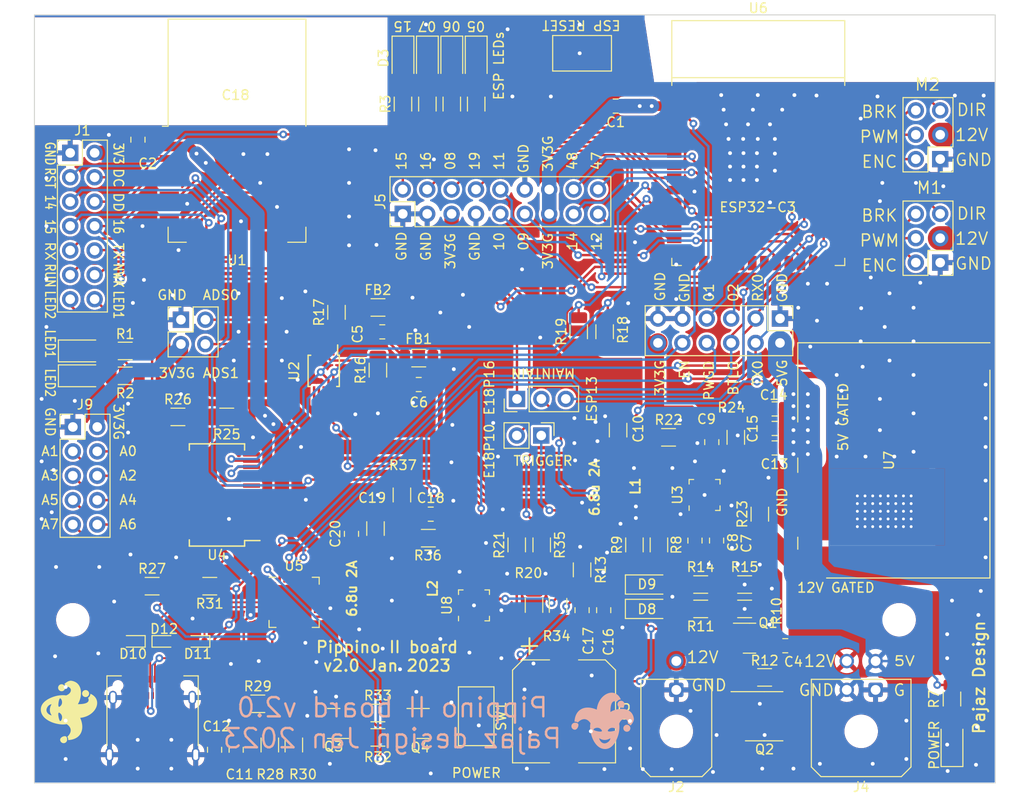
<source format=kicad_pcb>
(kicad_pcb (version 20221018) (generator pcbnew)
  (layers (0 "F.Cu" signal) (31 "B.Cu" signal) (34 "B.Paste" user) (35 "F.Paste" user) (36 "B.SilkS" user "B.Silkscreen") (37 "F.SilkS" user "F.Silkscreen") (38 "B.Mask" user) (39 "F.Mask" user) (44 "Edge.Cuts" user))
  (net 0 "")
  (net 1 "+3V3")
  (net 2 "GND")
  (net 3 "+BATT")
  (net 4 "VBATT_GATED")
  (net 5 "3V3_GATED")
  (net 6 "/PSU_Gated/PSU_3v3/TPS62110_MODULE/FB_1v15")
  (net 7 "/ESPEN")
  (net 8 "5V0_GATED")
  (net 9 "/PSU_3v3_BATT/TPS62110_MODULE_BATT/FB_1v15")
  (net 10 "/ESPIO19")
  (net 11 "/VBATT_trig_manual")
  (net 12 "Net-(U5-VBUS)")
  (net 13 "Net-(D1-A)")
  (net 14 "/ESP32_Module/VBUS")
  (net 15 "/ESP32_Module/USB_DN")
  (net 16 "/ESP32_Module/USB_DP")
  (net 17 "/E18P14")
  (net 18 "/E18P15")
  (net 19 "/E18P16")
  (net 20 "/E18RX")
  (net 21 "/E18RST")
  (net 22 "/E18TX")
  (net 23 "/E18DD")
  (net 24 "/ESPIO1")
  (net 25 "/E18DC")
  (net 26 "/ESPIO2")
  (net 27 "/Batt_Low_Flag")
  (net 28 "/ESPIO11")
  (net 29 "/ESPIO12")
  (net 30 "/ESPIO13")
  (net 31 "/ESPIO14")
  (net 32 "/io_expander/GPA0")
  (net 33 "/io_expander/GPA4")
  (net 34 "/io_expander/GPA1")
  (net 35 "/io_expander/GPA5")
  (net 36 "/io_expander/GPA2")
  (net 37 "/io_expander/GPA6")
  (net 38 "/io_expander/GPA3")
  (net 39 "/io_expander/GPA7")
  (net 40 "/VBATT_maintain")
  (net 41 "/VBATT_trigger")
  (net 42 "/E18P10")
  (net 43 "Net-(L1-Pad1)")
  (net 44 "Net-(L2-Pad1)")
  (net 45 "Net-(D2-A)")
  (net 46 "Net-(D3-A)")
  (net 47 "/ESP32_Module/RTS")
  (net 48 "Net-(D4-A)")
  (net 49 "/ESP32_Module/DTR")
  (net 50 "/ESP32_Module/GPIO0")
  (net 51 "Net-(D5-A)")
  (net 52 "Net-(D6-A)")
  (net 53 "Net-(D7-A)")
  (net 54 "/RUN_LED")
  (net 55 "/NWK_LED")
  (net 56 "Net-(D8-A)")
  (net 57 "Net-(D9-A)")
  (net 65 "/io_expander/INTERRUPT_2")
  (net 66 "/button_int")
  (net 72 "Net-(Q1-C)")
  (net 73 "Net-(Q3-B)")
  (net 74 "Net-(Q4-B)")
  (net 75 "Net-(U2-ALERT{slash}RDY)")
  (net 76 "Net-(U2-ADDR)")
  (net 77 "Net-(U3-PG)")
  (net 78 "Net-(U4-~{RESET})")
  (net 79 "Net-(U4-A0)")
  (net 80 "Net-(U5-~{RST})")
  (net 81 "Net-(U5-~{SUSPEND})")
  (net 82 "/TXD0")
  (net 83 "/RXD0")
  (net 97 "/ADC/3V3_filtered")
  (net 98 "/ADC/GND_filtered")
  (net 105 "/ADS0")
  (net 107 "/M1_enc")
  (net 108 "/M1_PWM")
  (net 109 "/M1_dir")
  (net 110 "/M1_brake")
  (net 111 "/M2_enc")
  (net 112 "/M2_PWM")
  (net 113 "/M2_dir")
  (net 114 "/M2_brake")
  (net 115 "/ESPIO9")
  (net 116 "/ESPIO10")
  (net 117 "/ESPIO48")
  (net 118 "/ESPIO47")
  (net 119 "/ESPIO16")
  (net 121 "/ESPIO5")
  (net 122 "/ESPIO6")
  (net 123 "/ESPIO15")
  (net 124 "/ESPIO7")
  (net 125 "/3v3_PWR_Good")
  (net 126 "/SCL")
  (net 127 "/SDA")
  (net 130 "/ADS1")
  (net 131 "/ADC/ADS_IN3")
  (net 132 "/LED1")
  (net 133 "/LED2")
  (net 144 "/ADC/ADS_IN2")
  (net 145 "/ESPIO8")
  (footprint "Resistor_SMD:R_1206_3216Metric" (layer "F.Cu") (at 138.25 130 90)
    (fp_text reference "R37")
    (fp_text value "1M")
  )
  (footprint "Resistor_SMD:R_1206_3216Metric" (layer "F.Cu") (at 109.45 117.59 180)
    (fp_text reference "R2")
    (fp_text value "330")
  )
  (footprint "Resistor_SMD:R_1206_3216Metric" (layer "F.Cu") (at 135.75 155.25)
    (fp_text reference "R32")
    (fp_text value "10K")
  )
  (footprint "LED_SMD:LED_1206_3216Metric" (layer "F.Cu") (at 104.78125 117.59)
    (fp_text reference "D2" hide)
    (fp_text value "LED")
  )
  (footprint "Package_SO:SSOP-28_5.3x10.2mm_P0.65mm" (layer "F.Cu") (at 119 130 180)
    (fp_text reference "U4")
    (fp_text value "MCP23017")
  )
  (footprint "LED_SMD:LED_1206_3216Metric" (layer "F.Cu") (at 104.78125 115)
    (fp_text reference "D1" hide)
    (fp_text value "LED")
  )
  (footprint "LED_SMD:LED_1206_3216Metric" (layer "F.Cu") (at 143.44 84.5 -90)
    (fp_text reference "D5" hide)
    (fp_text value "LED")
  )
  (footprint "LED_SMD:LED_1206_3216Metric" (layer "F.Cu") (at 195.5 156 90)
    (fp_text reference "D7" hide)
    (fp_text value "LED")
  )
  (footprint "Resistor_SMD:R_1206_3216Metric" (layer "F.Cu") (at 109.45 115 180)
    (fp_text reference "R1")
    (fp_text value "330")
  )
  (footprint "Capacitor_SMD:C_0805_2012Metric" (layer "F.Cu") (at 177.034 125.104 180)
    (fp_text reference "C13")
    (fp_text value "10uF")
  )
  (footprint "MountingHole:MountingHole_3mm" (layer "F.Cu") (at 190 84)
    (fp_text reference "MH3" hide)
    (fp_text value "MountingHole_3mm")
  )
  (footprint "Diode_SMD:D_SOD-523" (layer "F.Cu") (at 117 145.25 180)
    (fp_text reference "D11")
    (fp_text value "ESD9B5.0ST5G")
  )
  (footprint "Resistor_SMD:R_1206_3216Metric" (layer "F.Cu") (at 166 124)
    (fp_text reference "R22")
    (fp_text value "1M")
  )
  (footprint "Resistor_SMD:R_1206_3216Metric" (layer "F.Cu") (at 124.5 156.0375 90)
    (fp_text reference "R28")
    (fp_text value "47.5K")
  )
  (footprint "Capacitor_SMD:C_0805_2012Metric" (layer "F.Cu") (at 118.75 156.5375 -90)
    (fp_text reference "C12")
    (fp_text value "1uF")
  )
  (footprint "Pcb_Modules:CK1408" (layer "F.Cu") (at 189.45 126.4 90)
    (fp_text reference "U7")
    (fp_text value "CK1418")
  )
  (footprint "Resistor_SMD:R_1206_3216Metric" (layer "F.Cu") (at 157 137.8 90)
    (fp_text reference "R13")
    (fp_text value "100k")
  )
  (footprint "Resistor_SMD:R_1206_3216Metric" (layer "F.Cu") (at 135.75 152.71)
    (fp_text reference "R33")
    (fp_text value "10K")
  )
  (footprint "Package_DFN_QFN:HVQFN-16-1EP_3x3mm_P0.5mm_EP1.5x1.5mm" (layer "F.Cu") (at 169.75 130 90)
    (fp_text reference "U3")
    (fp_text value "TPS62110")
  )
  (footprint "Package_SO:TSSOP-10_3x3mm_P0.5mm" (layer "F.Cu") (at 130.109 117.077 -90)
    (fp_text reference "U2")
    (fp_text value "ADS1115IDGS")
  )
  (footprint "Resistor_SMD:R_1206_3216Metric" (layer "F.Cu") (at 152.8 135.2 90)
    (fp_text reference "R35")
    (fp_text value "100K")
  )
  (footprint "Capacitor_SMD:C_0805_2012Metric" (layer "F.Cu") (at 178.15 145.7 180)
    (fp_text reference "C4")
    (fp_text value "10uF")
  )
  (footprint "Capacitor_SMD:C_0805_2012Metric" (layer "F.Cu") (at 170.5 124.5 -90)
    (fp_text reference "C9")
    (fp_text value "10p")
  )
  (footprint "MountingHole:MountingHole_3mm" (layer "F.Cu") (at 104 84)
    (fp_text reference "MH3" hide)
    (fp_text value "MountingHole_3mm")
  )
  (footprint "Connector_Molex:Molex_Micro-Fit_3.0_43045-0400_2x02_P3.00mm_Horizontal" (layer "F.Cu") (at 187.55 150.3 180)
    (fp_text reference "J4")
    (fp_text value "Conn_02x02_Counter_Clockwise")
  )
  (footprint "Resistor_SMD:R_1206_3216Metric" (layer "F.Cu") (at 120.016 121.872 180)
    (fp_text reference "R25")
    (fp_text value "10k")
  )
  (footprint "Package_TO_SOT_SMD:SOT-23" (layer "F.Cu") (at 174.428 144.916)
    (fp_text reference "Q1")
    (fp_text value "2N3904")
  )
  (footprint "Connector_PinHeader_2.54mm:PinHeader_2x06_P2.54mm_Vertical" (layer "F.Cu") (at 177.6 111.625 -90)
    (fp_text reference "J3" hide)
    (fp_text value "Conn_02x06_Odd_Even")
  )
  (footprint "Connector_Molex:Molex_Micro-Fit_3.0_43045-0200_2x01_P3.00mm_Horizontal" (layer "F.Cu") (at 166.808 150.3 180)
    (fp_text reference "J2")
    (fp_text value "Conn_02x01")
  )
  (footprint "LED_SMD:LED_1206_3216Metric" (layer "F.Cu") (at 140.9 84.5 -90)
    (fp_text reference "D4" hide)
    (fp_text value "LED")
  )
  (footprint "Resistor_SMD:R_1206_3216Metric" (layer "F.Cu") (at 123.25 151.75)
    (fp_text reference "R29")
    (fp_text value "1K")
  )
  (footprint "Diode_SMD:D_SOD-123" (layer "F.Cu") (at 163.76 141.868)
    (fp_text reference "D8")
    (fp_text value "1N5819")
  )
  (footprint "Capacitor_SMD:CP_Elec_10x10.5" (layer "F.Cu") (at 155.124 152.536 -90)
    (fp_text reference "C3")
    (fp_text value "470uF")
  )
  (footprint "MountingHole:MountingHole_3mm" (layer "F.Cu") (at 190 143)
    (fp_text reference "MH3" hide)
    (fp_text value "MountingHole_3mm")
  )
  (footprint "Capacitor_SMD:C_0805_2012Metric" (layer "F.Cu") (at 157 142 90)
    (fp_text reference "C17")
    (fp_text value "1uF")
  )
  (footprint "Resistor_SMD:R_1206_3216Metric" (layer "F.Cu") (at 114.936 121.872)
    (fp_text reference "R26")
    (fp_text value "10k")
  )
  (footprint "Capacitor_SMD:C_0805_2012Metric" (layer "F.Cu") (at 140 118.5)
    (fp_text reference "C6")
    (fp_text value "1uF")
  )
  (footprint "Resistor_SMD:R_1206_3216Metric" (layer "F.Cu") (at 135.7585 110.473)
    (fp_text reference "FB2")
    (fp_text value "FerriteBead_Small")
  )
  (footprint "MountingHole:MountingHole_3mm" (layer "F.Cu") (at 104 143)
    (fp_text reference "MH3" hide)
    (fp_text value "MountingHole_3mm")
  )
  (footprint "Package_TO_SOT_SMD:SOT-23" (layer "F.Cu") (at 140.45 153.8)
    (fp_text reference "Q4")
    (fp_text value "L8050_SOT23")
  )
  (footprint "Resistor_SMD:R_1206_3216Metric" (layer "F.Cu") (at 140 115.75 180)
    (fp_text reference "FB1")
    (fp_text value "FerriteBead_Small")
  )
  (footprint "Diode_SMD:D_SOD-523" (layer "F.Cu") (at 113.5 145.25)
    (fp_text reference "D12")
    (fp_text value "ESD9B5.0ST5G")
  )
  (footprint "Capacitor_SMD:C_1206_3216Metric" (layer "F.Cu") (at 135.5 133.5 90)
    (fp_text reference "C19")
    (fp_text value "22uF")
  )
  (footprint "Resistor_SMD:R_1206_3216Metric" (layer "F.Cu") (at 173.92 139.328)
    (fp_text reference "R15")
    (fp_text value "220K")
  )
  (footprint "Connector_PinHeader_2.54mm:PinHeader_2x05_P2.54mm_Vertical" (layer "F.Cu") (at 104 122.92)
    (fp_text reference "J9")
    (fp_text value "IO")
  )
  (footprint "Capacitor_SMD:C_0805_2012Metric" (layer "F.Cu") (at 160.5 89.5 180)
    (fp_text reference "C1")
    (fp_text value "10uF")
  )
  (footprint "Resistor_SMD:R_1206_3216Metric" (layer "F.Cu") (at 169.348 141.868 180)
    (fp_text reference "R11")
    (fp_text value "220")
  )
  (footprint "Connector_PinHeader_2.54mm:PinHeader_1x03_P2.54mm_Vertical" (layer "F.Cu") (at 150.225 120 90)
    (fp_text reference "JP1" hide)
    (fp_text value "Jumper_3_Open")
  )
  (footprint "Connector_PinHeader_2.54mm:PinHeader_2x09_P2.54mm_Vertical" (layer "F.Cu") (at 138.34 100.725 90)
    (fp_text reference "J5")
    (fp_text value "Conn_02x09_Odd_Even")
  )
  (footprint "Connector_PinHeader_2.54mm:PinHeader_2x03_P2.54mm_Vertical" (layer "F.Cu") (at 194.275 105.8 180)
    (fp_text reference "J6" hide)
    (fp_text value "Conn_02x03")
  )
  (footprint "Resistor_SMD:R_1206_3216Metric" (layer "F.Cu") (at 131.4405 110.981 90)
    (fp_text reference "R17")
    (fp_text value "10k")
  )
  (footprint "Resistor_SMD:R_1206_3216Metric" (layer "F.Cu") (at 150.2 135.2 90)
    (fp_text reference "R21")
    (fp_text value "300K")
  )
  (footprint "LED_SMD:LED_1206_3216Metric" (layer "F.Cu") (at 138.36 84.5 -90)
    (fp_text reference "D3")
    (fp_text value "LED")
  )
  (footprint "Resistor_SMD:R_1206_3216Metric" (layer "F.Cu") (at 173 124 90)
    (fp_text reference "R24")
    (fp_text value "300K")
  )
  (footprint "Resistor_SMD:R_1206_3216Metric" (layer "F.Cu") (at 165 135.2 -90)
    (fp_text reference "R8")
    (fp_text value "18k")
  )
  (footprint "Resistor_SMD:R_1206_3216Metric" (layer "F.Cu") (at 127 156.0375 90)
    (fp_text reference "R30")
    (fp_text value "10K(NC)")
  )
  (footprint "Resistor_SMD:R_1206_3216Metric" (layer "F.Cu") (at 173.92 141.868)
    (fp_text reference "R10")
    (fp_text value "220K")
  )
  (footprint "Connector_PinHeader_2.54mm:PinHeader_2x02_P2.54mm_Vertical" (layer "F.Cu") (at 115.25 111.75)
    (fp_text reference "J8" hide)
    (fp_text value "Conn_02x02_Odd_Even")
  )
  (footprint "Resistor_SMD:R_1206_3216Metric" (layer "F.Cu") (at 143.44 89.29 90)
    (fp_text reference "R5" hide)
    (fp_text value "330")
  )
  (footprint "Button_Switch_SMD:SW_SPST_CK_RS282G05A3" (layer "F.Cu") (at 157 84 180)
    (fp_text reference "SW2" hide)
    (fp_text value "SW_Push")
  )
  (footprint "Capacitor_SMD:C_0805_2012Metric" (layer "F.Cu") (at 133 134.05 90)
    (fp_text reference "C20")
    (fp_text value "100n")
  )
  (footprint "Resistor_SMD:R_1206_3216Metric" (layer "F.Cu") (at 152 141.5 90)
    (fp_text reference "R20")
    (fp_text value "560K")
  )
  (footprint "Resistor_SMD:R_1206_3216Metric" (layer "F.Cu") (at 156.65 113 90)
    (fp_text reference "R19")
    (fp_text value "10k")
  )
  (footprint "Resistor_SMD:R_1206_3216Metric" (layer "F.Cu") (at 112.25 139.5)
    (fp_text reference "R27")
    (fp_text value "22.1K")
  )
  (footprint "Resistor_SMD:R_1206_3216Metric" (layer "F.Cu") (at 140.9 89.29 90)
    (fp_text reference "R4" hide)
    (fp_text value "330")
  )
  (footprint "Capacitor_SMD:C_1206_3216Metric" (layer "F.Cu") (at 160.75 123.25 90)
    (fp_text reference "C10")
    (fp_text value "22uF")
  )
  (footprint "w_smd_inductors:inductor_smd_5.8x4.5mm" (layer "F.Cu") (at 137.25 139.75 -90)
    (fp_text reference "L2")
    (fp_text value "6.8u 2A")
  )
  (footprint "Package_DFN_QFN:QFN-28-1EP_5x5mm_P0.5mm_EP3.35x3.35mm" (layer "F.Cu") (at 127.03 141.184)
    (fp_text reference "U5")
    (fp_text value "CP2102N-Axx-xQFN28")
  )
  (footprint "Espressif:ESP32-S3-WROOM-1" (layer "F.Cu") (at 175.34 96.35)
    (fp_text reference "U6")
    (fp_text value "ESP32-S3-WROOM-1")
  )
  (footprint "Resistor_SMD:R_1206_3216Metric" (layer "F.Cu") (at 135.75 117 90)
    (fp_text reference "R16")
    (fp_text value "10k")
  )
  (footprint "Capacitor_SMD:C_0805_2012Metric" (layer "F.Cu") (at 141.25 132)
    (fp_text reference "C18")
    (fp_text value "10p")
  )
  (footprint "Resistor_SMD:R_1206_3216Metric" (layer "F.Cu") (at 154.5 141.5 90)
    (fp_text reference "R34")
    (fp_text value "680K")
  )
  (footprint "Resistor_SMD:R_1206_3216Metric" (layer "F.Cu") (at 141 134.5)
    (fp_text reference "R36")
    (fp_text value "1M")
  )
  (footprint "Capacitor_SMD:C_0805_2012Metric" (layer "F.Cu") (at 110.774 93 90)
    (fp_text reference "C2")
    (fp_text value "10uF")
  )
  (footprint "Resistor_SMD:R_1206_3216Metric" (layer "F.Cu") (at 118.25 139.5 180)
    (fp_text reference "R31")
    (fp_text value "10K(NC)")
  )
  (footprint "Capacitor_SMD:C_0805_2012Metric" (layer "F.Cu") (at 159.25 142 90)
    (fp_text reference "C16")
    (fp_text value "10uF")
  )
  (footprint "Capacitor_SMD:C_0805_2012Metric" (layer "F.Cu") (at 177.034 123.072 180)
    (fp_text reference "C15")
    (fp_text value "100n")
  )
  (footprint "Resistor_SMD:R_1206_3216Metric" (layer "F.Cu") (at 169.348 139.328)
    (fp_text reference "R14")
    (fp_text value "220")
  )
  (footprint "Capacitor_SMD:C_0805_2012Metric" (layer "F.Cu") (at 168.75 134.75 -90)
    (fp_text reference "C8")
    (fp_text value "1uF")
  )
  (footprint "Connector_USB:USB_C_Receptacle_Amphenol_12401610E4-2A" (layer "F.Cu") (at 112.298 154.21)
    (fp_text reference "J10" hide)
    (fp_text value "USB_B_Micro")
  )
  (footprint "Capacitor_SMD:C_0805_2012Metric" (layer "F.Cu") (at 177.034 121.04 180)
    (fp_text reference "C14")
    (fp_text value "1uF")
  )
  (footprint "Package_SO:SOIC-8_3.9x4.9mm_P1.27mm" (layer "F.Cu") (at 175.952 153.044)
    (fp_text reference "Q2")
    (fp_text value "AO4409")
  )
  (footprint "LED_SMD:LED_1206_3216Metric" (layer "F.Cu") (at 145.98 84.5 -90)
    (fp_text reference "D6" hide)
    (fp_text value "LED")
  )
  (footprint "Capacitor_SMD:C_0805_2012Metric" (layer "F.Cu") (at 121 156.5375 -90)
    (fp_text reference "C11")
    (fp_text value "1uF")
  )
  (footprint "Package_DFN_QFN:HVQFN-16-1EP_3x3mm_P0.5mm_EP1.5x1.5mm" (layer "F.Cu") (at 145.75 141.5 90)
    (fp_text reference "U8")
    (fp_text value "TPS62110")
  )
  (footprint "Connector_PinHeader_2.54mm:PinHeader_2x03_P2.54mm_Vertical" (layer "F.Cu") (at 194.275 95.025 180)
    (fp_text reference "J7" hide)
    (fp_text value "Conn_02x03")
  )
  (footprint "Diode_SMD:D_SOD-523" (layer "F.Cu") (at 110.266 145.248 180)
    (fp_text reference "D10")
    (fp_text value "ESD9B5.0ST5G")
  )
  (footprint "Resistor_SMD:R_1206_3216Metric" (layer "F.Cu") (at 145.98 89.29 90)
    (fp_text reference "R6" hide)
    (fp_text value "330")
  )
  (footprint "Package_TO_SOT_SMD:SOT-23" (layer "F.Cu") (at 131.15 153.8 180)
    (fp_text reference "Q3")
    (fp_text value "L8050_SOT23")
  )
  (footprint "Resistor_SMD:R_1206_3216Metric" (layer "F.Cu") (at 195.5 151.25 -90)
    (fp_text reference "R7")
    (fp_text value "330")
  )
  (footprint "w_smd_inductors:inductor_smd_5.8x4.5mm" (layer "F.Cu") (at 162.5 129.25 -90)
    (fp_text reference "L1")
    (fp_text value "6.8u 2A")
  )
  (footprint "Connector_PinHeader_2.54mm:PinHeader_2x07_P2.54mm_Vertical" (layer "F.Cu") (at 103.725 94.375)
    (fp_text reference "J1")
    (fp_text value "Conn_02x06_Odd_Even")
  )
  (footprint "Capacitor_SMD:C_0805_2012Metric" (layer "F.Cu") (at 136.205 113.013 180)
    (fp_text reference "C5")
    (fp_text value "1uF")
  )
  (footprint "Resistor_SMD:R_1206_3216Metric" (layer "F.Cu") (at 159.35 113 90)
    (fp_text reference "R18")
    (fp_text value "10k")
  )
  (footprint "Connector_PinHeader_2.54mm:PinHeader_1x02_P2.54mm_Vertical" (layer "F.Cu") (at 152.75 123.81 -90)
    (fp_text reference "JP2" hide)
    (fp_text value "Jumper_3_Open")
  )
  (footprint "Resistor_SMD:R_1206_3216Metric" (layer "F.Cu") (at 175.5 132 90)
    (fp_text reference "R23")
    (fp_text value "560K")
  )
  (footprint "Resistor_SMD:R_1206_3216Metric" (layer "F.Cu") (at 138.36 89.29 90)
    (fp_text reference "R3")
    (fp_text value "330")
  )
  (footprint "RF_Module:E18-MS1-PCB" (layer "F.Cu") (at 121.0864 92.0604)
    (fp_text reference "U1")
    (fp_text value "E18-MS1-PCB")
  )
  (footprint "Diode_SMD:D_SOD-123" (layer "F.Cu") (at 163.76 139.328)
    (fp_text reference "D9")
    (fp_text value "1N5819")
  )
  (footprint "Resistor_SMD:R_1206_3216Metric" (layer "F.Cu") (at 162.45 135.2 90)
    (fp_text reference "R9")
    (fp_text value "5.1k")
  )
  (footprint "Button_Switch_SMD:SW_SPST_CK_RS282G05A3" (layer "F.Cu") (at 145.98 153.044 -90)
    (fp_text reference "SW1")
    (fp_text value "SW_Push")
  )
  (footprint "Resistor_SMD:R_1206_3216Metric" (layer "F.Cu") (at 176 149)
    (fp_text reference "R12")
    (fp_text value "100K")
  )
  (footprint "Capacitor_SMD:C_0805_2012Metric" (layer "F.Cu") (at 171 134.75 -90)
    (fp_text reference "C7")
    (fp_text value "10uF")
  )
  (gr_poly locked (pts (xy 161.03663 151.433904) (xy 161.018091 151.435315) (xy 160.999821 151.437637) (xy 160.981842 151.440849) (xy 160.964179 151.444927) (xy 160.946854 151.449848) (xy 160.92989 151.455589) (xy 160.91331 151.462128) (xy 160.897137 151.469441) (xy 160.881394 151.477506) (xy 160.866104 151.486299) (xy 160.851289 151.495797) (xy 160.836973 151.505978) (xy 160.82318 151.516819) (xy 160.80993 151.528296) (xy 160.797249 151.540387) (xy 160.785158 151.553068) (xy 160.773681 151.566317) (xy 160.76284 151.580111) (xy 160.752659 151.594427) (xy 160.743161 151.609241) (xy 160.734368 151.624532) (xy 160.726303 151.640275) (xy 160.71899 151.656448) (xy 160.712451 151.673028) (xy 160.70671 151.689992) (xy 160.701789 151.707317) (xy 160.697711 151.72498) (xy 160.694499 151.742958) (xy 160.692177 151.761229) (xy 160.690766 151.779768) (xy 160.690291 151.798554) (xy 160.690766 151.81734) (xy 160.692177 151.835879) (xy 160.694499 151.854149) (xy 160.697711 151.872128) (xy 160.701789 151.889791) (xy 160.70671 151.907116) (xy 160.712451 151.92408) (xy 160.71899 151.94066) (xy 160.726303 151.956833) (xy 160.734368 151.972576) (xy 160.743161 151.987866) (xy 160.752659 152.002681) (xy 160.76284 152.016997) (xy 160.773681 152.03079) (xy 160.785158 152.04404) (xy 160.797249 152.056721) (xy 160.80993 152.068812) (xy 160.82318 152.080289) (xy 160.836973 152.09113) (xy 160.851289 152.101311) (xy 160.866104 152.110809) (xy 160.881394 152.119602) (xy 160.897137 152.127667) (xy 160.91331 152.13498) (xy 160.92989 152.141519) (xy 160.946854 152.14726) (xy 160.964179 152.152181) (xy 160.981842 152.156259) (xy 160.999821 152.159471) (xy 161.018091 152.161793) (xy 161.03663 152.163204) (xy 161.055416 152.163679) (xy 161.074202 152.163204) (xy 161.092741 152.161793) (xy 161.111012 152.159471) (xy 161.12899 152.156259) (xy 161.146653 152.152181) (xy 161.163978 152.14726) (xy 161.180942 152.141519) (xy 161.197522 152.13498) (xy 161.213695 152.127667) (xy 161.229438 152.119602) (xy 161.244729 152.110809) (xy 161.259543 152.101311) (xy 161.273859 152.09113) (xy 161.287653 152.080289) (xy 161.300902 152.068812) (xy 161.313583 152.056721) (xy 161.325674 152.04404) (xy 161.337151 152.03079) (xy 161.347992 152.016997) (xy 161.358173 152.002681) (xy 161.367671 151.987866) (xy 161.376464 151.972576) (xy 161.384529 151.956833) (xy 161.391842 151.94066) (xy 161.398381 151.92408) (xy 161.404122 151.907116) (xy 161.409044 151.889791) (xy 161.413121 151.872128) (xy 161.416333 151.854149) (xy 161.418656 151.835879) (xy 161.420066 151.81734) (xy 161.420541 151.798554) (xy 161.420066 151.779768) (xy 161.418656 151.761229) (xy 161.416333 151.742958) (xy 161.413121 151.72498) (xy 161.409044 151.707317) (xy 161.404122 151.689992) (xy 161.398381 151.673028) (xy 161.391842 151.656448) (xy 161.384529 151.640275) (xy 161.376464 151.624532) (xy 161.367671 151.609241) (xy 161.358173 151.594427) (xy 161.347992 151.580111) (xy 161.337151 151.566317) (xy 161.325674 151.553068) (xy 161.313583 151.540387) (xy 161.300902 151.528296) (xy 161.287653 151.516819) (xy 161.273859 151.505978) (xy 161.259543 151.495797) (xy 161.244729 151.486299) (xy 161.229439 151.477506) (xy 161.213695 151.469441) (xy 161.197522 151.462128) (xy 161.180942 151.455589) (xy 161.163978 151.449848) (xy 161.146653 151.444927) (xy 161.12899 151.440849) (xy 161.111012 151.437637) (xy 161.092741 151.435315) (xy 161.074202 151.433904) (xy 161.055416 151.433429)) (fill solid) (layer "B.SilkS"))
  (gr_poly locked (pts (xy 161.643055 153.929983) (xy 161.624516 153.931393) (xy 161.606246 153.933716) (xy 161.588267 153.936928) (xy 161.570604 153.941005) (xy 161.553279 153.945927) (xy 161.536315 153.951668) (xy 161.519735 153.958207) (xy 161.503562 153.96552) (xy 161.487819 153.973585) (xy 161.472529 153.982378) (xy 161.457714 153.991876) (xy 161.443398 154.002057) (xy 161.429605 154.012898) (xy 161.416355 154.024375) (xy 161.403674 154.036466) (xy 161.391583 154.049147) (xy 161.380106 154.062396) (xy 161.369266 154.07619) (xy 161.359084 154.090506) (xy 161.349586 154.10532) (xy 161.340793 154.120611) (xy 161.332728 154.136354) (xy 161.325415 154.152527) (xy 161.318876 154.169107) (xy 161.313135 154.186071) (xy 161.308214 154.203396) (xy 161.304136 154.221059) (xy 161.300924 154.239037) (xy 161.298602 154.257308) (xy 161.297191 154.275847) (xy 161.296716 154.294633) (xy 161.297191 154.313419) (xy 161.298602 154.331958) (xy 161.300924 154.350229) (xy 161.304136 154.368207) (xy 161.308214 154.38587) (xy 161.313135 154.403195) (xy 161.318876 154.420159) (xy 161.325415 154.436739) (xy 161.332728 154.452912) (xy 161.340793 154.468655) (xy 161.349586 154.483946) (xy 161.359084 154.49876) (xy 161.369266 154.513076) (xy 161.380106 154.52687) (xy 161.391583 154.540119) (xy 161.403674 154.5528) (xy 161.416355 154.564891) (xy 161.429605 154.576368) (xy 161.443398 154.587209) (xy 161.457714 154.59739) (xy 161.472529 154.606888) (xy 161.487819 154.615681) (xy 161.503562 154.623746) (xy 161.519735 154.631059) (xy 161.536315 154.637598) (xy 161.553279 154.643339) (xy 161.570604 154.64826) (xy 161.588267 154.652338) (xy 161.606246 154.65555) (xy 161.624516 154.657872) (xy 161.643055 154.659283) (xy 161.661841 154.659758) (xy 161.680627 154.659283) (xy 161.699166 154.657872) (xy 161.717437 154.65555) (xy 161.735415 154.652338) (xy 161.753078 154.64826) (xy 161.770403 154.643339) (xy 161.787367 154.637598) (xy 161.803947 154.631059) (xy 161.82012 154.623746) (xy 161.835863 154.615681) (xy 161.851154 154.606888) (xy 161.865968 154.59739) (xy 161.880284 154.587209) (xy 161.894078 154.576368) (xy 161.907327 154.564891) (xy 161.920008 154.5528) (xy 161.932099 154.540119) (xy 161.943576 154.52687) (xy 161.954417 154.513076) (xy 161.964598 154.49876) (xy 161.974096 154.483946) (xy 161.982889 154.468656) (xy 161.990954 154.452912) (xy 161.998267 154.436739) (xy 162.004806 154.420159) (xy 162.010547 154.403195) (xy 162.015469 154.38587) (xy 162.019546 154.368207) (xy 162.022758 154.350229) (xy 162.025081 154.331958) (xy 162.026491 154.313419) (xy 162.026966 154.294633) (xy 162.026491 154.275847) (xy 162.025081 154.257308) (xy 162.022758 154.239038) (xy 162.019546 154.221059) (xy 162.015469 154.203396) (xy 162.010547 154.186071) (xy 162.004806 154.169107) (xy 161.998267 154.152527) (xy 161.990954 154.136354) (xy 161.982889 154.120611) (xy 161.974096 154.10532) (xy 161.964598 154.090506) (xy 161.954417 154.07619) (xy 161.943576 154.062396) (xy 161.932099 154.049147) (xy 161.920008 154.036466) (xy 161.907327 154.024375) (xy 161.894078 154.012898) (xy 161.880284 154.002057) (xy 161.865968 153.991876) (xy 161.851154 153.982378) (xy 161.835864 153.973585) (xy 161.82012 153.96552) (xy 161.803947 153.958207) (xy 161.787367 153.951668) (xy 161.770403 153.945927) (xy 161.753078 153.941005) (xy 161.735415 153.936928) (xy 161.717437 153.933716) (xy 161.699166 153.931393) (xy 161.680627 153.929983) (xy 161.661841 153.929508)) (fill solid) (layer "B.SilkS"))
  (gr_poly locked (pts (xy 160.022254 150.593591) (xy 159.921069 150.60401) (xy 159.819678 150.624016) (xy 159.718577 150.653379) (xy 159.618266 150.691868) (xy 159.519239 150.739251) (xy 159.421995 150.795296) (xy 159.327029 150.859773) (xy 159.23484 150.93245) (xy 159.145924 151.013096) (xy 159.060778 151.101479) (xy 158.979898 151.197369) (xy 158.903783 151.300534) (xy 158.832929 151.410742) (xy 158.767832 151.527763) (xy 158.708991 151.651366) (xy 158.656901 151.781318) (xy 158.61206 151.917389) (xy 158.574965 152.059347) (xy 158.546112 152.206961) (xy 158.526 152.36) (xy 158.417964 152.314126) (xy 158.31047 152.273648) (xy 158.203694 152.238574) (xy 158.097812 152.208913) (xy 157.992998 152.184675) (xy 157.88943 152.165869) (xy 157.787283 152.152503) (xy 157.686733 152.144588) (xy 157.587956 152.142131) (xy 157.491127 152.145144) (xy 157.396422 152.153634) (xy 157.304018 152.167611) (xy 157.214091 152.187085) (xy 157.126815 152.212064) (xy 157.042367 152.242557) (xy 156.960923 152.278574) (xy 156.882659 152.320124) (xy 156.80775 152.367217) (xy 156.736372 152.419861) (xy 156.668702 152.478065) (xy 156.604915 152.541839) (xy 156.545187 152.611192) (xy 156.489693 152.686134) (xy 156.438611 152.766673) (xy 156.392115 152.852818) (xy 156.350381 152.944579) (xy 156.313585 153.041966) (xy 156.281904 153.144986) (xy 156.255513 153.25365) (xy 156.234587 153.367967) (xy 156.219303 153.487946) (xy 156.209837 153.613595) (xy 156.234141 153.611111) (xy 156.258043 153.609795) (xy 156.281551 153.609625) (xy 156.304674 153.610578) (xy 156.327418 153.612631) (xy 156.349791 153.615763) (xy 156.371802 153.61995) (xy 156.393458 153.625171) (xy 156.414766 153.631402) (xy 156.435735 153.638622) (xy 156.456373 153.646808) (xy 156.476686 153.655937) (xy 156.496683 153.665987) (xy 156.516371 153.676935) (xy 156.535759 153.688759) (xy 156.554854 153.701437) (xy 156.598919 153.656258) (xy 156.643183 153.614182) (xy 156.687608 153.575207) (xy 156.732156 153.539328) (xy 156.776791 153.506543) (xy 156.821476 153.476848) (xy 156.866172 153.450241) (xy 156.910842 153.426717) (xy 156.95545 153.406273) (xy 156.999957 153.388907) (xy 157.044328 153.374614) (xy 157.088523 153.363393) (xy 157.132507 153.355238) (xy 157.176241 153.350147) (xy 157.219689 153.348117) (xy 157.262812 153.349144) (xy 157.305575 153.353226) (xy 157.347939 153.360358) (xy 157.389867 153.370537) (xy 157.431322 153.383761) (xy 157.472267 153.400026) (xy 157.512663 153.419328) (xy 157.552475 153.441665) (xy 157.591665 153.467033) (xy 157.630194 153.495428) (xy 157.668027 153.526848) (xy 157.705126 153.561289) (xy 157.741453 153.598748) (xy 157.776971 153.639221) (xy 157.811643 153.682706) (xy 157.845432 153.729198) (xy 157.878299 153.778695) (xy 157.861677 153.849628) (xy 157.849298 153.922992) (xy 157.840846 153.998291) (xy 157.835999 154.075029) (xy 157.834439 154.152709) (xy 157.835846 154.230835) (xy 157.839901 154.308912) (xy 157.846285 154.386443) (xy 157.854677 154.462933) (xy 157.86476 154.537884) (xy 157.888717 154.681189) (xy 157.915601 154.812389) (xy 157.942858 154.927516) (xy 157.97922 155.059173) (xy 158.022841 155.192998) (xy 158.073748 155.327503) (xy 158.131969 155.461197) (xy 158.197532 155.59259) (xy 158.270466 155.720193) (xy 158.350797 155.842515) (xy 158.438555 155.958068) (xy 158.533766 156.06536) (xy 158.584175 156.115443) (xy 158.636459 156.162903) (xy 158.69062 156.207552) (xy 158.746661 156.249206) (xy 158.804587 156.287677) (xy 158.864401 156.322779) (xy 158.926107 156.354327) (xy 158.989707 156.382134) (xy 159.055205 156.406013) (xy 159.122606 156.425779) (xy 159.191911 156.441245) (xy 159.263126 156.452225) (xy 159.336253 156.458533) (xy 159.411295 156.459982) (xy 159.490997 156.45584) (xy 159.568787 156.445645) (xy 159.644691 156.429473) (xy 159.718733 156.407396) (xy 159.790935 156.379491) (xy 159.861323 156.345831) (xy 159.929921 156.306491) (xy 159.996752 156.261545) (xy 160.06184 156.211067) (xy 160.12521 156.155133) (xy 160.186886 156.093816) (xy 160.246891 156.02719) (xy 160.305249 155.955331) (xy 160.361985 155.878313) (xy 160.417123 155.796209) (xy 160.470687 155.709095) (xy 160.534709 155.587253) (xy 160.593429 155.465009) (xy 160.646853 155.342354) (xy 160.649118 155.336562) (xy 159.946812 155.336562) (xy 159.941647 155.364615) (xy 159.93565 155.39184) (xy 159.928785 155.418268) (xy 159.921015 155.443925) (xy 159.912303 155.468841) (xy 159.90261 155.493045) (xy 159.891901 155.516566) (xy 159.880137 155.539431) (xy 159.867282 155.56167) (xy 159.853298 155.583312) (xy 159.838149 155.604384) (xy 159.821796 155.624917) (xy 159.804204 155.644937) (xy 159.785334 155.664475) (xy 159.765149 155.683558) (xy 159.743612 155.702216) (xy 159.718011 155.722724) (xy 159.692219 155.741971) (xy 159.666258 155.759941) (xy 159.640148 155.776621) (xy 159.613908 155.791995) (xy 159.587561 155.806048) (xy 159.561126 155.818766) (xy 159.534624 155.830134) (xy 159.508076 155.840137) (xy 159.481502 155.84876) (xy 159.454922 155.855988) (xy 159.428357 155.861807) (xy 159.401828 155.866201) (xy 159.375355 155.869156) (xy 159.348959 155.870657) (xy 159.32266 155.87069) (xy 159.296479 155.869239) (xy 159.270436 155.866289) (xy 159.244553 155.861826) (xy 159.218848 155.855835) (xy 159.193344 155.848301) (xy 159.16806 155.839209) (xy 159.143018 155.828545) (xy 159.118237 155.816293) (xy 159.093738 155.802439) (xy 159.069541 155.786968) (xy 159.045668 155.769865) (xy 159.022139 155.751116) (xy 158.998974 155.730705) (xy 158.976194 155.708617) (xy 158.953819 155.684839) (xy 158.931871 155.659354) (xy 158.917433 155.641309) (xy 158.903684 155.622892) (xy 158.890617 155.604105) (xy 158.878226 155.584948) (xy 158.866505 155.565422) (xy 158.855447 155.545528) (xy 158.845047 155.525267) (xy 158.835298 155.504639) (xy 158.826193 155.483645) (xy 158.817728 155.462286) (xy 158.809894 155.440562) (xy 158.802688 155.418476) (xy 158.796101 155.396026) (xy 158.790128 155.373214) (xy 158.784763 155.350041) (xy 158.78 155.326508) (xy 158.851519 155.372415) (xy 158.923203 155.411955) (xy 158.995059 155.4452) (xy 159.067089 155.472219) (xy 159.139299 155.493084) (xy 159.211694 155.507864) (xy 159.284278 155.516631) (xy 159.357056 155.519455) (xy 159.430032 155.516407) (xy 159.503211 155.507556) (xy 159.576598 155.492975) (xy 159.650198 155.472732) (xy 159.724014 155.446899) (xy 159.798052 155.415546) (xy 159.872317 155.378743) (xy 159.946812 155.336562) (xy 160.649118 155.336562) (xy 160.694987 155.219285) (xy 160.737838 155.095794) (xy 160.775412 154.971875) (xy 160.807715 154.847522) (xy 160.821892 154.78518) (xy 160.834753 154.722728) (xy 160.84796 154.646988) (xy 160.861228 154.554462) (xy 160.872772 154.45157) (xy 160.555185 154.45157) (xy 160.552179 154.462908) (xy 160.549468 154.46834) (xy 160.546094 154.473723) (xy 160.542053 154.479056) (xy 160.537337 154.484339) (xy 160.531943 154.489573) (xy 160.525864 154.494757) (xy 160.519095 154.499892) (xy 160.511631 154.504977) (xy 160.503467 154.510012) (xy 160.494596 154.514998) (xy 160.485013 154.519934) (xy 160.474714 154.52482) (xy 160.463692 154.529657) (xy 160.451942 154.534445) (xy 160.439459 154.539182) (xy 160.426237 154.543871) (xy 160.387348 154.556551) (xy 160.334048 154.570898) (xy 160.269417 154.585902) (xy 160.196529 154.600549) (xy 160.118464 154.613829) (xy 160.038298 154.624731) (xy 159.959109 154.632241) (xy 159.883974 154.63535) (xy 159.81597 154.633045) (xy 159.785604 154.629547) (xy 159.758175 154.624315) (xy 159.734067 154.617225) (xy 159.713666 154.608148) (xy 159.697355 154.59696) (xy 159.68552 154.583533) (xy 159.678545 154.567741) (xy 159.678323 154.565402) (xy 159.067151 154.565402) (xy 159.064711 154.583641) (xy 159.057126 154.599185) (xy 159.044776 154.612176) (xy 159.028042 154.622755) (xy 159.007301 154.631063) (xy 158.982934 154.637241) (xy 158.955321 154.641432) (xy 158.92484 154.643775) (xy 158.856795 154.643486) (xy 158.781836 154.637504) (xy 158.702999 154.62696) (xy 158.62332 154.612983) (xy 158.545835 154.596704) (xy 158.473581 154.579254) (xy 158.409594 154.561761) (xy 158.356911 154.545357) (xy 158.318566 154.531171) (xy 158.305537 154.525999) (xy 158.293237 154.520801) (xy 158.281662 154.515577) (xy 158.270809 154.510327) (xy 158.260676 154.505048) (xy 158.251259 154.49974) (xy 158.242555 154.494403) (xy 158.234561 154.489036) (xy 158.227274 154.483638) (xy 158.220691 154.478208) (xy 158.214809 154.472745) (xy 158.209624 154.467249) (xy 158.205134 154.461719) (xy 158.201335 154.456154) (xy 158.198225 154.450554) (xy 158.1958 154.444917) (xy 158.193204 154.433441) (xy 158.193659 154.421417) (xy 158.19703 154.408962) (xy 158.203181 154.396195) (xy 158.211976 154.383234) (xy 158.223279 154.370197) (xy 158.236955 154.357202) (xy 158.252867 154.344367) (xy 158.27088 154.33181) (xy 158.290857 154.31965) (xy 158.312664 154.308004) (xy 158.336163 154.296991) (xy 158.36122 154.286728) (xy 158.387698 154.277335) (xy 158.415462 154.268928) (xy 158.444376 154.261626) (xy 158.474303 154.255548) (xy 158.505109 154.250811) (xy 158.536656 154.247533) (xy 158.568811 154.245833) (xy 158.601435 154.245829) (xy 158.634394 154.247638) (xy 158.667552 154.251379) (xy 158.700774 154.25717) (xy 158.733922 154.265129) (xy 158.766861 154.275374) (xy 158.799456 154.288024) (xy 158.831571 154.303196) (xy 158.863069 154.321009) (xy 158.893815 154.34158) (xy 158.923674 154.365028) (xy 158.952508 154.391471) (xy 158.988904 154.428844) (xy 159.017879 154.462675) (xy 159.039811 154.493105) (xy 159.055081 154.520275) (xy 159.064068 154.544327) (xy 159.067151 154.565402) (xy 159.678323 154.565402) (xy 159.676815 154.549458) (xy 159.680714 154.528557) (xy 159.690627 154.504912) (xy 159.70694 154.478396) (xy 159.730036 154.448882) (xy 159.7603 154.416245) (xy 159.798116 154.380358) (xy 159.827886 154.355076) (xy 159.85857 154.332823) (xy 159.890036 154.313477) (xy 159.922152 154.296915) (xy 159.954788 154.283013) (xy 159.987812 154.271648) (xy 160.021092 154.262697) (xy 160.054498 154.256037) (xy 160.087897 154.251544) (xy 160.121159 154.249095) (xy 160.154151 154.248566) (xy 160.186744 154.249836) (xy 160.218804 154.252779) (xy 160.250202 154.257274) (xy 160.280805 154.263197) (xy 160.310482 154.270424) (xy 160.339102 154.278832) (xy 160.366533 154.288299) (xy 160.392644 154.2987) (xy 160.417303 154.309913) (xy 160.44038 154.321814) (xy 160.461742 154.33428) (xy 160.481259 154.347188) (xy 160.498799 154.360415) (xy 160.514231 154.373837) (xy 160.527422 154.387331) (xy 160.538243 154.400774) (xy 160.546561 154.414043) (xy 160.552245 154.427014) (xy 160.555163 154.439564) (xy 160.555185 154.45157) (xy 160.872772 154.45157) (xy 160.873132 154.448355) (xy 160.882246 154.331873) (xy 160.885311 154.270743) (xy 160.887143 154.208222) (xy 160.887564 154.144711) (xy 160.886397 154.080609) (xy 160.883462 154.016319) (xy 160.878581 153.95224) (xy 160.871577 153.888773) (xy 160.86227 153.82632) (xy 160.88887 153.761216) (xy 160.917633 153.700996) (xy 160.948354 153.645589) (xy 160.980828 153.594926) (xy 161.014849 153.548941) (xy 161.050212 153.507562) (xy 161.086711 153.470721) (xy 161.124142 153.43835) (xy 161.162297 153.41038) (xy 161.200973 153.386741) (xy 161.239964 153.367364) (xy 161.279063 153.352182) (xy 161.318067 153.341124) (xy 161.356769 153.334123) (xy 161.394965 153.331109) (xy 161.432447 153.332013) (xy 161.469013 153.336766) (xy 161.504454 153.3453) (xy 161.538568 153.357545) (xy 161.571147 153.373433) (xy 161.601987 153.392895) (xy 161.630882 153.415862) (xy 161.657627 153.442265) (xy 161.682016 153.472035) (xy 161.703844 153.505103) (xy 161.722905 153.541401) (xy 161.738995 153.580859) (xy 161.751907 153.623409) (xy 161.761437 153.668981) (xy 161.767378 153.717508) (xy 161.769526 153.768919) (xy 161.767675 153.823146) (xy 161.789292 153.828664) (xy 161.810292 153.835097) (xy 161.830677 153.842442) (xy 161.850448 153.850695) (xy 161.869608 153.859854) (xy 161.88816 153.869915) (xy 161.906106 153.880875) (xy 161.923448 153.892731) (xy 161.940188 153.90548) (xy 161.95633 153.919119) (xy 161.971874 153.933645) (xy 161.986824 153.949054) (xy 162.001182 153.965344) (xy 162.014949 153.982512) (xy 162.02813 154.000553) (xy 162.040725 154.019466) (xy 162.087044 153.967824) (xy 162.130318 153.91668) (xy 162.17049 153.866039) (xy 162.207503 153.815903) (xy 162.241301 153.766275) (xy 162.271827 153.717159) (xy 162.299024 153.668558) (xy 162.322836 153.620475) (xy 162.343207 153.572912) (xy 162.36008 153.525874) (xy 162.373397 153.479362) (xy 162.383104 153.433381) (xy 162.389142 153.387933) (xy 162.391456 153.343022) (xy 162.389988 153.29865) (xy 162.384683 153.25482) (xy 162.361437 153.141209) (xy 162.33076 153.035681) (xy 162.293057 152.938032) (xy 162.248727 152.848056) (xy 162.198175 152.765545) (xy 162.141801 152.690293) (xy 162.080009 152.622095) (xy 162.0132 152.560744) (xy 161.941776 152.506034) (xy 161.86614 152.457757) (xy 161.786694 152.415709) (xy 161.703841 152.379683) (xy 161.617981 152.349473) (xy 161.529519 152.324871) (xy 161.438855 152.305673) (xy 161.346392 152.291671) (xy 161.252532 152.28266) (xy 161.157677 152.278433) (xy 161.062231 152.278783) (xy 160.966594 152.283505) (xy 160.871169 152.292393) (xy 160.776358 152.305239) (xy 160.682563 152.321838) (xy 160.590188 152.341983) (xy 160.499633 152.365469) (xy 160.411301 152.392088) (xy 160.325594 152.421635) (xy 160.242915 152.453903) (xy 160.163665 152.488686) (xy 160.088247 152.525778) (xy 160.017064 152.564972) (xy 159.950516 152.606062) (xy 159.953306 152.435976) (xy 159.961448 152.280249) (xy 159.9749 152.138769) (xy 159.993618 152.011419) (xy 160.017562 151.898088) (xy 160.046687 151.79866) (xy 160.080952 151.713022) (xy 160.099998 151.675339) (xy 160.120313 151.641061) (xy 160.141891 151.610173) (xy 160.164728 151.582661) (xy 160.188817 151.558511) (xy 160.214154 151.537709) (xy 160.240733 151.52024) (xy 160.268549 151.506091) (xy 160.297596 151.495247) (xy 160.32787 151.487693) (xy 160.359364 151.483416) (xy 160.392074 151.482402) (xy 160.425995 151.484635) (xy 160.46112 151.490102) (xy 160.497444 151.498789) (xy 160.534963 151.510681) (xy 160.613562 151.544025) (xy 160.635822 151.511677) (xy 160.658735 151.481866) (xy 160.682288 151.454539) (xy 160.694299 151.44179) (xy 160.706464 151.429642) (xy 160.718781 151.418087) (xy 160.731247 151.40712) (xy 160.743862 151.396732) (xy 160.756623 151.386918) (xy 160.769528 151.37767) (xy 160.782575 151.368983) (xy 160.795763 151.360848) (xy 160.809089 151.35326) (xy 160.822551 151.346211) (xy 160.836148 151.339695) (xy 160.849878 151.333705) (xy 160.863738 151.328234) (xy 160.891842 151.318823) (xy 160.920445 151.311406) (xy 160.949533 151.305931) (xy 160.979088 151.302342) (xy 161.009096 151.300586) (xy 161.039541 151.300608) (xy 160.979587 151.177932) (xy 160.913464 151.067619) (xy 160.841669 150.969439) (xy 160.764698 150.883159) (xy 160.683049 150.808548) (xy 160.597218 150.745376) (xy 160.507703 150.69341) (xy 160.415 150.65242) (xy 160.319607 150.622175) (xy 160.222021 150.602442) (xy 160.122737 150.592991)) (fill solid) (layer "B.SilkS"))
  (gr_poly locked (pts (xy 156.235501 153.719375) (xy 156.216962 153.720785) (xy 156.198691 153.723108) (xy 156.180713 153.726319) (xy 156.16305 153.730397) (xy 156.145725 153.735319) (xy 156.128761 153.74106) (xy 156.112181 153.747599) (xy 156.096008 153.754912) (xy 156.080265 153.762977) (xy 156.064974 153.77177) (xy 156.05016 153.781268) (xy 156.035844 153.791449) (xy 156.02205 153.80229) (xy 156.008801 153.813767) (xy 155.99612 153.825858) (xy 155.984029 153.838539) (xy 155.972552 153.851788) (xy 155.961711 153.865582) (xy 155.95153 153.879898) (xy 155.942032 153.894712) (xy 155.933239 153.910002) (xy 155.925174 153.925746) (xy 155.917861 153.941919) (xy 155.911322 153.958499) (xy 155.905581 153.975463) (xy 155.900659 153.992788) (xy 155.896582 154.010451) (xy 155.89337 154.028429) (xy 155.891047 154.046699) (xy 155.889637 154.065239) (xy 155.889162 154.084024) (xy 155.889637 154.10281) (xy 155.891047 154.12135) (xy 155.89337 154.13962) (xy 155.896581 154.157598) (xy 155.900659 154.175261) (xy 155.905581 154.192586) (xy 155.911322 154.20955) (xy 155.917861 154.226131) (xy 155.925174 154.242304) (xy 155.933239 154.258047) (xy 155.942032 154.273337) (xy 155.95153 154.288152) (xy 155.961711 154.302467) (xy 155.972552 154.316261) (xy 155.984029 154.32951) (xy 155.99612 154.342192) (xy 156.008801 154.354283) (xy 156.02205 154.36576) (xy 156.035844 154.3766) (xy 156.05016 154.386781) (xy 156.064974 154.39628) (xy 156.080265 154.405073) (xy 156.096008 154.413137) (xy 156.112181 154.420451) (xy 156.128761 154.426989) (xy 156.145725 154.432731) (xy 156.16305 154.437652) (xy 156.180713 154.44173) (xy 156.198691 154.444942) (xy 156.216962 154.447264) (xy 156.235501 154.448675) (xy 156.254287 154.44915) (xy 156.273073 154.448334) (xy 156.291612 154.445933) (xy 156.309883 154.442011) (xy 156.327861 154.436636) (xy 156.345524 154.429873) (xy 156.362849 154.421789) (xy 156.379813 154.412449) (xy 156.396393 154.401922) (xy 156.412566 154.390271) (xy 156.42831 154.377565) (xy 156.4436 154.363869) (xy 156.458414 154.349249) (xy 156.47273 154.333772) (xy 156.486524 154.317503) (xy 156.499773 154.30051) (xy 156.512455 154.282859) (xy 156.524545 154.264615) (xy 156.536022 154.245846) (xy 156.546863 154.226616) (xy 156.557044 154.206994) (xy 156.566543 154.187044) (xy 156.575336 154.166833) (xy 156.5834 154.146428) (xy 156.590713 154.125895) (xy 156.597252 154.105299) (xy 156.602994 154.084708) (xy 156.607915 154.064188) (xy 156.611993 154.043804) (xy 156.615204 154.023623) (xy 156.617527 154.003712) (xy 156.618937 153.984136) (xy 156.619412 153.964962) (xy 156.618937 153.946471) (xy 156.617527 153.928887) (xy 156.615204 153.912187) (xy 156.611993 153.896352) (xy 156.607915 153.881361) (xy 156.602994 153.867191) (xy 156.597252 153.853824) (xy 156.590713 153.841236) (xy 156.5834 153.829409) (xy 156.575336 153.81832) (xy 156.566543 153.807949) (xy 156.557044 153.798275) (xy 156.546863 153.789276) (xy 156.536022 153.780933) (xy 156.524545 153.773224) (xy 156.512455 153.766128) (xy 156.499773 153.759624) (xy 156.486524 153.753691) (xy 156.47273 153.748309) (xy 156.458414 153.743456) (xy 156.4436 153.739112) (xy 156.42831 153.735255) (xy 156.412566 153.731865) (xy 156.396393 153.728921) (xy 156.362849 153.724285) (xy 156.327861 153.721182) (xy 156.291612 153.719442) (xy 156.254287 153.7189)) (fill solid) (layer "B.SilkS"))
  (gr_poly locked (pts (xy 103.194369 150.095945) (xy 103.192959 150.114484) (xy 103.190636 150.132754) (xy 103.187424 150.150733) (xy 103.183347 150.168396) (xy 103.178425 150.185721) (xy 103.172684 150.202685) (xy 103.166145 150.219265) (xy 103.158832 150.235438) (xy 103.150767 150.251181) (xy 103.141974 150.266471) (xy 103.132476 150.281286) (xy 103.122295 150.295602) (xy 103.111454 150.309395) (xy 103.099977 150.322645) (xy 103.087886 150.335326) (xy 103.075205 150.347417) (xy 103.061956 150.358894) (xy 103.048162 150.369734) (xy 103.033846 150.379916) (xy 103.019032 150.389414) (xy 103.003741 150.398207) (xy 102.987998 150.406272) (xy 102.971825 150.413585) (xy 102.955245 150.420124) (xy 102.938281 150.425865) (xy 102.920956 150.430786) (xy 102.903293 150.434864) (xy 102.885315 150.438076) (xy 102.867044 150.440398) (xy 102.848505 150.441809) (xy 102.829719 150.442284) (xy 102.810933 150.441809) (xy 102.792394 150.440398) (xy 102.774123 150.438076) (xy 102.756145 150.434864) (xy 102.738482 150.430786) (xy 102.721157 150.425865) (xy 102.704193 150.420124) (xy 102.687613 150.413585) (xy 102.67144 150.406272) (xy 102.655697 150.398207) (xy 102.640406 150.389414) (xy 102.625592 150.379916) (xy 102.611276 150.369734) (xy 102.597482 150.358894) (xy 102.584233 150.347417) (xy 102.571552 150.335326) (xy 102.559461 150.322645) (xy 102.547984 150.309395) (xy 102.537143 150.295602) (xy 102.526962 150.281286) (xy 102.517464 150.266471) (xy 102.508671 150.251181) (xy 102.500606 150.235438) (xy 102.493293 150.219265) (xy 102.486754 150.202685) (xy 102.481013 150.185721) (xy 102.476092 150.168396) (xy 102.472014 150.150733) (xy 102.468802 150.132754) (xy 102.46648 150.114484) (xy 102.465069 150.095945) (xy 102.464594 150.077159) (xy 102.465069 150.058373) (xy 102.46648 150.039834) (xy 102.468802 150.021563) (xy 102.472014 150.003585) (xy 102.476092 149.985922) (xy 102.481013 149.968597) (xy 102.486754 149.951633) (xy 102.493293 149.935053) (xy 102.500606 149.91888) (xy 102.508671 149.903137) (xy 102.517464 149.887846) (xy 102.526962 149.873032) (xy 102.537143 149.858716) (xy 102.547984 149.844922) (xy 102.559461 149.831673) (xy 102.571552 149.818992) (xy 102.584233 149.806901) (xy 102.597482 149.795424) (xy 102.611276 149.784583) (xy 102.625592 149.774402) (xy 102.640406 149.764904) (xy 102.655696 149.756111) (xy 102.67144 149.748046) (xy 102.687613 149.740733) (xy 102.704193 149.734194) (xy 102.721157 149.728453) (xy 102.738482 149.723531) (xy 102.756145 149.719454) (xy 102.774123 149.716242) (xy 102.792394 149.713919) (xy 102.810933 149.712509) (xy 102.829719 149.712034) (xy 102.848505 149.712509) (xy 102.867044 149.713919) (xy 102.885314 149.716242) (xy 102.903293 149.719454) (xy 102.920956 149.723531) (xy 102.938281 149.728453) (xy 102.955245 149.734194) (xy 102.971825 149.740733) (xy 102.987998 149.748046) (xy 103.003741 149.756111) (xy 103.019032 149.764904) (xy 103.033846 149.774402) (xy 103.048162 149.784583) (xy 103.061956 149.795424) (xy 103.075205 149.806901) (xy 103.087886 149.818992) (xy 103.099977 149.831673) (xy 103.111454 149.844922) (xy 103.122295 149.858716) (xy 103.132476 149.873032) (xy 103.141974 149.887846) (xy 103.150767 149.903136) (xy 103.158832 149.91888) (xy 103.166145 149.935053) (xy 103.172684 149.951633) (xy 103.178425 149.968597) (xy 103.183347 149.985922) (xy 103.187424 150.003585) (xy 103.190636 150.021563) (xy 103.192959 150.039834) (xy 103.194369 150.058373) (xy 103.194844 150.077159)) (fill solid) (layer "F.SilkS"))
  (gr_poly locked (pts (xy 103.404977 155.503499) (xy 103.403567 155.522038) (xy 103.401244 155.540309) (xy 103.398033 155.558287) (xy 103.393955 155.57595) (xy 103.389033 155.593275) (xy 103.383292 155.610239) (xy 103.376753 155.626819) (xy 103.36944 155.642992) (xy 103.361375 155.658735) (xy 103.352582 155.674026) (xy 103.343084 155.68884) (xy 103.332903 155.703156) (xy 103.322062 155.71695) (xy 103.310585 155.730199) (xy 103.298494 155.74288) (xy 103.285813 155.754971) (xy 103.272564 155.766448) (xy 103.25877 155.777289) (xy 103.244454 155.78747) (xy 103.22964 155.796968) (xy 103.21435 155.805761) (xy 103.198606 155.813826) (xy 103.182433 155.821139) (xy 103.165853 155.827678) (xy 103.148889 155.833419) (xy 103.131564 155.838341) (xy 103.113901 155.842418) (xy 103.095923 155.84563) (xy 103.077653 155.847953) (xy 103.059113 155.849363) (xy 103.040328 155.849838) (xy 103.021542 155.849363) (xy 103.003002 155.847953) (xy 102.984732 155.84563) (xy 102.966754 155.842419) (xy 102.949091 155.838341) (xy 102.931766 155.833419) (xy 102.914802 155.827678) (xy 102.898221 155.821139) (xy 102.882048 155.813826) (xy 102.866305 155.805761) (xy 102.851015 155.796968) (xy 102.8362 155.78747) (xy 102.821885 155.777289) (xy 102.808091 155.766448) (xy 102.794842 155.754971) (xy 102.78216 155.74288) (xy 102.770069 155.730199) (xy 102.758592 155.71695) (xy 102.747752 155.703156) (xy 102.737571 155.68884) (xy 102.728072 155.674026) (xy 102.719279 155.658735) (xy 102.711215 155.642992) (xy 102.703901 155.626819) (xy 102.697363 155.610239) (xy 102.691621 155.593275) (xy 102.6867 155.57595) (xy 102.682622 155.558287) (xy 102.67941 155.540309) (xy 102.677088 155.522038) (xy 102.675677 155.503499) (xy 102.675202 155.484713) (xy 102.676018 155.465927) (xy 102.678419 155.447388) (xy 102.682341 155.429117) (xy 102.687716 155.411139) (xy 102.694479 155.393476) (xy 102.702563 155.376151) (xy 102.711903 155.359187) (xy 102.72243 155.342607) (xy 102.734081 155.326434) (xy 102.746787 155.31069) (xy 102.760483 155.2954) (xy 102.775103 155.280586) (xy 102.79058 155.26627) (xy 102.806849 155.252476) (xy 102.823842 155.239227) (xy 102.841493 155.226545) (xy 102.859737 155.214455) (xy 102.878506 155.202978) (xy 102.897736 155.192137) (xy 102.917358 155.181956) (xy 102.937308 155.172457) (xy 102.957519 155.163664) (xy 102.977924 155.1556) (xy 102.998457 155.148287) (xy 103.019053 155.141748) (xy 103.039644 155.136006) (xy 103.060164 155.131085) (xy 103.080548 155.127007) (xy 103.100729 155.123796) (xy 103.12064 155.121473) (xy 103.140216 155.120063) (xy 103.15939 155.119588) (xy 103.177881 155.120063) (xy 103.195465 155.121473) (xy 103.212165 155.123796) (xy 103.228 155.127007) (xy 103.242991 155.131085) (xy 103.257161 155.136006) (xy 103.270528 155.141748) (xy 103.283116 155.148287) (xy 103.294943 155.1556) (xy 103.306032 155.163664) (xy 103.316403 155.172457) (xy 103.326077 155.181956) (xy 103.335076 155.192137) (xy 103.343419 155.202978) (xy 103.351128 155.214455) (xy 103.358224 155.226545) (xy 103.364728 155.239227) (xy 103.370661 155.252476) (xy 103.376043 155.26627) (xy 103.380896 155.280586) (xy 103.38524 155.2954) (xy 103.389097 155.31069) (xy 103.392487 155.326434) (xy 103.395431 155.342607) (xy 103.400067 155.376151) (xy 103.40317 155.411139) (xy 103.40491 155.447388) (xy 103.405452 155.484713)) (fill solid) (layer "F.SilkS"))
  (gr_poly locked (pts (xy 106.530761 151.716746) (xy 106.520342 151.817931) (xy 106.500336 151.919322) (xy 106.470973 152.020423) (xy 106.432484 152.120734) (xy 106.385101 152.219761) (xy 106.329056 152.317005) (xy 106.264579 152.411971) (xy 106.191902 152.50416) (xy 106.111256 152.593076) (xy 106.022873 152.678222) (xy 105.926983 152.759102) (xy 105.823818 152.835217) (xy 105.71361 152.906071) (xy 105.596589 152.971168) (xy 105.472986 153.030009) (xy 105.343034 153.082099) (xy 105.206963 153.12694) (xy 105.065005 153.164035) (xy 104.917391 153.192888) (xy 104.764352 153.213) (xy 104.810226 153.321036) (xy 104.850704 153.42853) (xy 104.885778 153.535306) (xy 104.915439 153.641188) (xy 104.939677 153.746002) (xy 104.958483 153.84957) (xy 104.971849 153.951717) (xy 104.979764 154.052267) (xy 104.982221 154.151044) (xy 104.979208 154.247873) (xy 104.970718 154.342578) (xy 104.956741 154.434982) (xy 104.937267 154.524909) (xy 104.912288 154.612185) (xy 104.881795 154.696633) (xy 104.845778 154.778077) (xy 104.804228 154.856341) (xy 104.757135 154.93125) (xy 104.704491 155.002628) (xy 104.646287 155.070298) (xy 104.582513 155.134085) (xy 104.51316 155.193813) (xy 104.438218 155.249307) (xy 104.357679 155.300389) (xy 104.271534 155.346885) (xy 104.179773 155.388619) (xy 104.082386 155.425415) (xy 103.979366 155.457096) (xy 103.870702 155.483487) (xy 103.756385 155.504413) (xy 103.636406 155.519697) (xy 103.510757 155.529163) (xy 103.513241 155.504859) (xy 103.514557 155.480957) (xy 103.514727 155.457449) (xy 103.513774 155.434326) (xy 103.511721 155.411582) (xy 103.508589 155.389209) (xy 103.504402 155.367198) (xy 103.499181 155.345542) (xy 103.49295 155.324234) (xy 103.48573 155.303265) (xy 103.477544 155.282627) (xy 103.468415 155.262314) (xy 103.458365 155.242317) (xy 103.447417 155.222629) (xy 103.435593 155.203241) (xy 103.422915 155.184146) (xy 103.468094 155.140081) (xy 103.51017 155.095817) (xy 103.549145 155.051392) (xy 103.585024 155.006844) (xy 103.617809 154.962209) (xy 103.647504 154.917524) (xy 103.674111 154.872828) (xy 103.697635 154.828158) (xy 103.718079 154.78355) (xy 103.735445 154.739043) (xy 103.749738 154.694672) (xy 103.760959 154.650477) (xy 103.769114 154.606493) (xy 103.774205 154.562759) (xy 103.776235 154.519311) (xy 103.775208 154.476188) (xy 103.771126 154.433425) (xy 103.763994 154.391061) (xy 103.753815 154.349133) (xy 103.740591 154.307678) (xy 103.724326 154.266733) (xy 103.705024 154.226337) (xy 103.682687 154.186525) (xy 103.657319 154.147335) (xy 103.628924 154.108806) (xy 103.597504 154.070973) (xy 103.563063 154.033874) (xy 103.525604 153.997547) (xy 103.485131 153.962029) (xy 103.441646 153.927357) (xy 103.395154 153.893568) (xy 103.345657 153.860701) (xy 103.274724 153.877323) (xy 103.20136 153.889702) (xy 103.126061 153.898154) (xy 103.049323 153.903001) (xy 102.971643 153.904561) (xy 102.893517 153.903154) (xy 102.81544 153.899099) (xy 102.737909 153.892715) (xy 102.661419 153.884323) (xy 102.586468 153.87424) (xy 102.443163 153.850283) (xy 102.311963 153.823399) (xy 102.196836 153.796142) (xy 102.065179 153.75978) (xy 101.931354 153.716159) (xy 101.796849 153.665252) (xy 101.663155 153.607031) (xy 101.531762 153.541468) (xy 101.404159 153.468534) (xy 101.281837 153.388203) (xy 101.166284 153.300445) (xy 101.058992 153.205234) (xy 101.008909 153.154825) (xy 100.961449 153.102541) (xy 100.9168 153.04838) (xy 100.875146 152.992339) (xy 100.836675 152.934413) (xy 100.801573 152.874599) (xy 100.770025 152.812893) (xy 100.742218 152.749293) (xy 100.718339 152.683795) (xy 100.698573 152.616394) (xy 100.683107 152.547089) (xy 100.672127 152.475874) (xy 100.665819 152.402747) (xy 100.66437 152.327705) (xy 100.668512 152.248003) (xy 100.678707 152.170213) (xy 100.694879 152.094309) (xy 100.716956 152.020267) (xy 100.744861 151.948065) (xy 100.778521 151.877677) (xy 100.817861 151.809079) (xy 100.862807 151.742248) (xy 100.913285 151.67716) (xy 100.969219 151.61379) (xy 101.030536 151.552114) (xy 101.097162 151.492109) (xy 101.169021 151.433751) (xy 101.246039 151.377015) (xy 101.328143 151.321877) (xy 101.415257 151.268313) (xy 101.537099 151.204291) (xy 101.659343 151.145571) (xy 101.781998 151.092147) (xy 101.78779 151.089882) (xy 101.78779 151.792188) (xy 101.759737 151.797353) (xy 101.732512 151.80335) (xy 101.706084 151.810215) (xy 101.680427 151.817985) (xy 101.655511 151.826697) (xy 101.631307 151.83639) (xy 101.607786 151.847099) (xy 101.584921 151.858863) (xy 101.562682 151.871718) (xy 101.54104 151.885702) (xy 101.519968 151.900851) (xy 101.499435 151.917204) (xy 101.479415 151.934796) (xy 101.459877 151.953666) (xy 101.440794 151.973851) (xy 101.422136 151.995388) (xy 101.401628 152.020989) (xy 101.382381 152.046781) (xy 101.364411 152.072742) (xy 101.347731 152.098852) (xy 101.332357 152.125092) (xy 101.318304 152.151439) (xy 101.305586 152.177874) (xy 101.294218 152.204376) (xy 101.284215 152.230924) (xy 101.275592 152.257498) (xy 101.268364 152.284078) (xy 101.262545 152.310643) (xy 101.258151 152.337172) (xy 101.255196 152.363645) (xy 101.253695 152.390041) (xy 101.253662 152.41634) (xy 101.255113 152.442521) (xy 101.258063 152.468564) (xy 101.262526 152.494447) (xy 101.268517 152.520152) (xy 101.276051 152.545656) (xy 101.285143 152.57094) (xy 101.295807 152.595982) (xy 101.308059 152.620763) (xy 101.321913 152.645262) (xy 101.337384 152.669459) (xy 101.354487 152.693332) (xy 101.373236 152.716861) (xy 101.393647 152.740026) (xy 101.415735 152.762806) (xy 101.439513 152.785181) (xy 101.464998 152.807129) (xy 101.483043 152.821567) (xy 101.50146 152.835316) (xy 101.520247 152.848383) (xy 101.539404 152.860774) (xy 101.55893 152.872495) (xy 101.578824 152.883553) (xy 101.599085 152.893953) (xy 101.619713 152.903702) (xy 101.640707 152.912807) (xy 101.662066 152.921272) (xy 101.68379 152.929106) (xy 101.705876 152.936312) (xy 101.728326 152.942899) (xy 101.751138 152.948872) (xy 101.774311 152.954237) (xy 101.797844 152.959) (xy 101.751937 152.887481) (xy 101.712397 152.815797) (xy 101.679152 152.743941) (xy 101.652133 152.671911) (xy 101.631268 152.599701) (xy 101.616488 152.527306) (xy 101.607721 152.454722) (xy 101.604897 152.381944) (xy 101.607945 152.308968) (xy 101.616796 152.235789) (xy 101.631377 152.162402) (xy 101.65162 152.088802) (xy 101.677453 152.014986) (xy 101.708806 151.940948) (xy 101.745609 151.866683) (xy 101.78779 151.792188) (xy 101.78779 151.089882) (xy 101.905067 151.044013) (xy 102.028558 151.001162) (xy 102.152477 150.963588) (xy 102.27683 150.931285) (xy 102.339172 150.917108) (xy 102.401624 150.904247) (xy 102.477364 150.89104) (xy 102.56989 150.877772) (xy 102.672782 150.866228) (xy 102.672782 151.183815) (xy 102.661444 151.186821) (xy 102.656012 151.189532) (xy 102.650629 151.192906) (xy 102.645296 151.196947) (xy 102.640013 151.201663) (xy 102.634779 151.207057) (xy 102.629595 151.213136) (xy 102.62446 151.219905) (xy 102.619375 151.227369) (xy 102.61434 151.235533) (xy 102.609354 151.244404) (xy 102.604418 151.253987) (xy 102.599532 151.264286) (xy 102.594695 151.275308) (xy 102.589907 151.287058) (xy 102.58517 151.299541) (xy 102.580481 151.312763) (xy 102.567801 151.351652) (xy 102.553454 151.404952) (xy 102.53845 151.469583) (xy 102.523803 151.542471) (xy 102.510523 151.620536) (xy 102.499621 151.700702) (xy 102.492111 151.779891) (xy 102.489002 151.855026) (xy 102.491307 151.92303) (xy 102.494805 151.953396) (xy 102.500037 151.980825) (xy 102.507127 152.004933) (xy 102.516204 152.025334) (xy 102.527392 152.041645) (xy 102.540819 152.05348) (xy 102.556611 152.060455) (xy 102.55895 152.060677) (xy 102.55895 152.671849) (xy 102.540711 152.674289) (xy 102.525167 152.681874) (xy 102.512176 152.694224) (xy 102.501597 152.710958) (xy 102.493289 152.731699) (xy 102.487111 152.756066) (xy 102.48292 152.783679) (xy 102.480577 152.81416) (xy 102.480866 152.882205) (xy 102.486848 152.957164) (xy 102.497392 153.036001) (xy 102.511369 153.11568) (xy 102.527648 153.193165) (xy 102.545098 153.265419) (xy 102.562591 153.329406) (xy 102.578995 153.382089) (xy 102.593181 153.420434) (xy 102.598353 153.433463) (xy 102.603551 153.445763) (xy 102.608775 153.457338) (xy 102.614025 153.468191) (xy 102.619304 153.478324) (xy 102.624612 153.487741) (xy 102.629949 153.496445) (xy 102.635316 153.504439) (xy 102.640714 153.511726) (xy 102.646144 153.518309) (xy 102.651607 153.524191) (xy 102.657103 153.529376) (xy 102.662633 153.533866) (xy 102.668198 153.537665) (xy 102.673798 153.540775) (xy 102.679435 153.5432) (xy 102.690911 153.545796) (xy 102.702935 153.545341) (xy 102.71539 153.54197) (xy 102.728157 153.535819) (xy 102.741118 153.527024) (xy 102.754155 153.515721) (xy 102.76715 153.502045) (xy 102.779985 153.486133) (xy 102.792542 153.46812) (xy 102.804702 153.448143) (xy 102.816348 153.426336) (xy 102.827361 153.402837) (xy 102.837624 153.37778) (xy 102.847017 153.351302) (xy 102.855424 153.323538) (xy 102.862726 153.294624) (xy 102.868804 153.264697) (xy 102.873541 153.233891) (xy 102.876819 153.202344) (xy 102.878519 153.170189) (xy 102.878523 153.137565) (xy 102.876714 153.104606) (xy 102.872973 153.071448) (xy 102.867182 153.038226) (xy 102.859223 153.005078) (xy 102.848978 152.972139) (xy 102.836328 152.939544) (xy 102.821156 152.907429) (xy 102.803343 152.875931) (xy 102.782772 152.845185) (xy 102.759324 152.815326) (xy 102.732881 152.786492) (xy 102.695508 152.750096) (xy 102.661677 152.721121) (xy 102.631247 152.699189) (xy 102.604077 152.683919) (xy 102.580025 152.674932) (xy 102.55895 152.671849) (xy 102.55895 152.060677) (xy 102.574894 152.062185) (xy 102.595795 152.058286) (xy 102.61944 152.048373) (xy 102.645956 152.03206) (xy 102.67547 152.008964) (xy 102.708107 151.9787) (xy 102.743994 151.940884) (xy 102.769276 151.911114) (xy 102.791529 151.88043) (xy 102.810875 151.848964) (xy 102.827437 151.816848) (xy 102.841339 151.784212) (xy 102.852704 151.751188) (xy 102.861655 151.717908) (xy 102.868315 151.684502) (xy 102.872808 151.651103) (xy 102.875257 151.617841) (xy 102.875786 151.584849) (xy 102.874516 151.552256) (xy 102.871573 151.520196) (xy 102.867078 151.488798) (xy 102.861155 151.458195) (xy 102.853928 151.428518) (xy 102.84552 151.399898) (xy 102.836053 151.372467) (xy 102.825652 151.346356) (xy 102.814439 151.321697) (xy 102.802538 151.29862) (xy 102.790072 151.277258) (xy 102.777164 151.257741) (xy 102.763937 151.240201) (xy 102.750515 151.224769) (xy 102.737021 151.211578) (xy 102.723578 151.200757) (xy 102.710309 151.192439) (xy 102.697338 151.186755) (xy 102.684788 151.183837) (xy 102.672782 151.183815) (xy 102.672782 150.866228) (xy 102.675997 150.865868) (xy 102.792479 150.856754) (xy 102.853609 150.853689) (xy 102.91613 150.851857) (xy 102.979641 150.851436) (xy 103.043743 150.852603) (xy 103.108033 150.855538) (xy 103.172112 150.860419) (xy 103.235579 150.867423) (xy 103.298032 150.87673) (xy 103.363136 150.85013) (xy 103.423356 150.821367) (xy 103.478763 150.790646) (xy 103.529426 150.758172) (xy 103.575411 150.724151) (xy 103.61679 150.688788) (xy 103.653631 150.652289) (xy 103.686002 150.614858) (xy 103.713972 150.576703) (xy 103.737611 150.538027) (xy 103.756988 150.499036) (xy 103.77217 150.459937) (xy 103.783228 150.420933) (xy 103.790229 150.382231) (xy 103.793243 150.344035) (xy 103.792339 150.306553) (xy 103.787586 150.269987) (xy 103.779052 150.234546) (xy 103.766807 150.200432) (xy 103.750919 150.167853) (xy 103.731457 150.137013) (xy 103.70849 150.108118) (xy 103.682087 150.081373) (xy 103.652317 150.056984) (xy 103.619249 150.035156) (xy 103.582951 150.016095) (xy 103.543493 150.000005) (xy 103.500943 149.987093) (xy 103.455371 149.977563) (xy 103.406844 149.971622) (xy 103.355433 149.969474) (xy 103.301206 149.971325) (xy 103.295688 149.949708) (xy 103.289255 149.928708) (xy 103.28191 149.908323) (xy 103.273657 149.888552) (xy 103.264498 149.869392) (xy 103.254437 149.85084) (xy 103.243477 149.832894) (xy 103.231621 149.815552) (xy 103.218872 149.798812) (xy 103.205233 149.78267) (xy 103.190707 149.767126) (xy 103.175298 149.752176) (xy 103.159008 149.737818) (xy 103.14184 149.724051) (xy 103.123799 149.71087) (xy 103.104886 149.698275) (xy 103.156528 149.651956) (xy 103.207672 149.608682) (xy 103.258313 149.56851) (xy 103.308449 149.531497) (xy 103.358077 149.497699) (xy 103.407193 149.467173) (xy 103.455794 149.439976) (xy 103.503877 149.416164) (xy 103.55144 149.395793) (xy 103.598478 149.37892) (xy 103.64499 149.365603) (xy 103.690971 149.355896) (xy 103.736419 149.349858) (xy 103.78133 149.347544) (xy 103.825702 149.349012) (xy 103.869532 149.354317) (xy 103.983143 149.377563) (xy 104.088671 149.40824) (xy 104.18632 149.445943) (xy 104.276296 149.490273) (xy 104.358807 149.540825) (xy 104.434059 149.597199) (xy 104.502257 149.658991) (xy 104.563608 149.7258) (xy 104.618318 149.797224) (xy 104.666595 149.87286) (xy 104.708643 149.952306) (xy 104.744669 150.035159) (xy 104.774879 150.121019) (xy 104.799481 150.209481) (xy 104.818679 150.300145) (xy 104.832681 150.392608) (xy 104.841692 150.486468) (xy 104.845919 150.581323) (xy 104.845569 150.676769) (xy 104.840847 150.772406) (xy 104.831959 150.867831) (xy 104.819113 150.962642) (xy 104.802514 151.056437) (xy 104.782369 151.148812) (xy 104.758883 151.239367) (xy 104.732264 151.327699) (xy 104.702717 151.413406) (xy 104.670449 151.496085) (xy 104.635666 151.575335) (xy 104.598574 151.650753) (xy 104.55938 151.721936) (xy 104.51829 151.788484) (xy 104.688376 151.785694) (xy 104.844103 151.777552) (xy 104.985583 151.7641) (xy 105.112933 151.745382) (xy 105.226264 151.721438) (xy 105.325692 151.692313) (xy 105.41133 151.658048) (xy 105.449013 151.639002) (xy 105.483291 151.618687) (xy 105.514179 151.597109) (xy 105.541691 151.574272) (xy 105.565841 151.550183) (xy 105.586643 151.524846) (xy 105.604112 151.498267) (xy 105.618261 151.470451) (xy 105.629105 151.441404) (xy 105.636659 151.41113) (xy 105.640936 151.379636) (xy 105.64195 151.346926) (xy 105.639717 151.313005) (xy 105.63425 151.27788) (xy 105.625563 151.241556) (xy 105.613671 151.204037) (xy 105.580327 151.125438) (xy 105.612675 151.103178) (xy 105.642486 151.080265) (xy 105.669813 151.056712) (xy 105.682562 151.044701) (xy 105.69471 151.032536) (xy 105.706265 151.020219) (xy 105.717232 151.007753) (xy 105.72762 150.995138) (xy 105.737434 150.982377) (xy 105.746682 150.969472) (xy 105.755369 150.956425) (xy 105.763504 150.943237) (xy 105.771092 150.929911) (xy 105.778141 150.916449) (xy 105.784657 150.902852) (xy 105.790647 150.889122) (xy 105.796118 150.875262) (xy 105.805529 150.847158) (xy 105.812946 150.818555) (xy 105.818421 150.789467) (xy 105.82201 150.759912) (xy 105.823766 150.729904) (xy 105.823744 150.699459) (xy 105.94642 150.759413) (xy 106.056733 150.825536) (xy 106.154913 150.897331) (xy 106.241193 150.974302) (xy 106.315804 151.055951) (xy 106.378976 151.141782) (xy 106.430942 151.231297) (xy 106.471932 151.324) (xy 106.502177 151.419393) (xy 106.52191 151.516979) (xy 106.531361 151.616263)) (fill solid) (layer "F.SilkS"))
  (gr_poly locked (pts (xy 105.690448 150.70237) (xy 105.689037 150.720909) (xy 105.686715 150.739179) (xy 105.683503 150.757158) (xy 105.679425 150.774821) (xy 105.674504 150.792146) (xy 105.668763 150.80911) (xy 105.662224 150.82569) (xy 105.654911 150.841863) (xy 105.646846 150.857606) (xy 105.638053 150.872896) (xy 105.628555 150.887711) (xy 105.618374 150.902027) (xy 105.607533 150.91582) (xy 105.596056 150.92907) (xy 105.583965 150.941751) (xy 105.571284 150.953842) (xy 105.558035 150.965319) (xy 105.544241 150.97616) (xy 105.529925 150.986341) (xy 105.515111 150.995839) (xy 105.49982 151.004632) (xy 105.484077 151.012697) (xy 105.467904 151.02001) (xy 105.451324 151.026549) (xy 105.43436 151.03229) (xy 105.417035 151.037211) (xy 105.399372 151.041289) (xy 105.381394 151.044501) (xy 105.363123 151.046823) (xy 105.344584 151.048234) (xy 105.325798 151.048709) (xy 105.307012 151.048234) (xy 105.288473 151.046823) (xy 105.270203 151.044501) (xy 105.252224 151.041289) (xy 105.234561 151.037211) (xy 105.217236 151.03229) (xy 105.200272 151.026549) (xy 105.183692 151.02001) (xy 105.167519 151.012697) (xy 105.151776 151.004632) (xy 105.136486 150.995839) (xy 105.121671 150.986341) (xy 105.107355 150.97616) (xy 105.093562 150.965319) (xy 105.080312 150.953842) (xy 105.067631 150.941751) (xy 105.05554 150.92907) (xy 105.044063 150.91582) (xy 105.033222 150.902027) (xy 105.023041 150.887711) (xy 105.013543 150.872896) (xy 105.00475 150.857606) (xy 104.996685 150.841863) (xy 104.989372 150.82569) (xy 104.982833 150.80911) (xy 104.977092 150.792146) (xy 104.972171 150.774821) (xy 104.968093 150.757158) (xy 104.964881 150.739179) (xy 104.962559 150.720909) (xy 104.961148 150.70237) (xy 104.960673 150.683584) (xy 104.961148 150.664798) (xy 104.962559 150.646259) (xy 104.964881 150.627988) (xy 104.968093 150.61001) (xy 104.972171 150.592347) (xy 104.977092 150.575022) (xy 104.982833 150.558058) (xy 104.989372 150.541478) (xy 104.996685 150.525305) (xy 105.00475 150.509562) (xy 105.013543 150.494271) (xy 105.023041 150.479457) (xy 105.033222 150.465141) (xy 105.044063 150.451347) (xy 105.05554 150.438098) (xy 105.067631 150.425417) (xy 105.080312 150.413326) (xy 105.093562 150.401849) (xy 105.107355 150.391008) (xy 105.121671 150.380827) (xy 105.136486 150.371329) (xy 105.151776 150.362536) (xy 105.167519 150.354471) (xy 105.183692 150.347158) (xy 105.200272 150.340619) (xy 105.217236 150.334878) (xy 105.234561 150.329956) (xy 105.252224 150.325879) (xy 105.270203 150.322667) (xy 105.288473 150.320344) (xy 105.307012 150.318934) (xy 105.325798 150.318459) (xy 105.344584 150.318934) (xy 105.363123 150.320344) (xy 105.381394 150.322667) (xy 105.399372 150.325879) (xy 105.417035 150.329956) (xy 105.43436 150.334878) (xy 105.451324 150.340619) (xy 105.467904 150.347158) (xy 105.484077 150.354471) (xy 105.49982 150.362536) (xy 105.515111 150.371329) (xy 105.529925 150.380827) (xy 105.544241 150.391008) (xy 105.558035 150.401849) (xy 105.571284 150.413326) (xy 105.583965 150.425417) (xy 105.596056 150.438098) (xy 105.607533 150.451347) (xy 105.618374 150.465141) (xy 105.628555 150.479457) (xy 105.638053 150.494271) (xy 105.646846 150.509561) (xy 105.654911 150.525305) (xy 105.662224 150.541478) (xy 105.668763 150.558058) (xy 105.674504 150.575022) (xy 105.679425 150.592347) (xy 105.683503 150.61001) (xy 105.686715 150.627988) (xy 105.689037 150.646259) (xy 105.690448 150.664798) (xy 105.690923 150.683584)) (fill solid) (layer "F.SilkS"))
  (gr_rect locked (start 100 80) (end 200 160) (stroke (width 0.1)) (fill none) (layer "Edge.Cuts"))
  (gr_text "Pippino II board v2.0\nPajaz design Jan 2023" (at 137.25 153.75) (layer "B.SilkS") (effects (font (size 2 2) (thickness 0.25)) (justify mirror)))
  (gr_text "GND" (at 177.83 130.77 90) (layer "F.SilkS") (effects (font (size 1 1))))
  (gr_text "GND" (at 150.906 94.956 90) (layer "F.SilkS") (effects (font (size 1 1))))
  (gr_text locked "GND" (at 197.75 95.1) (layer "F.SilkS") (effects (font (size 1.25 1.25))))
  (gr_text "RST" (at 101.63 96.988 270) (layer "F.SilkS") (effects (font (size 1 0.8))))
  (gr_text locked "ESP13" (at 158.018 120 90) (layer "F.SilkS") (effects (font (size 1 1))))
  (gr_text "DC" (at 108.742 96.988 270) (layer "F.SilkS") (effects (font (size 1 1))))
  (gr_text "11" (at 148.366 95.21 90) (layer "F.SilkS") (effects (font (size 1 1))))
  (gr_text "ADS0" (at 119.41 109.18) (layer "F.SilkS") (effects (font (size 1 1))))
  (gr_text locked "M1" (at 193.15 98.004) (layer "F.SilkS") (effects (font (size 1.25 1.25))))
  (gr_text locked "BRK" (at 187.95 100.9) (layer "F.SilkS") (effects (font (size 1.25 1.25))))
  (gr_text locked "TRIGGER" (at 152.938 126.452) (layer "F.SilkS") (effects (font (size 1 1))))
  (gr_text "14" (at 101.63 99.528 270) (layer "F.SilkS") (effects (font (size 1 0.8))))
  (gr_text "GND" (at 165.13 108.291 90) (layer "F.SilkS") (effects (font (size 1 1))))
  (gr_text "12" (at 158.526 103.592 90) (layer "F.SilkS") (effects (font (size 1 1))))
  (gr_text "ESP LEDs" (at 148.336 85.2932 90) (layer "F.SilkS") (effects (font (size 1 1))))
  (gr_text "12V GATED" (at 183.418 139.66) (layer "F.SilkS") (effects (font (size 1 1))))
  (gr_text "A2" (at 109.758 127.976) (layer "F.SilkS") (effects (font (size 1 1))))
  (gr_text "5V GATED" (at 184.18 121.88 90) (layer "F.SilkS") (effects (font (size 1 1))))
  (gr_text "ESP RESET" (at 156.9212 81.0768 -180) (layer "F.SilkS") (effects (font (size 1 1))))
  (gr_text "ESP32-C3" (at 175.29 100.036) (layer "F.SilkS") (effects (font (size 1 1))))
  (gr_text "3V3G" (at 108.742 122.388 270) (layer "F.SilkS") (effects (font (size 1 1))))
  (gr_text "A7" (at 101.63 133.056) (layer "F.SilkS") (effects (font (size 1 1))))
  (gr_text "12V" (at 181.75 147.3) (layer "F.SilkS") (effects (font (size 1.2 1.2))))
  (gr_text locked "E18P16" (at 147.35 118.832 90) (layer "F.SilkS") (effects (font (size 1 1))))
  (gr_text "12V" (at 169.55 146.9) (layer "F.SilkS") (effects (font (size 1.2 1.2))))
  (gr_text "3V3G" (at 153.446 104.608 90) (layer "F.SilkS") (effects (font (size 1 1))))
  (gr_text "A4" (at 109.758 130.516) (layer "F.SilkS") (effects (font (size 1 1))))
  (gr_text "A3" (at 101.63 127.976) (layer "F.SilkS") (effects (font (size 1 1))))
  (gr_text "3V3G" (at 165.13 117.816 90) (layer "F.SilkS") (effects (font (size 1 1))))
  (gr_text "02" (at 172.75 108.926 90) (layer "F.SilkS") (effects (font (size 1 1))))
  (gr_text "3V3G" (at 114.838 117.308) (layer "F.SilkS") (effects (font (size 1 1))))
  (gr_text "POWER" (at 193.6496 156.0576 90) (layer "F.SilkS") (effects (font (size 1 1))))
  (gr_text "5V" (at 190.55 147.3) (layer "F.SilkS") (effects (font (size 1 1.2))))
  (gr_text "LED2" (at 101.63 110.196 270) (layer "F.SilkS") (effects (font (size 1 0.8))))
  (gr_text "3V3" (at 108.742 94.448 270) (layer "F.SilkS") (effects (font (size 1 0.8))))
  (gr_text "16" (at 108.742 102.068 270) (layer "F.SilkS") (effects (font (size 1 0.8))))
  (gr_text "15" (at 101.63 102.068 270) (layer "F.SilkS") (effects (font (size 1 0.8))))
  (gr_text "Pajaz Design" (at 198.3232 148.9964 90) (layer "F.SilkS") (effects (font (size 1.2 1.2) (thickness 0.2))))
  (gr_text "G" (at 190.022 150.328) (layer "F.SilkS") (effects (font (size 1.2 1.2))))
  (gr_text "06" (at 143.4084 81.1784 180) (layer "F.SilkS") (effects (font (size 1 1))))
  (gr_text "GND" (at 145.826 104.1 90) (layer "F.SilkS") (effects (font (size 1 1))))
  (gr_text "EN" (at 167.67 116.927 90) (layer "F.SilkS") (effects (font (size 1 1))))
  (gr_text "19" (at 145.826 95.21 90) (layer "F.SilkS") (effects (font (size 1 1))))
  (gr_text "A1" (at 101.63 125.436) (layer "F.SilkS") (effects (font (size 1 1))))
  (gr_text "3V3G" (at 143.286 104.608 90) (layer "F.SilkS") (effects (font (size 1 1))))
  (gr_text locked "DIR" (at 197.55 100.7) (layer "F.SilkS") (effects (font (size 1.25 1.25))))
  (gr_text "A0" (at 109.758 125.436) (layer "F.SilkS") (effects (font (size 1 1))))
  (gr_text "GND" (at 140.746 104.1 90) (layer "F.SilkS") (effects (font (size 1 1))))
  (gr_text "RUN" (at 101.63 107.148 270) (layer "F.SilkS") (effects (font (size 1 0.8))))
  (gr_text "DD" (at 108.742 99.528 270) (layer "F.SilkS") (effects (font (size 1 1))))
  (gr_text locked "E18P10" (at 147.35 125.436 90) (layer "F.SilkS") (effects (font (size 1 1))))
  (gr_text "BTLO" (at 172.75 117.816 90) (layer "F.SilkS") (effects (font (size 1 1))))
  (gr_text "16" (at 140.746 95.21 90) (layer "F.SilkS") (effects (font (size 1 1))))
  (gr_text "GND" (at 101.63 94.448 270) (layer "F.SilkS") (effects (font (size 1 0.8))))
  (gr_text "GND" (at 170.21 149.82) (layer "F.SilkS") (effects (font (size 1.2 1.2))))
  (gr_text "POWER" (at 145.9992 158.9532) (layer "F.SilkS") (effects (font (size 1 1))))
  (gr_text "GND" (at 114.33 109.18) (layer "F.SilkS") (effects (font (size 1 1))))
  (gr_text "GND" (at 101.63 122.388 270) (layer "F.SilkS") (effects (font (size 1 1))))
  (gr_text "14" (at 155.986 103.592 90) (layer "F.SilkS") (effects (font (size 1 1))))
  (gr_text "RX" (at 101.63 104.608 270) (layer "F.SilkS") (effects (font (size 1 1))))
  (gr_text "PWGD" (at 170.21 118.07 90) (layer "F.SilkS") (effects (font (size 1 1))))
  (gr_text "A6" (at 109.758 133.056) (layer "F.SilkS") (effects (font (size 1 1))))
  (gr_text "NWK" (at 108.742 107.148 270) (layer "F.SilkS") (effects (font (size 1 0.8))))
  (gr_text "A5" (at 101.63 130.516) (layer "F.SilkS") (effects (font (size 1 1))))
  (gr_text "47" (at 158.526 95.21 90) (layer "F.SilkS") (effects (font (size 1 1))))
  (gr_text "RX0" (at 175.29 108.418 90) (layer "F.SilkS") (effects (font (size 1 1))))
  (gr_text locked "GND" (at 197.75 105.9) (layer "F.SilkS") (effects (font (size 1.25 1.25))))
  (gr_text "C18" (at 120.934 88.352) (layer "F.SilkS") (effects (font (size 1 1))))
  (gr_text locked "BRK" (at 187.95 90.1) (layer "F.SilkS") (effects (font (size 1.25 1.25))))
  (gr_text "15" (at 138.3284 81.1784 180) (layer "F.SilkS") (effects (font (size 1 1))))
  (gr_text "GND" (at 138.206 104.1 90) (layer "F.SilkS") (effects (font (size 1 1))))
  (gr_text locked "12V" (at 197.55 92.5) (layer "F.SilkS") (effects (font (size 1.25 1.25))))
  (gr_text "3V3G" (at 153.446 94.448 90) (layer "F.SilkS") (effects (font (size 1 1))))
  (gr_text locked "ENC" (at 187.95 106.1) (layer "F.SilkS") (effects (font (size 1.25 1.25))))
  (gr_text locked "M2" (at 192.95 87.254) (layer "F.SilkS") (effects (font (size 1.25 1.25))))
  (gr_text "48" (at 155.986 95.21 90) (layer "F.SilkS") (effects (font (size 1 1))))
  (gr_text "01" (at 170.21 108.926 90) (layer "F.SilkS") (effects (font (size 1 1))))
  (gr_text locked "12V" (at 197.55 103.3) (layer "F.SilkS") (effects (font (size 1.25 1.25))))
  (gr_text "GND" (at 167.67 108.418 90) (layer "F.SilkS") (effects (font (size 1 1))))
  (gr_text locked "ENC" (at 187.95 95.3) (layer "F.SilkS") (effects (font (size 1.25 1.25))))
  (gr_text "08" (at 143.286 95.21 90) (layer "F.SilkS") (effects (font (size 1 1))))
  (gr_text "GND" (at 181.386 150.328) (layer "F.SilkS") (effects (font (size 1.2 1.2))))
  (gr_text "TX" (at 108.742 104.608 270) (layer "F.SilkS") (effects (font (size 1 1))))
  (gr_text "10" (at 148.366 103.592 90) (layer "F.SilkS") (effects (font (size 1 1))))
  (gr_text locked "MAINTAIN" (at 152.938 117.308 180) (layer "F.SilkS") (effects (font (size 1 1))))
  (gr_text "07" (at 140.8684 81.1784 180) (layer "F.SilkS") (effects (font (size 1 1))))
  (gr_text "Pippino II board\nv2.0 Jan 2023" (at 136.7028 146.812) (layer "F.SilkS") (effects (font (size 1.2 1.2) (thickness 0.2))))
  (gr_text "TX0" (at 175.29 117.308 90) (layer "F.SilkS") (effects (font (size 1 1))))
  (gr_text "LED1" (at 108.742 110.196 270) (layer "F.SilkS") (effects (font (size 1 0.8))))
  (gr_text locked "PWM" (at 187.95 92.7) (layer "F.SilkS") (effects (font (size 1.25 1.25))))
  (gr_text locked "PWM" (at 187.95 103.5) (layer "F.SilkS") (effects (font (size 1.25 1.25))))
  (gr_text "15" (at 138.206 95.21 90) (layer "F.SilkS") (effects (font (size 1 1))))
  (gr_text "09" (at 150.906 103.592 90) (layer "F.SilkS") (effects (font (size 1 1))))
  (gr_text "05" (at 145.9484 81.1784 180) (layer "F.SilkS") (effects (font (size 1 1))))
  (gr_text "LED2" (at 101.63 118.324 270) (layer "F.SilkS") (effects (font (size 1 0.8))))
  (gr_text "5VG" (at 177.83 117.308 90) (layer "F.SilkS") (effects (font (size 1 1))))
  (gr_text "GND" (at 177.83 108.418 90) (layer "F.SilkS") (effects (font (size 1 1))))
  (gr_text "ADS1" (at 119.41 117.308) (layer "F.SilkS") (effects (font (size 1 1))))
  (gr_text locked "DIR" (at 197.55 89.9) (layer "F.SilkS") (effects (font (size 1.25 1.25))))
  (gr_text "LED1" (at 101.63 114.26 270) (layer "F.SilkS") (effects (font (size 1 0.8))))
  (segment locked (start 125.75 123.5) (end 124.875 122.625) (width 1.5) (layer "F.Cu") (net 1))
  (segment locked (start 135.325 139.75) (end 133.724 139.75) (width 1.5) (layer "F.Cu") (net 1))
  (segment locked (start 135.325 139.75) (end 135.325 141.425) (width 0.25) (layer "F.Cu") (net 1))
  (segment locked (start 139.0625 134.975) (end 139.5375 134.5) (width 0.5) (layer "F.Cu") (net 1))
  (segment locked (start 135.475 135) (end 135.5 134.975) (width 0.5) (layer "F.Cu") (net 1))
  (segment locked (start 114.038 93.704) (end 112.026 93.704) (width 1) (layer "F.Cu") (net 1))
  (segment locked (start 135.325 135.15) (end 135.5 134.975) (width 0.5) (layer "F.Cu") (net 1))
  (segment locked (start 133.724 139.75) (end 132.11 138.136) (width 1.5) (layer "F.Cu") (net 1))
  (segment locked (start 124.875 122.625) (end 124 121.75) (width 1.5) (layer "F.Cu") (net 1))
  (segment locked (start 111.79 93.94) (end 111.355 94.375) (width 1.5) (layer "F.Cu") (net 1))
  (segment locked (start 112.026 93.704) (end 111.79 93.94) (width 1) (layer "F.Cu") (net 1))
  (segment locked (start 117.836 95.414) (end 116.87 94.448) (width 1.5) (layer "F.Cu") (net 1))
  (segment locked (start 139.5375 132.7625) (end 140.3 132) (width 0.5) (layer "F.Cu") (net 1))
  (segment locked (start 138.7875 132) (end 138.25 131.4625) (width 0.5) (layer "F.Cu") (net 1))
  (segment locked (start 132.11 138.136) (end 132.11 138.11) (width 1.5) (layer "F.Cu") (net 1))
  (segment locked (start 116.126 93.704) (end 116.87 94.448) (width 1) (layer "F.Cu") (net 1))
  (segment locked (start 111.355 94.375) (end 106.265 94.375) (width 1.5) (layer "F.Cu") (net 1))
  (segment locked (start 135.325 139.75) (end 135.325 135.15) (width 0.5) (layer "F.Cu") (net 1))
  (segment locked (start 132.11 138.11) (end 125.75 131.75) (width 1.5) (layer "F.Cu") (net 1))
  (segment locked (start 135.5 134.975) (end 139.0625 134.975) (width 0.5) (layer "F.Cu") (net 1))
  (segment locked (start 125.75 131.75) (end 125.75 123.5) (width 1.5) (layer "F.Cu") (net 1))
  (segment locked (start 135.325 141.425) (end 143.044 149.144) (width 0.25) (layer "F.Cu") (net 1))
  (segment locked (start 140.3 132) (end 138.7875 132) (width 0.5) (layer "F.Cu") (net 1))
  (segment locked (start 114.038 93.704) (end 116.126 93.704) (width 1) (layer "F.Cu") (net 1))
  (segment locked (start 143.044 149.144) (end 145.98 149.144) (width 0.25) (layer "F.Cu") (net 1))
  (segment locked (start 133 135) (end 135.475 135) (width 0.5) (layer "F.Cu") (net 1))
  (segment locked (start 139.5375 134.5) (end 139.5375 132.7625) (width 0.5) (layer "F.Cu") (net 1))
  (via locked (at 124 121.75) (size 0.8) (drill 0.4) (layers "F.Cu" "B.Cu") (net 1))
  (via locked (at 116.87 94.448) (size 0.8) (drill 0.4) (layers "F.Cu" "B.Cu") (net 1))
  (via locked (at 117.836 95.414) (size 0.8) (drill 0.4) (layers "F.Cu" "B.Cu") (net 1))
  (via locked (at 124.875 122.625) (size 0.8) (drill 0.4) (layers "F.Cu" "B.Cu") (net 1))
  (segment locked (start 123.211 100.789) (end 116.87 94.448) (width 1.5) (layer "B.Cu") (net 1))
  (segment locked (start 124.875 122.625) (end 123.211 120.961) (width 1.5) (layer "B.Cu") (net 1))
  (segment locked (start 123.211 120.961) (end 123.211 100.789) (width 1.5) (layer "B.Cu") (net 1))
  (segment (start 169.75 130) (end 169.9 130.15) (width 1.2) (layer "F.Cu") (net 2))
  (segment locked (start 170.25 130) (end 169.75 130) (width 0.25) (layer "F.Cu") (net 2))
  (segment locked (start 170 129.75) (end 169.75 130) (width 0.25) (layer "F.Cu") (net 2))
  (segment locked (start 171.95 130.5) (end 171.25 130.5) (width 0.25) (layer "F.Cu") (net 2))
  (segment locked (start 169 131.4375) (end 168.6875 131.4375) (width 0.25) (layer "F.Cu") (net 2))
  (segment locked (start 169 131.4375) (end 168.3125 130.75) (width 0.25) (layer "F.Cu") (net 2))
  (segment (start 171.7 130.25) (end 171.95 130.5) (width 1) (layer "F.Cu") (net 2))
  (segment locked (start 144.4375 143.5) (end 145 142.9375) (width 0.25) (layer "F.Cu") (net 2))
  (segment locked (start 172.55 131.1) (end 171.95 130.5) (width 0.25) (layer "F.Cu") (net 2))
  (segment (start 147.1875 142.25) (end 148.35 142.25) (width 0.25) (layer "F.Cu") (net 2))
  (segment (start 169.9 130.15) (end 171.1875 130.15) (width 1.2) (layer "F.Cu") (net 2))
  (segment (start 148.35 142.25) (end 148.6 142) (width 0.25) (layer "F.Cu") (net 2))
  (segment locked (start 171.25 130.5) (end 171.1875 130.4375) (width 0.25) (layer "F.Cu") (net 2))
  (segment locked (start 171.1875 130.4375) (end 171.1875 130.25) (width 0.25) (layer "F.Cu") (net 2))
  (segment locked (start 144.25 143.5) (end 144.4375 143.5) (width 0.25) (layer "F.Cu") (net 2))
  (segment locked (start 171.1875 129.75) (end 170 129.75) (width 0.25) (layer "F.Cu") (net 2))
  (segment locked (start 168.6875 131.4375) (end 168.5 131.25) (width 0.25) (layer "F.Cu") (net 2))
  (segment (start 171.1875 130.25) (end 171.7 130.25) (width 1) (layer "F.Cu") (net 2))
  (segment locked (start 171.1875 130.25) (end 171.1875 129.75) (width 0.25) (layer "F.Cu") (net 2))
  (segment locked (start 171.1875 130.75) (end 171.1875 130.4375) (width 0.25) (layer "F.Cu") (net 2))
  (via locked (at 146.25 154) (size 0.8) (drill 0.4) (layers "F.Cu" "B.Cu") (net 2))
  (via (at 128.2 145.4) (size 0.8) (drill 0.4) (layers "F.Cu" "B.Cu") (net 2))
  (via locked (at 174.274 91.4) (size 0.8) (drill 0.4) (layers "F.Cu" "B.Cu") (net 2))
  (via locked (at 172.242 92.924) (size 0.8) (drill 0.4) (layers "F.Cu" "B.Cu") (net 2))
  (via locked (at 151.574799 154.699799) (size 0.8) (drill 0.4) (layers "F.Cu" "B.Cu") (net 2))
  (via (at 166.4 140.6) (size 0.8) (drill 0.4) (layers "F.Cu" "B.Cu") (net 2))
  (via locked (at 153.75 88.5) (size 0.8) (drill 0.4) (layers "F.Cu" "B.Cu") (net 2))
  (via locked (at 186.2 116.65) (size 0.8) (drill 0.4) (layers "F.Cu" "B.Cu") (net 2))
  (via locked (at 191.75 97.5) (size 0.8) (drill 0.4) (layers "F.Cu" "B.Cu") (net 2))
  (via (at 137.2 141) (size 0.8) (drill 0.4) (layers "F.Cu" "B.Cu") (net 2))
  (via locked (at 161.987299 153.537299) (size 0.8) (drill 0.4) (layers "F.Cu" "B.Cu") (net 2))
  (via locked (at 120.25 132.5) (size 0.8) (drill 0.4) (layers "F.Cu" "B.Cu") (net 2))
  (via locked (at 159.2 138.05) (size 0.8) (drill 0.4) (layers "F.Cu" "B.Cu") (net 2))
  (via locked (at 132.75 104) (size 0.8) (drill 0.4) (layers "F.Cu" "B.Cu") (net 2))
  (via (at 186.5 126) (size 0.8) (drill 0.4) (layers "F.Cu" "B.Cu") (net 2))
  (via (at 170.2816 109.1184) (size 0.8) (drill 0.4) (layers "F.Cu" "B.Cu") (net 2))
  (via locked (at 114.25 158.5) (size 0.8) (drill 0.4) (layers "F.Cu" "B.Cu") (net 2))
  (via locked (at 108.3 141.1) (size 0.8) (drill 0.4) (layers "F.Cu" "B.Cu") (net 2))
  (via (at 188 123.25) (size 0.8) (drill 0.4) (layers "F.Cu" "B.Cu") (net 2))
  (via (at 151.94177 147.55356) (size 0.8) (drill 0.4) (layers "F.Cu" "B.Cu") (net 2))
  (via (at 199 136.5) (size 0.8) (drill 0.4) (layers "F.Cu" "B.Cu") (net 2))
  (via (at 183.5 126) (size 0.8) (drill 0.4) (layers "F.Cu" "B.Cu") (net 2))
  (via locked (at 151.25 158.5) (size 0.8) (drill 0.4) (layers "F.Cu" "B.Cu") (net 2))
  (via locked (at 198.25 142.5) (size 0.8) (drill 0.4) (layers "F.Cu" "B.Cu") (net 2))
  (via (at 143.4 151.6) (size 0.8) (drill 0.4) (layers "F.Cu" "B.Cu") (net 2))
  (via locked (at 173.766 92.924) (size 0.8) (drill 0.4) (layers "F.Cu" "B.Cu") (net 2))
  (via locked (at 148.25 126) (size 0.8) (drill 0.4) (layers "F.Cu" "B.Cu") (net 2))
  (via (at 143.6 130.6) (size 0.8) (drill 0.4) (layers "F.Cu" "B.Cu") (net 2))
  (via locked (at 175.2 95.8) (size 0.8) (drill 0.4) (layers "F.Cu" "B.Cu") (net 2))
  (via (at 188.5 112.5) (size 0.8) (drill 0.4) (layers "F.Cu" "B.Cu") (net 2))
  (via (at 199 128.5) (size 0.8) (drill 0.4) (layers "F.Cu" "B.Cu") (net 2))
  (via locked (at 139.75 150.5) (size 0.8) (drill 0.4) (layers "F.Cu" "B.Cu") (net 2))
  (via locked (at 143.65 116.9) (size 0.8) (drill 0.4) (layers "F.Cu" "B.Cu") (net 2))
  (via locked (at 139.35 109.45) (size 0.8) (drill 0.4) (layers "F.Cu" "B.Cu") (net 2))
  (via locked (at 141.25 159) (size 0.8) (drill 0.4) (layers "F.Cu" "B.Cu") (net 2))
  (via (at 186 114) (size 0.8) (drill 0.4) (layers "F.Cu" "B.Cu") (net 2))
  (via (at 133.4 121.6) (size 0.8) (drill 0.4) (layers "F.Cu" "B.Cu") (net 2))
  (via (at 149.2 138.2) (size 0.8) (drill 0.4) (layers "F.Cu" "B.Cu") (net 2))
  (via locked (at 142.25 111) (size 0.8) (drill 0.4) (layers "F.Cu" "B.Cu") (net 2))
  (via locked (at 177.068 94.448) (size 0.8) (drill 0.4) (layers "F.Cu" "B.Cu") (net 2))
  (via (at 191.5 125.5) (size 0.8) (drill 0.4) (layers "F.Cu" "B.Cu") (net 2))
  (via locked (at 167.25 132) (size 0.8) (drill 0.4) (layers "F.Cu" "B.Cu") (net 2))
  (via (at 173.92 141.868) (size 0.8) (drill 0.4) (layers "F.Cu" "B.Cu") (net 2))
  (via (at 128.4 153) (size 0.8) (drill 0.4) (layers "F.Cu" "B.Cu") (net 2))
  (via (at 157 130.8) (size 0.8) (drill 0.4) (layers "F.Cu" "B.Cu") (net 2))
  (via locked (at 166.325 158.55) (size 0.8) (drill 0.4) (layers "F.Cu" "B.Cu") (net 2))
  (via (at 156.8 135.4) (size 0.8) (drill 0.4) (layers "F.Cu" "B.Cu") (net 2))
  (via locked (at 171.988 91.4) (size 0.8) (drill 0.4) (layers "F.Cu" "B.Cu") (net 2))
  (via (at 133.8 144) (size 0.8) (drill 0.4) (layers "F.Cu" "B.Cu") (net 2))
  (via locked (at 171.734 89.876) (size 0.8) (drill 0.4) (layers "F.Cu" "B.Cu") (net 2))
  (via locked (at 151.012299 150.262299) (size 0.8) (drill 0.4) (layers "F.Cu" "B.Cu") (net 2))
  (via locked (at 120.45 147.6) (size 0.8) (drill 0.4) (layers "F.Cu" "B.Cu") (net 2))
  (via locked (at 102.15 146.8) (size 0.8) (drill 0.4) (layers "F.Cu" "B.Cu") (net 2))
  (via (at 199 118.5) (size 0.8) (drill 0.4) (layers "F.Cu" "B.Cu") (net 2))
  (via (at 195.8 88.4) (size 0.8) (drill 0.4) (layers "F.Cu" "B.Cu") (net 2))
  (via (at 182.5 108) (size 0.8) (drill 0.4) (layers "F.Cu" "B.Cu") (net 2))
  (via locked (at 190.75 153.5) (size 0.8) (drill 0.4) (layers "F.Cu" "B.Cu") (net 2))
  (via locked (at 198.25 145.5) (size 0.8) (drill 0.4) (layers "F.Cu" "B.Cu") (net 2))
  (via (at 176.75 139.75) (size 0.8) (drill 0.4) (layers "F.Cu" "B.Cu") (net 2))
  (via locked (at 128.25 130.5) (size 0.8) (drill 0.4) (layers "F.Cu" "B.Cu") (net 2))
  (via (at 137.2 136.6) (size 0.8) (drill 0.4) (layers "F.Cu" "B.Cu") (net 2))
  (via locked (at 129.35 147.4) (size 0.8) (drill 0.4) (layers "F.Cu" "B.Cu") (net 2))
  (via locked (at 101.25 102) (size 0.8) (drill 0.4) (layers "F.Cu" "B.Cu") (net 2))
  (via locked (at 188.25 97.5) (size 0.8) (drill 0.4) (layers "F.Cu" "B.Cu") (net 2))
  (via locked (at 198.1 154.15) (size 0.8) (drill 0.4) (layers "F.Cu" "B.Cu") (net 2))
  (via locked (at 132.75 94) (size 0.8) (drill 0.4) (layers "F.Cu" "B.Cu") (net 2))
  (via (at 161.798 110.0328) (size 0.8) (drill 0.4) (layers "F.Cu" "B.Cu") (net 2))
  (via locked (at 132.75 101) (size 0.8) (drill 0.4) (layers "F.Cu" "B.Cu") (net 2))
  (via locked (at 175.2 94.4) (size 0.8) (drill 0.4) (layers "F.Cu" "B.Cu") (net 2))
  (via locked (at 192.2 107.9) (size 0.8) (drill 0.4) (layers "F.Cu" "B.Cu") (net 2))
  (via locked (at 187.25 158) (size 0.8) (drill 0.4) (layers "F.Cu" "B.Cu") (net 2))
  (via locked (at 115.9 99.675) (size 0.8) (drill 0.4) (layers "F.Cu" "B.Cu") (net 2))
  (via locked (at 106.75 137.5) (size 0.8) (drill 0.4) (layers "F.Cu" "B.Cu") (net 2))
  (via (at 147 135) (size 0.8) (drill 0.4) (layers "F.Cu" "B.Cu") (net 2))
  (via locked (at 135.75 121.5) (size 0.8) (drill 0.4) (layers "F.Cu" "B.Cu") (net 2))
  (via locked (at 114.25 155.5) (size 0.8) (drill 0.4) (layers "F.Cu" "B.Cu") (net 2))
  (via (at 143.4 126.6) (size 0.8) (drill 0.4) (layers "F.Cu" "B.Cu") (net 2))
  (via (at 198.5 140) (size 0.8) (drill 0.4) (layers "F.Cu" "B.Cu") (net 2))
  (via locked (at 175.29 92.924) (size 0.8) (drill 0.4) (layers "F.Cu" "B.Cu") (net 2))
  (via (at 162 156.4) (size 0.8) (drill 0.4) (layers "F.Cu" "B.Cu") (net 2))
  (via (at 148.6 147) (size 0.8) (drill 0.4) (layers "F.Cu" "B.Cu") (net 2))
  (via locked (at 195 156) (size 0.8) (drill 0.4) (layers "F.Cu" "B.Cu") (net 2))
  (via locked (at 110.75 158.5) (size 0.8) (drill 0.4) (layers "F.Cu" "B.Cu") (net 2))
  (via (at 121.5 101.5) (size 0.8) (drill 0.4) (layers "F.Cu" "B.Cu") (net 2))
  (via (at 162.4 127.2) (size 0.8) (drill 0.4) (layers "F.Cu" "B.Cu") (net 2))
  (via (at 173.4 120.4) (size 0.8) (drill 0.4) (layers "F.Cu" "B.Cu") (net 2))
  (via locked (at 139.65 112.85) (size 0.8) (drill 0.4) (layers "F.Cu" "B.Cu") (net 2))
  (via (at 171.8 121.2) (size 0.8) (drill 0.4) (layers "F.Cu" "B.Cu") (net 2))
  (via locked (at 159.325 158.55) (size 0.8) (drill 0.4) (layers "F.Cu" "B.Cu") (net 2))
  (via locked (at 136.25 146) (size 0.8) (drill 0.4) (layers "F.Cu" "B.Cu") (net 2))
  (via locked (at 169.75 130) (size 0.8) (drill 0.4) (layers "F.Cu" "B.Cu") (net 2))
  (via locked (at 109.75 120.5) (size 0.8) (drill 0.4) (layers "F.Cu" "B.Cu") (net 2))
  (via locked (at 149.75 88.5) (size 0.8) (drill 0.4) (layers "F.Cu" "B.Cu") (net 2))
  (via locked (at 187.75 88.5) (size 0.8) (drill 0.4) (layers "F.Cu" "B.Cu") (net 2))
  (via locked (at 171.75 127.5) (size 0.8) (drill 0.4) (layers "F.Cu" "B.Cu") (net 2))
  (via (at 172.6 135.512) (size 0.8) (drill 0.4) (layers "F.Cu" "B.Cu") (net 2))
  (via locked (at 132.75 97.5) (size 0.8) (drill 0.4) (layers "F.Cu" "B.Cu") (net 2))
  (via locked (at 107.75 92.5) (size 0.8) (drill 0.4) (layers "F.Cu" "B.Cu") (net 2))
  (via locked (at 120.25 153.5) (size 0.8) (drill 0.4) (layers "F.Cu" "B.Cu") (net 2))
  (via locked (at 130.75 158) (size 0.8) (drill 0.4) (layers "F.Cu" "B.Cu") (net 2))
  (via locked (at 125.25 100) (size 0.8) (drill 0.4) (layers "F.Cu" "B.Cu") (net 2))
  (via locked (at 171.48 88.352) (size 0.8) (drill 0.4) (layers "F.Cu" "B.Cu") (net 2))
  (via locked (at 100.75 120) (size 0.8) (drill 0.4) (layers "F.Cu" "B.Cu") (net 2))
  (via (at 111.4 107.6) (size 0.8) (drill 0.4) (layers "F.Cu" "B.Cu") (net 2))
  (via locked (at 101.25 107.5) (size 0.8) (drill 0.4) (layers "F.Cu" "B.Cu") (net 2))
  (via locked (at 168.75 126.5) (size 0.8) (drill 0.4) (layers "F.Cu" "B.Cu") (net 2))
  (via locked (at 145.25 112.5) (size 0.8) (drill 0.4) (layers "F.Cu" "B.Cu") (net 2))
  (via (at 191.5 117.5) (size 0.8) (drill 0.4) (layers "F.Cu" "B.Cu") (net 2))
  (via (at 191.5 114) (size 0.8) (drill 0.4) (layers "F.Cu" "B.Cu") (net 2))
  (via (at 102 127.4) (size 0.8) (drill 0.4) (layers "F.Cu" "B.Cu") (net 2))
  (via locked (at 179.1 88.352) (size 0.8) (drill 0.4) (layers "F.Cu" "B.Cu") (net 2))
  (via (at 153.2 138.2) (size 0.8) (drill 0.4) (layers "F.Cu" "B.Cu") (net 2))
  (via (at 128.2 108.8) (size 0.8) (drill 0.4) (layers "F.Cu" "B.Cu") (net 2))
  (via (at 158 148.8) (size 0.8) (drill 0.4) (layers "F.Cu" "B.Cu") (net 2))
  (via locked (at 126.25 113) (size 0.8) (drill 0.4) (layers "F.Cu" "B.Cu") (net 2))
  (via (at 198.8 88.4) (size 0.8) (drill 0.4) (layers "F.Cu" "B.Cu") (net 2))
  (via locked (at 186.05 110.55) (size 0.8) (drill 0.4) (layers "F.Cu" "B.Cu") (net 2))
  (via locked (at 175.29 88.352) (size 0.8) (drill 0.4) (layers "F.Cu" "B.Cu") (net 2))
  (via locked (at 172.4 94.4) (size 0.8) (drill 0.4) (layers "F.Cu" "B.Cu") (net 2))
  (via (at 199 122) (size 0.8) (drill 0.4) (layers "F.Cu" "B.Cu") (net 2))
  (via locked (at 156.75 81) (size 0.8) (drill 0.4) (layers "F.Cu" "B.Cu") (net 2))
  (via (at 161 133) (size 0.8) (drill 0.4) (layers "F.Cu" "B.Cu") (net 2))
  (via locked (at 198 158.1) (size 0.8) (drill 0.4) (layers "F.Cu" "B.Cu") (net 2))
  (via (at 130.8 141.8) (size 0.8) (drill 0.4) (layers "F.Cu" "B.Cu") (net 2))
  (via (at 159.6 136) (size 0.8) (drill 0.4) (layers "F.Cu" "B.Cu") (net 2))
  (via locked (at 122.75 124) (size 0.8) (drill 0.4) (layers "F.Cu" "B.Cu") (net 2))
  (via locked (at 144.25 138) (size 0.8) (drill 0.4) (layers "F.Cu" "B.Cu") (net 2))
  (via locked (at 152.645759 113.604241) (size 0.8) (drill 0.4) (layers "F.Cu" "B.Cu") (net 2))
  (via locked (at 103.25 157.5) (size 0.8) (drill 0.4) (layers "F.Cu" "B.Cu") (net 2))
  (via locked (at 129.25 150.5) (size 0.8) (drill 0.4) (layers "F.Cu" "B.Cu") (net 2))
  (via (at 156.2755 126.4) (size 0.8) (drill 0.4) (layers "F.Cu" "B.Cu") (net 2))
  (via (at 176.4 128.2) (size 0.8) (drill 0.4) (layers "F.Cu" "B.Cu") (net 2))
  (via (at 199 132.5) (size 0.8) (drill 0.4) (layers "F.Cu" "B.Cu") (net 2))
  (via (at 195.5 141) (size 0.8) (drill 0.4) (layers "F.Cu" "B.Cu") (net 2))
  (via locked (at 175.5 151.75) (size 0.8) (drill 0.4) (layers "F.Cu" "B.Cu") (net 2))
  (via (at 173.2 137.2) (size 0.8) (drill 0.4) (layers "F.Cu" "B.Cu") (net 2))
  (via locked (at 124.25 94.5) (size 0.8) (drill 0.4) (layers "F.Cu" "B.Cu") (net 2))
  (via (at 166.8 109.6) (size 0.8) (drill 0.4) (layers "F.Cu" "B.Cu") (net 2))
  (via locked (at 172.4 95.8) (size 0.8) (drill 0.4) (layers "F.Cu" "B.Cu") (net 2))
  (via locked (at 177.068 96.226) (size 0.8) (drill 0.4) (layers "F.Cu" "B.Cu") (net 2))
  (via locked (at 181.45 111.85) (size 0.8) (drill 0.4) (layers "F.Cu" "B.Cu") (net 2))
  (via locked (at 149.25 81.5) (size 0.8) (drill 0.4) (layers "F.Cu" "B.Cu") (net 2))
  (via locked (at 127.75 125) (size 0.8) (drill 0.4) (layers "F.Cu" "B.Cu") (net 2))
  (via (at 175.75 158.5) (size 0.8) (drill 0.4) (layers "F.Cu" "B.Cu") (net 2))
  (via locked (at 163.325 158.55) (size 0.8) (drill 0.4) (layers "F.Cu" "B.Cu") (net 2))
  (via (at 166.4 127.2) (size 0.8) (drill 0.4) (layers "F.Cu" "B.Cu") (net 2))
  (via (at 161.798 111.9632) (size 0.8) (drill 0.4) (layers "F.Cu" "B.Cu") (net 2))
  (via (at 181.4 88.4) (size 0.8) (drill 0.4) (layers "F.Cu" "B.Cu") (net 2))
  (via locked (at 174.782 89.876) (size 0.8) (drill 0.4) (layers "F.Cu" "B.Cu") (net 2))
  (via locked (at 142.25 145) (size 0.8) (drill 0.4) (layers "F.Cu" "B.Cu") (net 2))
  (via locked (at 168.7 98.4) (size 0.8) (drill 0.4) (layers "F.Cu" "B.Cu") (net 2))
  (via locked (at 147.75 122.5) (size 0.8) (drill 0.4) (layers "F.Cu" "B.Cu") (net 2))
  (via (at 158.4 126.4) (size 0.8) (drill 0.4) (layers "F.Cu" "B.Cu") (net 2))
  (via locked (at 150.75 106.5) (size 0.8) (drill 0.4) (layers "F.Cu" "B.Cu") (net 2))
  (via locked (at 123.35 147.3) (size 0.8) (drill 0.4) (layers "F.Cu" "B.Cu") (net 2))
  (via (at 176 155) (size 0.8) (drill 0.4) (layers "F.Cu" "B.Cu") (net 2))
  (via locked (at 195.05 158.75) (size 0.8) (drill 0.4) (layers "F.Cu" "B.Cu") (net 2))
  (via (at 169 124.6) (size 0.8) (drill 0.4) (layers "F.Cu" "B.Cu") (net 2))
  (via (at 141.2 136) (size 0.8) (drill 0.4) (layers "F.Cu" "B.Cu") (net 2))
  (via locked (at 135.6 103.95) (size 0.8) (drill 0.4) (layers "F.Cu" "B.Cu") (net 2))
  (via (at 167.2 122.2) (size 0.8) (drill 0.4) (layers "F.Cu" "B.Cu") (net 2))
  (via locked (at 180.75 114.55) (size 0.8) (drill 0.4) (layers "F.Cu" "B.Cu") (net 2))
  (via (at 158.4 122.4) (size 0.8) (drill 0.4) (layers "F.Cu" "B.Cu") (net 2))
  (via locked (at 168.287682 152.486916) (size 0.8) (drill 0.4) (layers "F.Cu" "B.Cu") (net 2))
  (via locked (at 143.5 122.7) (size 0.8) (drill 0.4) (layers "F.Cu" "B.Cu") (net 2))
  (via (at 162.6 131.2) (size 0.8) (drill 0.4) (layers "F.Cu" "B.Cu") (net 2))
  (via (at 162.5092 103.6828) (size 0.8) (drill 0.4) (layers "F.Cu" "B.Cu") (net 2))
  (via (at 173.2 123.8) (size 0.8) (drill 0.4) (layers "F.Cu" "B.Cu") (net 2))
  (via locked (at 145.2755 146.417792) (size 0.8) (drill 0.4) (layers "F.Cu" "B.Cu") (net 2))
  (via locked (at 101.25 97) (size 0.8) (drill 0.4) (layers "F.Cu" "B.Cu") (net 2))
  (via locked (at 190.75 157.5) (size 0.8) (drill 0.4) (layers "F.Cu" "B.Cu") (net 2))
  (via (at 148.6 142) (size 0.8) (drill 0.4) (layers "F.Cu" "B.Cu") (net 2))
  (via locked (at 194.6 97.85) (size 0.8) (drill 0.4) (layers "F.Cu" "B.Cu") (net 2))
  (via locked (at 115.25 119.5) (size 0.8) (drill 0.4) (layers "F.Cu" "B.Cu") (net 2))
  (via locked (at 156.75 84) (size 0.8) (drill 0.4) (layers "F.Cu" "B.Cu") (net 2))
  (via locked (at 102.25 137.5) (size 0.8) (drill 0.4) (layers "F.Cu" "B.Cu") (net 2))
  (via locked (at 116.46 142.87) (size 0.8) (drill 0.4) (layers "F.Cu" "B.Cu") (net 2))
  (via (at 191.5 110.5) (size 0.8) (drill 0.4) (layers "F.Cu" "B.Cu") (net 2))
  (via locked (at 175.2 97.2) (size 0.8) (drill 0.4) (layers "F.Cu" "B.Cu") (net 2))
  (via locked (at 187.05 107.35) (size 0.8) (drill 0.4) (layers "F.Cu" "B.Cu") (net 2))
  (via locked (at 176.56 91.4) (size 0.8) (drill 0.4) (layers "F.Cu" "B.Cu") (net 2))
  (via (at 158.5976 103.4796) (size 0.8) (drill 0.4) (layers "F.Cu" "B.Cu") (net 2))
  (via locked (at 103.25 153.5) (size 0.8) (drill 0.4) (layers "F.Cu" "B.Cu") (net 2))
  (via locked (at 125.75 109.5) (size 0.8) (drill 0.4) (layers "F.Cu" "B.Cu") (net 2))
  (via locked (at 173.8 95.8) (size 0.8) (drill 0.4) (layers "F.Cu" "B.Cu") (net 2))
  (via (at 179 158.5) (size 0.8) (drill 0.4) (layers "F.Cu" "B.Cu") (net 2))
  (via locked (at 173.8 97.2) (size 0.8) (drill 0.4) (layers "F.Cu" "B.Cu") (net 2))
  (via locked (at 100.75 126.5) (size 0.8) (drill 0.4) (layers "F.Cu" "B.Cu") (net 2))
  (via locked (at 100.75 132.5) (size 0.8) (drill 0.4) (layers "F.Cu" "B.Cu") (net 2))
  (via locked (at 101.25 112.5) (size 0.8) (drill 0.4) (layers "F.Cu" "B.Cu") (net 2))
  (via locked (at 138.05 148.15) (size 0.8) (drill 0.4) (layers "F.Cu" "B.Cu") (net 2))
  (via locked (at 181.75 158) (size 0.8) (drill 0.4) (layers "F.Cu" "B.Cu") (net 2))
  (via locked (at 173.8 94.4) (size 0.8) (drill 0.4) (layers "F.Cu" "B.Cu") (net 2))
  (via (at 156.2 122) (size 0.8) (drill 0.4) (layers "F.Cu" "B.Cu") (net 2))
  (via (at 183.5 117.5) (size 0.8) (drill 0.4) (layers "F.Cu" "B.Cu") (net 2))
  (via locked (at 106.65 146.5) (size 0.8) (drill 0.4) (layers "F.Cu" "B.Cu") (net 2))
  (via (at 115 104.5) (size 0.8) (drill 0.4) (layers "F.Cu" "B.Cu") (net 2))
  (via locked (at 172.4 97.2) (size 0.8) (drill 0.4) (layers "F.Cu" "B.Cu") (net 2))
  (via (at 191.5 121.5) (size 0.8) (drill 0.4) (layers "F.Cu" "B.Cu") (net 2))
  (via (at 176.5 143.5) (size 0.8) (drill 0.4) (layers "F.Cu" "B.Cu") (net 2))
  (via (at 195 144.5) (size 0.8) (drill 0.4) (layers "F.Cu" "B.Cu") (net 2))
  (via (at 180.5 108) (size 0.8) (drill 0.4) (layers "F.Cu" "B.Cu") (net 2))
  (via locked (at 172.55 131.1) (size 0.8) (drill 0.4) (layers "F.Cu" "B.Cu") (net 2))
  (via (at 188 99.4) (size 0.8) (drill 0.4) (layers "F.Cu" "B.Cu") (net 2))
  (via locked (at 121.75 94.5) (size 0.8) (drill 0.4) (layers "F.Cu" "B.Cu") (net 2))
  (via locked (at 125.75 116) (size 0.8) (drill 0.4) (layers "F.Cu" "B.Cu") (net 2))
  (via (at 183.5 122.5) (size 0.8) (drill 0.4) (layers "F.Cu" "B.Cu") (net 2))
  (via (at 161.2 143.8) (size 0.8) (drill 0.4) (layers "F.Cu" "B.Cu") (net 2))
  (via locked (at 141.58 95.05) (size 0.8) (drill 0.4) (layers "F.Cu" "B.Cu") (net 2))
  (via locked (at 120.75 116) (size 0.8) (drill 0.4) (layers "F.Cu" "B.Cu") (net 2))
  (via (at 159.4 121.8) (size 0.8) (drill 0.4) (layers "F.Cu" "B.Cu") (net 2))
  (via (at 156.2 124.6) (size 0.8) (drill 0.4) (layers "F.Cu" "B.Cu") (net 2))
  (via locked (at 109.75 123.5) (size 0.8) (drill 0.4) (layers "F.Cu" "B.Cu") (net 2))
  (via (at 158.6 124.4) (size 0.8) (drill 0.4) (layers "F.Cu" "B.Cu") (net 2))
  (via (at 127.4 118) (size 0.8) (drill 0.4) (layers "F.Cu" "B.Cu") (net 2))
  (via (at 114.4 109.2) (size 0.8) (drill 0.4) (layers "F.Cu" "B.Cu") (net 2))
  (via (at 104.2 120.2) (size 0.8) (drill 0.4) (layers "F.Cu" "B.Cu") (net 2))
  (via (at 186 90.8) (size 0.8) (drill 0.4) (layers "F.Cu" "B.Cu") (net 2))
  (via locked (at 184 119.15) (size 0.8) (drill 0.4) (layers "F.Cu" "B.Cu") (net 2))
  (via (at 101.8 131.8) (size 0.8) (drill 0.4) (layers "F.Cu" "B.Cu") (net 2))
  (via locked (at 170.625 158.85) (size 0.8) (drill 0.4) (layers "F.Cu" "B.Cu") (net 2))
  (via (at 188 120) (size 0.8) (drill 0.4) (layers "F.Cu" "B.Cu") (net 2))
  (via (at 139.4 120.4) (size 0.8) (drill 0.4) (layers "F.Cu" "B.Cu") (net 2))
  (via locked (at 148.75 131.5) (size 0.8) (drill 0.4) (layers "F.Cu" "B.Cu") (net 2))
  (via (at 131.4 151) (size 0.8) (drill 0.4) (layers "F.Cu" "B.Cu") (net 2))
  (via (at 189 116) (size 0.8) (drill 0.4) (layers "F.Cu" "B.Cu") (net 2))
  (via locked (at 177.83 89.876) (size 0.8) (drill 0.4) (layers "F.Cu" "B.Cu") (net 2))
  (via (at 173.92 139.328) (size 0.8) (drill 0.4) (layers "F.Cu" "B.Cu") (net 2))
  (via (at 189.5 126) (size 0.8) (drill 0.4) (layers "F.Cu" "B.Cu") (net 2))
  (via (at 189 109) (size 0.8) (drill 0.4) (layers "F.Cu" "B.Cu") (net 2))
  (via (at 123.5 97.5) (size 0.8) (drill 0.4) (layers "F.Cu" "B.Cu") (net 2))
  (via locked (at 177.068 92.924) (size 0.8) (drill 0.4) (layers "F.Cu" "B.Cu") (net 2))
  (via locked (at 111.25 102) (size 0.8) (drill 0.4) (layers "F.Cu" "B.Cu") (net 2))
  (via (at 171 155) (size 0.8) (drill 0.4) (layers "F.Cu" "B.Cu") (net 2))
  (via (at 195 147) (size 0.8) (drill 0.4) (layers "F.Cu" "B.Cu") (net 2))
  (via locked (at 145.75 141.5) (size 0.8) (drill 0.4) (layers "F.Cu" "B.Cu") (net 2))
  (via (at 199 125) (size 0.8) (drill 0.4) (layers "F.Cu" "B.Cu") (net 2))
  (via locked (at 121.25 113) (size 0.8) (drill 0.4) (layers "F.Cu" "B.Cu") (net 2))
  (via locked (at 144.6 109.15) (size 0.8) (drill 0.4) (layers "F.Cu" "B.Cu") (net 2))
  (via (at 170.2 137.2) (size 0.8) (drill 0.4) (layers "F.Cu" "B.Cu") (net 2))
  (via locked (at 140.75 81) (size 0.8) (drill 0.4) (layers "F.Cu" "B.Cu") (net 2))
  (via (at 175.5 137.25) (size 0.8) (drill 0.4) (layers "F.Cu" "B.Cu") (net 2))
  (via locked (at 135.75 130) (size 0.8) (drill 0.4) (layers "F.Cu" "B.Cu") (net 2))
  (via locked (at 114.75 136.5) (size 0.8) (drill 0.4) (layers "F.Cu" "B.Cu") (net 2))
  (via locked (at 157.912299 154.612299) (size 0.8) (drill 0.4) (layers "F.Cu" "B.Cu") (net 2))
  (via locked (at 135.5 94.1) (size 0.8) (drill 0.4) (layers "F.Cu" "B.Cu") (net 2))
  (via locked (at 176.56 99.528) (size 0.8) (drill 0.4) (layers "F.Cu" "B.Cu") (net 2))
  (via (at 179.5 110.5) (size 0.8) (drill 0.4) (layers "F.Cu" "B.Cu") (net 2))
  (via (at 162.6 132.4) (size 0.8) (drill 0.4) (layers "F.Cu" "B.Cu") (net 2))
  (via locked (at 110.25 110) (size 0.8) (drill 0.4) (layers "F.Cu" "B.Cu") (net 2))
  (via locked (at 110.75 155.5) (size 0.8) (drill 0.4) (layers "F.Cu" "B.Cu") (net 2))
  (via locked (at 121.25 109) (size 0.8) (drill 0.4) (layers "F.Cu" "B.Cu") (net 2))
  (via locked (at 103.25 150) (size 0.8) (drill 0.4) (layers "F.Cu" "B.Cu") (net 2))
  (via (at 110 136.2) (size 0.8) (drill 0.4) (layers "F.Cu" "B.Cu") (net 2))
  (via (at 166.8 106) (size 0.8) (drill 0.4) (layers "F.Cu" "B.Cu") (net 2))
  (segment (start 147.5 140.75) (end 147.65 140.75) (width 0.25) (layer "F.Cu") (net 3))
  (segment locked (start 156.9875 142.9625) (end 157 142.95) (width 0.25) (layer "F.Cu") (net 3))
  (segment locked (start 155.124 148.336) (end 157.4182 146.0418) (width 2) (layer "F.Cu") (net 3))
  (segment locked (start 165.5498 146.0418) (end 166.808 147.3) (width 2) (layer "F.Cu") (net 3))
  (segment locked (start 146.375 142.9) (end 146.9 143.425) (width 0.8) (layer "F.Cu") (net 3))
  (segment locked (start 147.5 140.75) (end 147 140.75) (width 0.25) (layer "F.Cu") (net 3))
  (segment locked (start 157.4182 146.0418) (end 165.5498 146.0418) (width 2) (layer "F.Cu") (net 3))
  (segment locked (start 157 142.95) (end 157 145.6236) (width 0.25) (layer "F.Cu") (net 3))
  (segment locked (start 146 143.13) (end 146 144.25) (width 0.8) (layer "F.Cu") (net 3))
  (segment locked (start 157 145.6236) (end 157.4182 146.0418) (width 0.25) (layer "F.Cu") (net 3))
  (segment (start 149.6 139.8) (end 150.2 140.4) (width 0.25) (layer "F.Cu") (net 3))
  (segment (start 150.2 140.4) (end 150.2 142.8) (width 0.25) (layer "F.Cu") (net 3))
  (segment locked (start 152 142.9625) (end 154.5 142.9625) (width 0.25) (layer "F.Cu") (net 3))
  (segment locked (start 146 144.25) (end 145.5 143.75) (width 0.25) (layer "F.Cu") (net 3))
  (segment locked (start 145.77 142.9) (end 146 143.13) (width 0.79) (layer "F.Cu") (net 3))
  (segment locked (start 154.5 142.9625) (end 156.9875 142.9625) (width 0.25) (layer "F.Cu") (net 3))
  (segment locked (start 145.5 143.75) (end 145.5 142.9375) (width 0.25) (layer "F.Cu") (net 3))
  (segment locked (start 145.77 142.9) (end 146.375 142.9) (width 0.79) (layer "F.Cu") (net 3))
  (segment locked (start 157 142.95) (end 159.25 142.95) (width 0.25) (layer "F.Cu") (net 3))
  (segment locked (start 146.9 143.425) (end 146.9 143.7) (width 0.8) (layer "F.Cu") (net 3))
  (segment (start 147.65 140.75) (end 148.6 139.8) (width 0.25) (layer "F.Cu") (net 3))
  (segment (start 148.6 139.8) (end 149.6 139.8) (width 0.25) (layer "F.Cu") (net 3))
  (segment locked (start 198.5 103) (end 198.5 92.5) (width 3) (layer "F.Cu") (net 4))
  (segment locked (start 196.985 92.485) (end 197 92.5) (width 2) (layer "F.Cu") (net 4))
  (segment locked (start 196.78 103.26) (end 198.24 103.26) (width 3) (layer "F.Cu") (net 4))
  (segment locked (start 181.576 137.374) (end 181.444 137.374) (width 3) (layer "F.Cu") (net 4))
  (segment locked (start 194.24 103.26) (end 196.78 103.26) (width 2.5) (layer "F.Cu") (net 4))
  (segment (start 195.776 117.764239) (end 195.538 117.526239) (width 4) (layer "F.Cu") (net 4))
  (segment locked (start 165.0625 133.8) (end 165 133.7375) (width 1) (layer "F.Cu") (net 4))
  (segment locked (start 198.5 109) (end 197.5 110) (width 3) (layer "F.Cu") (net 4))
  (segment locked (start 198.5 109) (end 198.5 103) (width 3) (layer "F.Cu") (net 4))
  (segment (start 169.77 132.11) (end 170.13 132.47) (width 0.8) (layer "F.Cu") (net 4))
  (segment locked (start 173.2875 133.4625) (end 171.3375 133.4625) (width 2) (layer "F.Cu") (net 4))
  (segment locked (start 168.75 133.8) (end 165.0625 133.8) (width 1) (layer "F.Cu") (net 4))
  (segment locked (start 171 133.34) (end 171 133.8) (width 0.8) (layer "F.Cu") (net 4))
  (segment locked (start 173.75 133.4625) (end 173.75 130.5) (width 0.25) (layer "F.Cu") (net 4))
  (segment locked (start 198.24 103.26) (end 198.5 103) (width 3) (layer "F.Cu") (net 4))
  (segment (start 195.538 111.962) (end 197.5 110) (width 4) (layer "F.Cu") (net 4))
  (segment locked (start 175.5 133.4625) (end 173.2875 133.4625) (width 2) (layer "F.Cu") (net 4))
  (segment (start 195.776 137.374) (end 195.776 117.764239) (width 4) (layer "F.Cu") (net 4))
  (segment locked (start 169.77 131.4) (end 169.77 132.11) (width 0.78) (layer "F.Cu") (net 4))
  (segment (start 170.13 132.47) (end 170.2 132.4) (width 1) (layer "F.Cu") (net 4))
  (segment (start 195.538 117.526239) (end 195.538 111.962) (width 4) (layer "F.Cu") (net 4))
  (segment locked (start 179.4115 137.374) (end 175.5 133.4625) (width 2) (layer "F.Cu") (net 4))
  (segment locked (start 171.3375 133.4625) (end 171 133.8) (width 1) (layer "F.Cu") (net 4))
  (segment (start 170.2 132.4) (end 170.2 131.525) (width 1) (layer "F.Cu") (net 4))
  (segment locked (start 181.576 137.374) (end 179.4115 137.374) (width 1) (layer "F.Cu") (net 4))
  (segment locked (start 172.5 129.25) (end 171.125 129.25) (width 0.25) (layer "F.Cu") (net 4))
  (segment (start 170.13 132.47) (end 171 133.34) (width 0.8) (layer "F.Cu") (net 4))
  (segment locked (start 198.5 92.5) (end 197 92.5) (width 3) (layer "F.Cu") (net 4))
  (segment locked (start 181.576 137.374) (end 195.776 137.374) (width 4) (layer "F.Cu") (net 4))
  (segment locked (start 173.75 130.5) (end 172.5 129.25) (width 0.25) (layer "F.Cu") (net 4))
  (segment locked (start 171 133.8) (end 168.75 133.8) (width 1) (layer "F.Cu") (net 4))
  (segment locked (start 194.275 92.485) (end 196.985 92.485) (width 2.5) (layer "F.Cu") (net 4))
  (segment locked (start 118.53104 119.03104) (end 115.25 115.75) (width 1.5) (layer "F.Cu") (net 5))
  (segment locked (start 130.75 125) (end 142 125) (width 1.5) (layer "F.Cu") (net 5))
  (segment locked (start 159.575 128.25) (end 160.575 129.25) (width 1.5) (layer "F.Cu") (net 5))
  (segment locked (start 121.7875 143.2125) (end 121.7875 151.75) (width 0.25) (layer "F.Cu") (net 5))
  (segment locked (start 160.575 129.25) (end 160.575 124.9) (width 2) (layer "F.Cu") (net 5))
  (segment locked (start 118.5 135) (end 120 136.5) (width 1) (layer "F.Cu") (net 5))
  (segment locked (start 165.64 89.36) (end 166.59 89.36) (width 1) (layer "F.Cu") (net 5))
  (segment locked (start 153.58 112.63) (end 153.58 104.03) (width 1.5) (layer "F.Cu") (net 5))
  (segment locked (start 142.5 125) (end 144.25 125) (width 1.5) (layer "F.Cu") (net 5))
  (segment locked (start 124.58 142.316) (end 124.396 142.5) (width 0.25) (layer "F.Cu") (net 5))
  (segment locked (start 118.5 129.25) (end 118.725 129.025) (width 0.25) (layer "F.Cu") (net 5))
  (segment locked (start 122.5 142.5) (end 124.396 142.5) (width 0.5) (layer "F.Cu") (net 5))
  (segment locked (start 164.5375 114.5275) (end 164.9 114.165) (width 2) (layer "F.Cu") (net 5))
  (segment locked (start 142 125) (end 142.25 124.75) (width 1.5) (layer "F.Cu") (net 5))
  (segment locked (start 163 89.5) (end 161.45 89.5) (width 1.5) (layer "F.Cu") (net 5))
  (segment locked (start 155.4125 114.4625) (end 153.58 112.63) (width 1.5) (layer "F.Cu") (net 5))
  (segment locked (start 143.42 103.42) (end 144.2 104.2) (width 1.5) (layer "F.Cu") (net 5))
  (segment locked (start 124.78104 119.03104) (end 130.75 125) (width 1.5) (layer "F.Cu") (net 5))
  (segment locked (start 120.96896 119.03104) (end 121.4785 119.54058) (width 1) (layer "F.Cu") (net 5))
  (segment locked (start 121.4785 122.3965) (end 121.4785 121.872) (width 1) (layer "F.Cu") (net 5))
  (segment locked (start 118.5 129.25) (end 118.5 125.375) (width 1) (layer "F.Cu") (net 5))
  (segment locked (start 144.25 125) (end 147.5 128.25) (width 1.5) (layer "F.Cu") (net 5))
  (segment locked (start 159.35 114.4625) (end 156.65 114.4625) (width 1.5) (layer "F.Cu") (net 5))
  (segment locked (start 164.5375 124) (end 164.5375 120.8125) (width 2) (layer "F.Cu") (net 5))
  (segment locked (start 164.5375 120.8125) (end 164.5375 114.5275) (width 2) (layer "F.Cu") (net 5))
  (segment locked (start 117 139.5) (end 120 136.5) (width 0.25) (layer "F.Cu") (net 5))
  (segment locked (start 153.41 104.2) (end 153.58 104.03) (width 1.5) (layer "F.Cu") (net 5))
  (segment locked (start 147.5 128.25) (end 159.575 128.25) (width 1.5) (layer "F.Cu") (net 5))
  (segment locked (start 164.4725 114.4625) (end 159.35 114.4625) (width 2) (layer "F.Cu") (net 5))
  (segment locked (start 170.5 123.55) (end 170.5 122.85) (width 0.25) (layer "F.Cu") (net 5))
  (segment locked (start 142.25 124.75) (end 142.25 116.5375) (width 0.5) (layer "F.Cu") (net 5))
  (segment locked (start 164.25 89.5) (end 165.5 89.5) (width 1) (layer "F.Cu") (net 5))
  (segment locked (start 142.25 124.75) (end 142.5 125) (width 1.5) (layer "F.Cu") (net 5))
  (segment locked (start 118.5 129.25) (end 118.5 135) (width 1) (layer "F.Cu") (net 5))
  (segment locked (start 163.8125 124.725) (end 164.5375 124) (width 2) (layer "F.Cu") (net 5))
  (segment locked (start 170.5 122.85) (end 168.4625 120.8125) (width 0.25) (layer "F.Cu") (net 5))
  (segment locked (start 165.5 89.5) (end 165.64 89.36) (width 1) (layer "F.Cu") (net 5))
  (segment locked (start 115.25 115.75) (end 115.25 114.29) (width 1.5) (layer "F.Cu") (net 5))
  (segment locked (start 120.96896 119.03104) (end 118.53104 119.03104) (width 1.5) (layer "F.Cu") (net 5))
  (segment locked (start 116.7875 139.5) (end 117 139.5) (width 0.25) (layer "F.Cu") (net 5))
  (segment locked (start 121.4785 119.54058) (end 121.4785 121.872) (width 1) (layer "F.Cu") (net 5))
  (segment locked (start 144.2 104.2) (end 153.41 104.2) (width 1.5) (layer "F.Cu") (net 5))
  (segment locked (start 122.5 142.5) (end 121.7875 143.2125) (width 0.25) (layer "F.Cu") (net 5))
  (segment locked (start 156.65 114.4625) (end 155.4125 114.4625) (width 1.5) (layer "F.Cu") (net 5))
  (segment locked (start 168.4625 120.8125) (end 164.5375 120.8125) (width 0.25) (layer "F.Cu") (net 5))
  (segment locked (start 160.575 124.9) (end 160.75 124.725) (width 1.5) (layer "F.Cu") (net 5))
  (segment locked (start 124.58 142.184) (end 124.58 142.316) (width 0.25) (layer "F.Cu") (net 5))
  (segment locked (start 118.5 125.375) (end 121.4785 122.3965) (width 1) (layer "F.Cu") (net 5))
  (segment locked (start 124.396 142.5) (end 124.58 142.684) (width 0.25) (layer "F.Cu") (net 5))
  (segment locked (start 120.96896 119.03104) (end 124.78104 119.03104) (width 1.5) (layer "F.Cu") (net 5))
  (segment locked (start 160.75 124.725) (end 163.8125 124.725) (width 2) (layer "F.Cu") (net 5))
  (segment locked (start 153.58 104.03) (end 153.58 98.185) (width 1.5) (layer "F.Cu") (net 5))
  (segment locked (start 164.5375 114.5275) (end 164.4725 114.4625) (width 2) (layer "F.Cu") (net 5))
  (segment locked (start 118.725 129.025) (end 122.6 129.025) (width 0.25) (layer "F.Cu") (net 5))
  (segment locked (start 143.42 100.725) (end 143.42 103.42) (width 1.5) (layer "F.Cu") (net 5))
  (segment (start 163 89.5) (end 164.25 89.5) (width 1.5) (layer "F.Cu") (net 5))
  (segment locked (start 142.25 116.5375) (end 141.4625 115.75) (width 0.5) (layer "F.Cu") (net 5))
  (via (at 164.25 89.5) (size 0.8) (drill 0.4) (layers "F.Cu" "B.Cu") (net 5))
  (via locked (at 163 89.5) (size 0.8) (drill 0.4) (layers "F.Cu" "B.Cu") (net 5))
  (via locked (at 122.5 142.5) (size 0.8) (drill 0.4) (layers "F.Cu" "B.Cu") (net 5))
  (via locked (at 120 136.5) (size 0.8) (drill 0.4) (layers "F.Cu" "B.Cu") (net 5))
  (segment locked (start 115.25 114.29) (end 115.25 114.5) (width 1.5) (layer "B.Cu") (net 5))
  (segment locked (start 122 138.5) (end 122.5 139) (width 1) (layer "B.Cu") (net 5))
  (segment locked (start 153.58 98.185) (end 153.58 96.17) (width 1.5) (layer "B.Cu") (net 5))
  (segment locked (start 112.75 117) (end 110.066 117) (width 1.5) (layer "B.Cu") (net 5))
  (segment locked (start 153.58 96.17) (end 160.25 89.5) (width 1.5) (layer "B.Cu") (net 5))
  (segment locked (start 110.066 117) (end 106.54 120.526) (width 1.5) (layer "B.Cu") (net 5))
  (segment locked (start 160.25 89.5) (end 163 89.5) (width 1.5) (layer "B.Cu") (net 5))
  (segment locked (start 122.5 139) (end 122.5 142.5) (width 1) (layer "B.Cu") (net 5))
  (segment locked (start 153.58 100.725) (end 153.58 98.185) (width 1.5) (layer "B.Cu") (net 5))
  (segment (start 163 89.5) (end 164.2776 89.5) (width 1.5) (layer "B.Cu") (net 5))
  (segment locked (start 120 136.5) (end 122 138.5) (width 1) (layer "B.Cu") (net 5))
  (segment locked (start 106.54 120.526) (end 106.54 122.92) (width 1.5) (layer "B.Cu") (net 5))
  (segment locked (start 115.25 114.5) (end 112.75 117) (width 1.5) (layer "B.Cu") (net 5))
  (segment locked (start 173 127) (end 175.5 129.5) (width 0.25) (layer "F.Cu") (net 6))
  (segment locked (start 173 125.4625) (end 173 127) (width 0.25) (layer "F.Cu") (net 6))
  (segment locked (start 170 127.75) (end 170 128.5625) (width 0.25) (layer "F.Cu") (net 6))
  (segment locked (start 170.5 125.45) (end 170.5 127.25) (width 0.25) (layer "F.Cu") (net 6))
  (segment locked (start 175.5 129.5) (end 175.5 130.5375) (width 0.25) (layer "F.Cu") (net 6))
  (segment locked (start 172.9875 125.45) (end 173 125.4625) (width 0.25) (layer "F.Cu") (net 6))
  (segment locked (start 170.5 125.45) (end 172.9875 125.45) (width 0.25) (layer "F.Cu") (net 6))
  (segment locked (start 170.5 127.25) (end 170 127.75) (width 0.25) (layer "F.Cu") (net 6))
  (segment locked (start 168.17 90.906) (end 168.17 90.63) (width 0.25) (layer "F.Cu") (net 7))
  (segment locked (start 118.75 145) (end 120.25 143.5) (width 0.25) (layer "F.Cu") (net 7))
  (segment locked (start 121 139.75) (end 125.75 135) (width 0.25) (layer "F.Cu") (net 7))
  (segment locked (start 160.9 84) (end 164.215 87.315) (width 0.25) (layer "F.Cu") (net 7))
  (segment locked (start 168.17 90.63) (end 166.59 90.63) (width 0.25) (layer "F.Cu") (net 7))
  (segment locked (start 121 139.75) (end 119.9625 139.75) (width 0.25) (layer "F.Cu") (net 7))
  (segment locked (start 127.896 156.5) (end 130.2125 154.1835) (width 0.25) (layer "F.Cu") (net 7))
  (segment locked (start 130.2125 154.1835) (end 130.2125 153.8) (width 0.25) (layer "F.Cu") (net 7))
  (segment locked (start 164.215 87.315) (end 168.515 87.315) (width 0.25) (layer "F.Cu") (net 7))
  (segment locked (start 125.75 135) (end 125.75 134.75) (width 0.25) (layer "F.Cu") (net 7))
  (segment locked (start 169.4 88.2) (end 169.4 89.4) (width 0.25) (layer "F.Cu") (net 7))
  (segment locked (start 119.9625 139.75) (end 119.7125 139.5) (width 0.25) (layer "F.Cu") (net 7))
  (segment locked (start 168.515 87.315) (end 169.4 88.2) (width 0.25) (layer "F.Cu") (net 7))
  (segment locked (start 118.75 155.5875) (end 118.75 145) (width 0.25) (layer "F.Cu") (net 7))
  (segment locked (start 118.75 155.5875) (end 119.6625 156.5) (width 0.25) (layer "F.Cu") (net 7))
  (segment locked (start 168.586 91.322) (end 168.17 90.906) (width 0.25) (layer "F.Cu") (net 7))
  (segment locked (start 169.4 89.4) (end 168.17 90.63) (width 0.25) (layer "F.Cu") (net 7))
  (segment locked (start 119.6625 156.5) (end 127.896 156.5) (width 0.25) (layer "F.Cu") (net 7))
  (via locked (at 121 139.75) (size 0.8) (drill 0.4) (layers "F.Cu" "B.Cu") (net 7))
  (via locked (at 168.586 91.322) (size 0.8) (drill 0.4) (layers "F.Cu" "B.Cu") (net 7))
  (via locked (at 120.25 143.5) (size 0.8) (drill 0.4) (layers "F.Cu" "B.Cu") (net 7))
  (via locked (at 125.75 134.75) (size 0.8) (drill 0.4) (layers "F.Cu" "B.Cu") (net 7))
  (segment locked (start 121 142.75) (end 121 139.75) (width 0.25) (layer "B.Cu") (net 7))
  (segment locked (start 146.25 115.9) (end 165.705 115.9) (width 0.25) (layer "B.Cu") (net 7))
  (segment locked (start 168.586 91.322) (end 168.586 92.136) (width 0.25) (layer "B.Cu") (net 7))
  (segment locked (start 168.705 112.9) (end 167.44 114.165) (width 0.25) (layer "B.Cu") (net 7))
  (segment locked (start 125.75 134.75) (end 127.4 134.75) (width 0.25) (layer "B.Cu") (net 7))
  (segment locked (start 168.586 92.136) (end 170.15 93.7) (width 0.25) (layer "B.Cu") (net 7))
  (segment locked (start 120.25 143.5) (end 121 142.75) (width 0.25) (layer "B.Cu") (net 7))
  (segment locked (start 170.15 93.7) (end 170.15 105.3) (width 0.25) (layer "B.Cu") (net 7))
  (segment locked (start 127.4 134.75) (end 146.25 115.9) (width 0.25) (layer "B.Cu") (net 7))
  (segment locked (start 170.15 105.3) (end 168.7 106.75) (width 0.25) (layer "B.Cu") (net 7))
  (segment locked (start 165.705 115.9) (end 167.44 114.165) (width 0.25) (layer "B.Cu") (net 7))
  (segment locked (start 168.7 106.75) (end 168.7 112.895) (width 0.25) (layer "B.Cu") (net 7))
  (segment locked (start 168.7 112.895) (end 168.705 112.9) (width 0.25) (layer "B.Cu") (net 7))
  (segment locked (start 177.984 123.072) (end 177.984 125.104) (width 1) (layer "F.Cu") (net 8))
  (segment locked (start 195.5 149.7875) (end 193.9625 149.7875) (width 0.25) (layer "F.Cu") (net 8))
  (segment locked (start 177.984 121.04) (end 177.984 123.072) (width 1) (layer "F.Cu") (net 8))
  (via locked (at 179 122) (size 0.8) (drill 0.4) (layers "F.Cu" "B.Cu") (net 8))
  (via locked (at 179 119.5) (size 0.8) (drill 0.4) (layers "F.Cu" "B.Cu") (net 8))
  (via locked (at 180.5 123.25) (size 0.8) (drill 0.4) (layers "F.Cu" "B.Cu") (net 8))
  (via locked (at 180.5 119.5) (size 0.8) (drill 0.4) (layers "F.Cu" "B.Cu") (net 8))
  (via locked (at 179 124.5) (size 0.8) (drill 0.4) (layers "F.Cu" "B.Cu") (net 8))
  (via locked (at 179 125.75) (size 0.8) (drill 0.4) (layers "F.Cu" "B.Cu") (net 8))
  (via locked (at 180.5 125.75) (size 0.8) (drill 0.4) (layers "F.Cu" "B.Cu") (net 8))
  (via locked (at 179 123.25) (size 0.8) (drill 0.4) (layers "F.Cu" "B.Cu") (net 8))
  (via locked (at 180.5 120.75) (size 0.8) (drill 0.4) (layers "F.Cu" "B.Cu") (net 8))
  (via locked (at 193.9625 149.7875) (size 0.8) (drill 0.4) (layers "F.Cu" "B.Cu") (net 8))
  (via locked (at 180.5 124.5) (size 0.8) (drill 0.4) (layers "F.Cu" "B.Cu") (net 8))
  (via locked (at 179 120.75) (size 0.8) (drill 0.4) (layers "F.Cu" "B.Cu") (net 8))
  (via locked (at 180.5 122) (size 0.8) (drill 0.4) (layers "F.Cu" "B.Cu") (net 8))
  (segment locked (start 187.55 147.3) (end 192.05 147.3) (width 0.25) (layer "B.Cu") (net 8))
  (segment locked (start 177.6 114.165) (end 177.6 116.6) (width 2.5) (layer "B.Cu") (net 8))
  (segment locked (start 180 138) (end 184 142) (width 4) (layer "B.Cu") (net 8))
  (segment locked (start 193.9625 149.2125) (end 193.9625 149.7875) (width 0.25) (layer "B.Cu") (net 8))
  (segment locked (start 177.6 116.6) (end 180.5 119.5) (width 2.5) (layer "B.Cu") (net 8))
  (segment locked (start 192.05 147.3) (end 193.9625 149.2125) (width 0.25) (layer "B.Cu") (net 8))
  (segment locked (start 180 126) (end 180 138) (width 4) (layer "B.Cu") (net 8))
  (segment (start 147.235 137.235) (end 147.8075 136.6625) (width 0.25) (layer "F.Cu") (net 9))
  (segment (start 147.8075 136.6625) (end 150.2 136.6625) (width 0.25) (layer "F.Cu") (net 9))
  (segment locked (start 151.922 139.9595) (end 152 140.0375) (width 0.25) (layer "F.Cu") (net 9))
  (segment locked (start 142.2 132.25) (end 147.185 137.235) (width 0.25) (layer "F.Cu") (net 9))
  (segment locked (start 146 140.0625) (end 146 138.47) (width 0.25) (layer "F.Cu") (net 9))
  (segment locked (start 146 138.47) (end 147.235 137.235) (width 0.25) (layer "F.Cu") (net 9))
  (segment locked (start 142.2 132) (end 142.2 132.25) (width 0.25) (layer "F.Cu") (net 9))
  (segment (start 150.2 136.6625) (end 150.2 137.2) (width 0.25) (layer "F.Cu") (net 9))
  (segment (start 151.922 138.922) (end 151.922 139.9595) (width 0.25) (layer "F.Cu") (net 9))
  (segment (start 150.2 137.2) (end 151.922 138.922) (width 0.25) (layer "F.Cu") (net 9))
  (segment locked (start 147.185 137.235) (end 147.235 137.235) (width 0.25) (layer "F.Cu") (net 9))
  (segment locked (start 149.545 94.6) (end 160.33 94.6) (width 0.25) (layer "F.Cu") (net 10))
  (segment locked (start 160.33 94.6) (end 161.718604 95.988604) (width 0.25) (layer "F.Cu") (net 10))
  (segment locked (start 161.718604 95.988604) (end 161.718604 99.038604) (width 0.25) (layer "F.Cu") (net 10))
  (segment locked (start 166.01 103.33) (end 166.59 103.33) (width 0.25) (layer "F.Cu") (net 10))
  (segment locked (start 161.718604 99.038604) (end 166.01 103.33) (width 0.25) (layer "F.Cu") (net 10))
  (segment locked (start 145.96 98.185) (end 149.545 94.6) (width 0.25) (layer "F.Cu") (net 10))
  (segment (start 160.85 149.4) (end 163 149.4) (width 0.25) (layer "F.Cu") (net 11))
  (segment (start 173.375 145.7505) (end 173.375 145.866) (width 0.25) (layer "F.Cu") (net 11))
  (segment locked (start 157 139.2625) (end 157.0655 139.328) (width 0.25) (layer "F.Cu") (net 11))
  (segment (start 171.5615 143.937) (end 173.375 145.7505) (width 0.25) (layer "F.Cu") (net 11))
  (segment locked (start 162.11 139.328) (end 162.11 141.868) (width 0.25) (layer "F.Cu") (net 11))
  (segment (start 164.179 143.937) (end 171.5615 143.937) (width 0.25) (layer "F.Cu") (net 11))
  (segment locked (start 145.98 156.944) (end 150.174 152.75) (width 0.25) (layer "F.Cu") (net 11))
  (segment (start 151.124 151.8) (end 158.45 151.8) (width 0.25) (layer "F.Cu") (net 11))
  (segment locked (start 162.11 141.868) (end 164.179 143.937) (width 0.25) (layer "F.Cu") (net 11))
  (segment (start 158.45 151.8) (end 160.85 149.4) (width 0.25) (layer "F.Cu") (net 11))
  (segment locked (start 157.0655 139.328) (end 162.11 139.328) (width 0.25) (layer "F.Cu") (net 11))
  (segment (start 150.174 152.75) (end 151.124 151.8) (width 0.25) (layer "F.Cu") (net 11))
  (via locked (at 164.179 143.937) (size 0.8) (drill 0.4) (layers "F.Cu" "B.Cu") (net 11))
  (via (at 163 149.4) (size 0.8) (drill 0.4) (layers "F.Cu" "B.Cu") (net 11))
  (segment (start 163 149.4) (end 164.179 148.221) (width 0.25) (layer "B.Cu") (net 11))
  (segment (start 164.179 148.221) (end 164.179 143.937) (width 0.25) (layer "B.Cu") (net 11))
  (segment (start 124.75 149.5) (end 123.2 151.05) (width 0.25) (layer "F.Cu") (net 12))
  (segment (start 123.2 153.3875) (end 122.675 153.9125) (width 0.25) (layer "F.Cu") (net 12))
  (segment locked (start 123.3375 154.575) (end 122.675 153.9125) (width 0.25) (layer "F.Cu") (net 12))
  (segment locked (start 124.5 154.575) (end 123.3375 154.575) (width 0.25) (layer "F.Cu") (net 12))
  (segment locked (start 124.75 144.75) (end 124.75 149.5) (width 0.25) (layer "F.Cu") (net 12))
  (segment locked (start 113.7125 140.7875) (end 112.75 141.75) (width 0.25) (layer "F.Cu") (net 12))
  (segment (start 123.2 151.05) (end 123.2 153.3875) (width 0.25) (layer "F.Cu") (net 12))
  (segment locked (start 124.75 144.414) (end 125.53 143.634) (width 0.25) (layer "F.Cu") (net 12))
  (segment locked (start 122.675 153.9125) (end 121 155.5875) (width 0.25) (layer "F.Cu") (net 12))
  (segment locked (start 124.75 144.75) (end 124.75 144.414) (width 0.25) (layer "F.Cu") (net 12))
  (segment locked (start 113.7125 139.5) (end 113.7125 140.7875) (width 0.25) (layer "F.Cu") (net 12))
  (via locked (at 112.75 141.75) (size 0.8) (drill 0.4) (layers "F.Cu" "B.Cu") (net 12))
  (via locked (at 124.75 144.75) (size 0.8) (drill 0.4) (layers "F.Cu" "B.Cu") (net 12))
  (segment locked (start 115.75 144.75) (end 124.75 144.75) (width 0.25) (layer "B.Cu") (net 12))
  (segment locked (start 112.75 141.75) (end 115.75 144.75) (width 0.25) (layer "B.Cu") (net 12))
  (segment locked (start 106.18125 115) (end 107.9875 115) (width 0.25) (layer "F.Cu") (net 13))
  (segment locked (start 112.94 153.85) (end 113.41 153.38) (width 0.25) (layer "F.Cu") (net 14))
  (segment (start 113.298 150.89) (end 113.298 150.09) (width 0.25) (layer "F.Cu") (net 14))
  (segment locked (start 111.52 153.85) (end 112.94 153.85) (width 0.25) (layer "F.Cu") (net 14))
  (segment (start 113.548 149.84) (end 113.548 149.19) (width 0.25) (layer "F.Cu") (net 14))
  (segment locked (start 110.798 153.128) (end 111.52 153.85) (width 0.25) (layer "F.Cu") (net 14))
  (segment (start 113.298 150.09) (end 113.548 149.84) (width 0.25) (layer "F.Cu") (net 14))
  (segment (start 111.048 149.84) (end 111.048 149.514) (width 0.25) (layer "F.Cu") (net 14))
  (segment locked (start 111.048 145.33) (end 110.966 145.248) (width 0.25) (layer "F.Cu") (net 14))
  (segment (start 110.8 150.088) (end 111.048 149.84) (width 0.25) (layer "F.Cu") (net 14))
  (segment locked (start 110.798 150.564) (end 110.798 153.128) (width 0.25) (layer "F.Cu") (net 14))
  (segment locked (start 113.41 151.98) (end 113.298 151.868) (width 0.25) (layer "F.Cu") (net 14))
  (segment locked (start 113.41 153.38) (end 113.41 151.98) (width 0.25) (layer "F.Cu") (net 14))
  (segment locked (start 110.966 145.248) (end 110.966 139.6785) (width 0.25) (layer "F.Cu") (net 14))
  (segment locked (start 113.298 151.868) (end 113.298 150.564) (width 0.25) (layer "F.Cu") (net 14))
  (segment (start 110.798 150.564) (end 110.8 150.562) (width 0.25) (layer "F.Cu") (net 14))
  (segment locked (start 111.048 149.514) (end 111.048 148.864) (width 0.25) (layer "F.Cu") (net 14))
  (segment (start 110.8 150.562) (end 110.8 150.088) (width 0.25) (layer "F.Cu") (net 14))
  (segment locked (start 110.966 139.6785) (end 110.7875 139.5) (width 0.25) (layer "F.Cu") (net 14))
  (segment locked (start 111.048 148.864) (end 111.048 145.33) (width 0.25) (layer "F.Cu") (net 14))
  (segment locked (start 117.7 145.25) (end 117.7 144.05) (width 0.2) (layer "F.Cu") (net 15))
  (segment locked (start 113 147) (end 115.95 147) (width 0.2) (layer "F.Cu") (net 15))
  (segment locked (start 120.066 141.684) (end 124.58 141.684) (width 0.2) (layer "F.Cu") (net 15))
  (segment (start 112.548 149.19) (end 112.548 147.452) (width 0.2) (layer "F.Cu") (net 15))
  (segment locked (start 115.95 147) (end 117.7 145.25) (width 0.2) (layer "F.Cu") (net 15))
  (segment (start 111.798 152.198) (end 111.798 150.89) (width 0.2) (layer "F.Cu") (net 15))
  (segment locked (start 117.7 144.05) (end 120.066 141.684) (width 0.2) (layer "F.Cu") (net 15))
  (segment (start 112.11 152.51) (end 111.798 152.198) (width 0.2) (layer "F.Cu") (net 15))
  (segment locked (start 112.548 147.452) (end 113 147) (width 0.2) (layer "F.Cu") (net 15))
  (via locked (at 112.11 152.51) (size 0.8) (drill 0.4) (layers "F.Cu" "B.Cu") (net 15))
  (via locked (at 113 147) (size 0.8) (drill 0.4) (layers "F.Cu" "B.Cu") (net 15))
  (segment locked (start 112.25 147.75) (end 113 147) (width 0.2) (layer "B.Cu") (net 15))
  (segment locked (start 112.25 152.37) (end 112.25 147.75) (width 0.2) (layer "B.Cu") (net 15))
  (segment locked (start 112.11 152.51) (end 112.25 152.37) (width 0.2) (layer "B.Cu") (net 15))
  (segment (start 112.298 150.198) (end 112.048 149.948) (width 0.2) (layer "F.Cu") (net 16))
  (segment (start 112.048 149.948) (end 112.048 145.702) (width 0.2) (layer "F.Cu") (net 16))
  (segment locked (start 112.5 145.25) (end 112.8 145.25) (width 0.2) (layer "F.Cu") (net 16))
  (segment (start 112.298 150.564) (end 112.298 150.198) (width 0.2) (layer "F.Cu") (net 16))
  (segment locked (start 112.8 143.2) (end 114.816 141.184) (width 0.2) (layer "F.Cu") (net 16))
  (segment locked (start 112.8 145.25) (end 112.8 143.2) (width 0.2) (layer "F.Cu") (net 16))
  (segment locked (start 114.816 141.184) (end 124.58 141.184) (width 0.2) (layer "F.Cu") (net 16))
  (segment locked (start 112.048 145.702) (end 112.5 145.25) (width 0.2) (layer "F.Cu") (net 16))
  (segment locked (start 119.168 101.482) (end 119.168 103.584) (width 0.25) (layer "F.Cu") (net 17))
  (segment locked (start 119.45 101.2) (end 119.168 101.482) (width 0.25) (layer "F.Cu") (net 17))
  (via locked (at 119.45 101.2) (size 0.8) (drill 0.4) (layers "F.Cu" "B.Cu") (net 17))
  (segment locked (start 104.93 98.25) (end 116.25 98.25) (width 0.25) (layer "B.Cu") (net 17))
  (segment locked (start 103.725 99.455) (end 104.93 98.25) (width 0.25) (layer "B.Cu") (net 17))
  (segment locked (start 116.25 98.25) (end 116.5 98.25) (width 0.25) (layer "B.Cu") (net 17))
  (segment locked (start 116.5 98.25) (end 119.45 101.2) (width 0.25) (layer "B.Cu") (net 17))
  (segment locked (start 117.898 101.902) (end 118.15 101.65) (width 0.25) (layer "F.Cu") (net 18))
  (segment locked (start 117.898 103.584) (end 117.898 101.902) (width 0.25) (layer "F.Cu") (net 18))
  (via locked (at 118.15 101.65) (size 0.8) (drill 0.4) (layers "F.Cu" "B.Cu") (net 18))
  (segment locked (start 104.9 100.82) (end 103.725 101.995) (width 0.25) (layer "B.Cu") (net 18))
  (segment locked (start 118.15 101.65) (end 117.32 100.82) (width 0.25) (layer "B.Cu") (net 18))
  (segment locked (start 117.32 100.82) (end 104.9 100.82) (width 0.25) (layer "B.Cu") (net 18))
  (segment locked (start 110.1 106.4) (end 146.65 106.4) (width 0.25) (layer "F.Cu") (net 19))
  (segment locked (start 146.65 106.4) (end 150.225 109.975) (width 0.25) (layer "F.Cu") (net 19))
  (segment locked (start 108.805 101.995) (end 110.746 100.054) (width 0.25) (layer "F.Cu") (net 19))
  (segment locked (start 109 107.5) (end 110.1 106.4) (width 0.25) (layer "F.Cu") (net 19))
  (segment locked (start 150.225 109.975) (end 150.225 120) (width 0.25) (layer "F.Cu") (net 19))
  (segment locked (start 110.746 100.054) (end 114.038 100.054) (width 0.25) (layer "F.Cu") (net 19))
  (segment locked (start 106.265 101.995) (end 108.805 101.995) (width 0.25) (layer "F.Cu") (net 19))
  (via locked (at 109 107.5) (size 0.8) (drill 0.4) (layers "F.Cu" "B.Cu") (net 19))
  (segment locked (start 109 107.5) (end 109 104.73) (width 0.25) (layer "B.Cu") (net 19))
  (segment locked (start 109 104.73) (end 106.265 101.995) (width 0.25) (layer "B.Cu") (net 19))
  (segment locked (start 121.056 96.244) (end 128.138 96.244) (width 0.25) (layer "F.Cu") (net 20))
  (segment locked (start 104.96 103.3) (end 114 103.3) (width 0.25) (layer "F.Cu") (net 20))
  (segment locked (start 103.725 104.535) (end 104.96 103.3) (width 0.25) (layer "F.Cu") (net 20))
  (segment locked (start 114 103.3) (end 121.056 96.244) (width 0.25) (layer "F.Cu") (net 20))
  (segment locked (start 128.122 92.45) (end 128.138 92.434) (width 0.25) (layer "F.Cu") (net 21))
  (segment locked (start 125.9 92.45) (end 128.122 92.45) (width 0.25) (layer "F.Cu") (net 21))
  (via locked (at 125.9 92.45) (size 0.8) (drill 0.4) (layers "F.Cu" "B.Cu") (net 21))
  (segment locked (start 112.46 95.74) (end 115.3 92.9) (width 0.25) (layer "B.Cu") (net 21))
  (segment locked (start 103.725 96.915) (end 104.9 95.74) (width 0.25) (layer "B.Cu") (net 21))
  (segment locked (start 104.9 95.74) (end 112.46 95.74) (width 0.25) (layer "B.Cu") (net 21))
  (segment locked (start 115.3 92.9) (end 115.75 92.45) (width 0.25) (layer "B.Cu") (net 21))
  (segment locked (start 115.75 92.45) (end 125.9 92.45) (width 0.25) (layer "B.Cu") (net 21))
  (segment (start 113.5 104.5) (end 119.5 98.5) (width 0.25) (layer "F.Cu") (net 22))
  (segment (start 125.986 97.514) (end 128.138 97.514) (width 0.25) (layer "F.Cu") (net 22))
  (segment (start 106.265 104.535) (end 106.3 104.5) (width 0.25) (layer "F.Cu") (net 22))
  (segment (start 106.3 104.5) (end 113.5 104.5) (width 0.25) (layer "F.Cu") (net 22))
  (segment (start 125 98.5) (end 125.986 97.514) (width 0.25) (layer "F.Cu") (net 22))
  (segment (start 119.5 98.5) (end 125 98.5) (width 0.25) (layer "F.Cu") (net 22))
  (segment locked (start 109.445 99.455) (end 112.656 96.244) (width 0.25) (layer "F.Cu") (net 23))
  (segment locked (start 106.265 99.455) (end 109.445 99.455) (width 0.25) (layer "F.Cu") (net 23))
  (segment locked (start 112.656 96.244) (end 114.038 96.244) (width 0.25) (layer "F.Cu") (net 23))
  (segment locked (start 178.846 93.686) (end 178.846 101.052) (width 0.25) (layer "F.Cu") (net 24))
  (segment locked (start 184.09 89.36) (end 183.172 89.36) (width 0.25) (layer "F.Cu") (net 24))
  (segment locked (start 183.172 89.36) (end 178.846 93.686) (width 0.25) (layer "F.Cu") (net 24))
  (via locked (at 178.846 101.052) (size 0.8) (drill 0.4) (layers "F.Cu" "B.Cu") (net 24))
  (segment (start 172.07 108.461604) (end 178.846 101.685604) (width 0.25) (layer "B.Cu") (net 24))
  (segment (start 169.98 111.5536) (end 172.07 109.4636) (width 0.25) (layer "B.Cu") (net 24))
  (segment (start 178.846 101.685604) (end 178.846 101.052) (width 0.25) (layer "B.Cu") (net 24))
  (segment (start 169.98 111.625) (end 169.98 111.5536) (width 0.25) (layer "B.Cu") (net 24))
  (segment (start 172.07 109.4636) (end 172.07 108.461604) (width 0.25) (layer "B.Cu") (net 24))
  (segment locked (start 112.726 94.974) (end 114.038 94.974) (width 0.25) (layer "F.Cu") (net 25))
  (segment locked (start 110.785 96.915) (end 112.726 94.974) (width 0.25) (layer "F.Cu") (net 25))
  (segment locked (start 106.265 96.915) (end 110.785 96.915) (width 0.25) (layer "F.Cu") (net 25))
  (segment locked (start 184.09 90.63) (end 183.172 90.63) (width 0.25) (layer "F.Cu") (net 26))
  (segment locked (start 180.116 93.686) (end 180.116 101.814) (width 0.25) (layer "F.Cu") (net 26))
  (segment locked (start 183.172 90.63) (end 180.116 93.686) (width 0.25) (layer "F.Cu") (net 26))
  (via locked (at 180.116 101.814) (size 0.8) (drill 0.4) (layers "F.Cu" "B.Cu") (net 26))
  (segment (start 179.7196 101.814) (end 180.116 101.814) (width 0.25) (layer "B.Cu") (net 26))
  (segment (start 172.8216 108.712) (end 179.7196 101.814) (width 0.25) (layer "B.Cu") (net 26))
  (segment (start 172.52 111.625) (end 172.8216 111.3234) (width 0.25) (layer "B.Cu") (net 26))
  (segment (start 172.8216 111.3234) (end 172.8216 108.712) (width 0.25) (layer "B.Cu") (net 26))
  (segment locked (start 154.462 139.9995) (end 154.5 140.0375) (width 0.25) (layer "F.Cu") (net 27))
  (segment (start 148.45 140.8) (end 149 140.8) (width 0.25) (layer "F.Cu") (net 27))
  (segment locked (start 154.5 140.0375) (end 154.5 140.575431) (width 0.25) (layer "F.Cu") (net 27))
  (segment locked (start 148 141.25) (end 147.5 141.75) (width 0.25) (layer "F.Cu") (net 27))
  (segment locked (start 178.02 106.925) (end 178.515 106.43) (width 0.25) (layer "F.Cu") (net 27))
  (segment locked (start 178.515 106.43) (end 178.515 105.85) (width 0.25) (layer "F.Cu") (net 27))
  (segment locked (start 114.0364 98.7604) (end 115.2396 98.7604) (width 0.25) (layer "F.Cu") (net 27))
  (segment locked (start 172.52 113.43) (end 173.8 112.15) (width 0.25) (layer "F.Cu") (net 27))
  (segment (start 138.25 128.4) (end 138.25 128.5375) (width 0.25) (layer "F.Cu") (net 27))
  (segment locked (start 148 141.25) (end 147.1875 141.25) (width 0.25) (layer "F.Cu") (net 27))
  (segment locked (start 173.8 112.15) (end 173.8 110.4) (width 0.25) (layer "F.Cu") (net 27))
  (segment (start 148 141.25) (end 148.45 140.8) (width 0.25) (layer "F.Cu") (net 27))
  (segment (start 146.5 132.5) (end 149.2 135.2) (width 0.25) (layer "F.Cu") (net 27))
  (segment locked (start 177.275 106.925) (end 178.02 106.925) (width 0.25) (layer "F.Cu") (net 27))
  (segment (start 146.5 131.1) (end 144.2 128.8) (width 0.25) (layer "F.Cu") (net 27))
  (segment locked (start 147.5 141.75) (end 147.1875 141.75) (width 0.25) (layer "F.Cu") (net 27))
  (segment (start 128.6 128.4) (end 138.25 128.4) (width 0.25) (layer "F.Cu") (net 27))
  (segment locked (start 116.75 97.25) (end 116.75 97) (width 0.25) (layer "F.Cu") (net 27))
  (segment locked (start 172.52 114.165) (end 172.52 113.43) (width 0.25) (layer "F.Cu") (net 27))
  (segment (start 138.5125 128.8) (end 138.25 128.5375) (width 0.25) (layer "F.Cu") (net 27))
  (segment (start 149.2 135.2) (end 151.3375 135.2) (width 0.25) (layer "F.Cu") (net 27))
  (segment (start 154.462 138.3245) (end 154.462 139.9995) (width 0.25) (layer "F.Cu") (net 27))
  (segment locked (start 154.5 140.575431) (end 153.825431 141.25) (width 0.25) (layer "F.Cu") (net 27))
  (segment (start 146.5 131.4) (end 146.5 132.5) (width 0.25) (layer "F.Cu") (net 27))
  (segment locked (start 115.2396 98.7604) (end 116.75 97.25) (width 0.25) (layer "F.Cu") (net 27))
  (segment (start 151.3375 135.2) (end 152.8 136.6625) (width 0.25) (layer "F.Cu") (net 27))
  (segment (start 146.5 131.4) (end 146.5 131.1) (width 0.25) (layer "F.Cu") (net 27))
  (segment (start 128.5 128.5) (end 128.6 128.4) (width 0.25) (layer "F.Cu") (net 27))
  (segment (start 144.2 128.8) (end 138.5125 128.8) (width 0.25) (layer "F.Cu") (net 27))
  (segment (start 173.8 110.4) (end 177.275 106.925) (width 0.25) (layer "F.Cu") (net 27))
  (segment (start 152.8 136.6625) (end 154.462 138.3245) (width 0.25) (layer "F.Cu") (net 27))
  (via (at 153.825431 141.25) (size 0.8) (drill 0.4) (layers "F.Cu" "B.Cu") (net 27))
  (via locked (at 128.5 128.5) (size 0.8) (drill 0.4) (layers "F.Cu" "B.Cu") (net 27))
  (via (at 146.5 131.4) (size 0.8) (drill 0.4) (layers "F.Cu" "B.Cu") (net 27))
  (via locked (at 116.75 97) (size 0.8) (drill 0.4) (layers "F.Cu" "B.Cu") (net 27))
  (via (at 149 140.8) (size 0.8) (drill 0.4) (layers "F.Cu" "B.Cu") (net 27))
  (segment locked (start 172.52 117.31569) (end 170.28569 119.55) (width 0.25) (layer "B.Cu") (net 27))
  (segment locked (start 156.9 119.55) (end 155.85 118.5) (width 0.25) (layer "B.Cu") (net 27))
  (segment locked (start 172.52 114.165) (end 172.52 117.31569) (width 0.25) (layer "B.Cu") (net 27))
  (segment locked (start 155.85 118.5) (end 146.863604 118.5) (width 0.25) (layer "B.Cu") (net 27))
  (segment locked (start 128 129) (end 120 129) (width 0.25) (layer "B.Cu") (net 27))
  (segment locked (start 120.175 100.425) (end 116.75 97) (width 0.25) (layer "B.Cu") (net 27))
  (segment (start 146.5 118.863604) (end 146.5 131.4) (width 0.25) (layer "B.Cu") (net 27))
  (segment locked (start 118.5 115.241701) (end 120.175 113.566701) (width 0.25) (layer "B.Cu") (net 27))
  (segment (start 149 140.8) (end 153.375431 140.8) (width 0.25) (layer "B.Cu") (net 27))
  (segment locked (start 146.863604 118.5) (end 146.5 118.863604) (width 0.25) (layer "B.Cu") (net 27))
  (segment locked (start 120.175 113.566701) (end 120.175 100.425) (width 0.25) (layer "B.Cu") (net 27))
  (segment locked (start 170.28569 119.55) (end 156.9 119.55) (width 0.25) (layer "B.Cu") (net 27))
  (segment locked (start 118.5 127.5) (end 118.5 115.241701) (width 0.25) (layer "B.Cu") (net 27))
  (segment locked (start 128.5 128.5) (end 128 129) (width 0.25) (layer "B.Cu") (net 27))
  (segment locked (start 120 129) (end 118.5 127.5) (width 0.25) (layer "B.Cu") (net 27))
  (segment (start 153.375431 140.8) (end 153.825431 141.25) (width 0.25) (layer "B.Cu") (net 27))
  (segment locked (start 163.41 105.08) (end 163.35 105.02) (width 0.25) (layer "F.Cu") (net 28))
  (segment locked (start 163.35 105.02) (end 156.59 105.02) (width 0.25) (layer "F.Cu") (net 28))
  (segment locked (start 171.757 103.51) (end 168.86 103.51) (width 0.25) (layer "F.Cu") (net 28))
  (segment locked (start 173.435 105.188) (end 171.757 103.51) (width 0.25) (layer "F.Cu") (net 28))
  (segment locked (start 173.435 105.85) (end 173.435 105.188) (width 0.25) (layer "F.Cu") (net 28))
  (via locked (at 168.86 103.51) (size 0.8) (drill 0.4) (layers "F.Cu" "B.Cu") (net 28))
  (via locked (at 163.41 105.08) (size 0.8) (drill 0.4) (layers "F.Cu" "B.Cu") (net 28))
  (via locked (at 156.59 105.02) (size 0.8) (drill 0.4) (layers "F.Cu" "B.Cu") (net 28))
  (segment locked (start 152.313299 103.66) (end 149.675 101.021701) (width 0.25) (layer "B.Cu") (net 28))
  (segment locked (start 149.675 99.36) (end 148.5 98.185) (width 0.25) (layer "B.Cu") (net 28))
  (segment locked (start 164.98 103.51) (end 168.86 103.51) (width 0.25) (layer "B.Cu") (net 28))
  (segment locked (start 163.41 105.08) (end 164.98 103.51) (width 0.25) (layer "B.Cu") (net 28))
  (segment locked (start 156.59 105.02) (end 155.23 103.66) (width 0.25) (layer "B.Cu") (net 28))
  (segment locked (start 149.675 101.021701) (end 149.675 99.36) (width 0.25) (layer "B.Cu") (net 28))
  (segment locked (start 155.23 103.66) (end 152.313299 103.66) (width 0.25) (layer "B.Cu") (net 28))
  (segment locked (start 160.215 102.28) (end 158.66 100.725) (width 0.25) (layer "F.Cu") (net 29))
  (segment locked (start 171.736 102.07) (end 168.76 102.07) (width 0.25) (layer "F.Cu") (net 29))
  (segment locked (start 163.1 102.28) (end 160.215 102.28) (width 0.25) (layer "F.Cu") (net 29))
  (segment locked (start 174.705 105.85) (end 174.705 105.039) (width 0.25) (layer "F.Cu") (net 29))
  (segment locked (start 174.705 105.039) (end 171.736 102.07) (width 0.25) (layer "F.Cu") (net 29))
  (via locked (at 168.76 102.07) (size 0.8) (drill 0.4) (layers "F.Cu" "B.Cu") (net 29))
  (via locked (at 163.1 102.28) (size 0.8) (drill 0.4) (layers "F.Cu" "B.Cu") (net 29))
  (segment locked (start 168.76 102.07) (end 168.55 102.28) (width 0.25) (layer "B.Cu") (net 29))
  (segment locked (start 168.55 102.28) (end 163.1 102.28) (width 0.25) (layer "B.Cu") (net 29))
  (segment locked (start 173.8 108.9) (end 175.975 106.725) (width 0.25) (layer "F.Cu") (net 30))
  (segment locked (start 175.975 106.725) (end 175.975 105.85) (width 0.25) (layer "F.Cu") (net 30))
  (via (at 173.8 108.9) (size 0.8) (drill 0.4) (layers "F.Cu" "B.Cu") (net 30))
  (segment locked (start 173.8 108.9) (end 173.8 117.55) (width 0.25) (layer "B.Cu") (net 30))
  (segment locked (start 171.35 120) (end 155.305 120) (width 0.25) (layer "B.Cu") (net 30))
  (segment locked (start 173.8 117.55) (end 171.35 120) (width 0.25) (layer "B.Cu") (net 30))
  (segment locked (start 176.329 104.354) (end 175.29 104.354) (width 0.25) (layer "F.Cu") (net 31))
  (segment locked (start 168.42 100.25) (end 168.42 100.4) (width 0.25) (layer "F.Cu") (net 31))
  (segment locked (start 169.52 101.35) (end 168.42 100.25) (width 0.25) (layer "F.Cu") (net 31))
  (segment locked (start 172.286 101.35) (end 169.52 101.35) (width 0.25) (layer "F.Cu") (net 31))
  (segment locked (start 175.29 104.354) (end 172.286 101.35) (width 0.25) (layer "F.Cu") (net 31))
  (segment locked (start 177.245 105.85) (end 177.245 105.27) (width 0.25) (layer "F.Cu") (net 31))
  (segment locked (start 177.245 105.27) (end 176.329 104.354) (width 0.25) (layer "F.Cu") (net 31))
  (via locked (at 168.42 100.4) (size 0.8) (drill 0.4) (layers "F.Cu" "B.Cu") (net 31))
  (segment locked (start 159.146701 99.55) (end 157.295 99.55) (width 0.25) (layer "B.Cu") (net 31))
  (segment locked (start 161.671701 97.025) (end 159.146701 99.55) (width 0.25) (layer "B.Cu") (net 31))
  (segment locked (start 157.295 99.55) (end 156.12 100.725) (width 0.25) (layer "B.Cu") (net 31))
  (segment locked (start 165.045 97.025) (end 161.671701 97.025) (width 0.25) (layer "B.Cu") (net 31))
  (segment locked (start 168.42 100.4) (end 165.045 97.025) (width 0.25) (layer "B.Cu") (net 31))
  (segment locked (start 110.06 125.46) (end 106.54 125.46) (width 0.25) (layer "F.Cu") (net 32))
  (segment locked (start 114.275 129.675) (end 110.06 125.46) (width 0.25) (layer "F.Cu") (net 32))
  (segment locked (start 115.4 129.675) (end 114.275 129.675) (width 0.25) (layer "F.Cu") (net 32))
  (segment locked (start 111.89 130.54) (end 113.625 132.275) (width 0.25) (layer "F.Cu") (net 33))
  (segment locked (start 113.625 132.275) (end 115.4 132.275) (width 0.25) (layer "F.Cu") (net 33))
  (segment locked (start 106.54 130.54) (end 111.89 130.54) (width 0.25) (layer "F.Cu") (net 33))
  (segment locked (start 114.125 130.325) (end 115.4 130.325) (width 0.25) (layer "F.Cu") (net 34))
  (segment locked (start 104 125.46) (end 105.29 126.75) (width 0.25) (layer "F.Cu") (net 34))
  (segment locked (start 105.29 126.75) (end 110.55 126.75) (width 0.25) (layer "F.Cu") (net 34))
  (segment locked (start 110.55 126.75) (end 114.125 130.325) (width 0.25) (layer "F.Cu") (net 34))
  (segment locked (start 113.525 132.925) (end 115.4 132.925) (width 0.25) (layer "F.Cu") (net 35))
  (segment locked (start 105.26 131.8) (end 112.4 131.8) (width 0.25) (layer "F.Cu") (net 35))
  (segment locked (start 112.4 131.8) (end 113.525 132.925) (width 0.25) (layer "F.Cu") (net 35))
  (segment locked (start 104 130.54) (end 105.26 131.8) (width 0.25) (layer "F.Cu") (net 35))
  (segment locked (start 113.925 130.975) (end 115.4 130.975) (width 0.25) (layer "F.Cu") (net 36))
  (segment locked (start 106.54 128) (end 110.95 128) (width 0.25) (layer "F.Cu") (net 36))
  (segment locked (start 110.95 128) (end 113.925 130.975) (width 0.25) (layer "F.Cu") (net 36))
  (segment locked (start 106.54 133.08) (end 112.83 133.08) (width 0.25) (layer "F.Cu") (net 37))
  (segment locked (start 113.325 133.575) (end 115.4 133.575) (width 0.25) (layer "F.Cu") (net 37))
  (segment locked (start 112.83 133.08) (end 113.325 133.575) (width 0.25) (layer "F.Cu") (net 37))
  (segment locked (start 111.35 129.25) (end 113.725 131.625) (width 0.25) (layer "F.Cu") (net 38))
  (segment locked (start 113.725 131.625) (end 115.4 131.625) (width 0.25) (layer "F.Cu") (net 38))
  (segment locked (start 104 128) (end 105.25 129.25) (width 0.25) (layer "F.Cu") (net 38))
  (segment locked (start 105.25 129.25) (end 111.35 129.25) (width 0.25) (layer "F.Cu") (net 38))
  (segment locked (start 113.25 134.5) (end 113.525 134.225) (width 0.25) (layer "F.Cu") (net 39))
  (segment locked (start 113.525 134.225) (end 115.4 134.225) (width 0.25) (layer "F.Cu") (net 39))
  (segment locked (start 105.42 134.5) (end 113.25 134.5) (width 0.25) (layer "F.Cu") (net 39))
  (segment locked (start 104 133.08) (end 105.42 134.5) (width 0.25) (layer "F.Cu") (net 39))
  (segment (start 158 131.4) (end 161.675 135.075) (width 0.25) (layer "F.Cu") (net 40))
  (segment (start 158 129.8) (end 158 131.4) (width 0.25) (layer "F.Cu") (net 40))
  (segment (start 154.8 122.035) (end 152.765 120) (width 0.25) (layer "F.Cu") (net 40))
  (segment (start 154.6 124.6) (end 154.8 124.4) (width 0.25) (layer "F.Cu") (net 40))
  (segment (start 154.8 124.4) (end 154.8 122.035) (width 0.25) (layer "F.Cu") (net 40))
  (segment (start 161.675 135.075) (end 166.5575 135.075) (width 0.25) (layer "F.Cu") (net 40))
  (segment locked (start 170.8105 139.328) (end 172.4575 139.328) (width 0.25) (layer "F.Cu") (net 40))
  (segment locked (start 166.5575 135.075) (end 170.8105 139.328) (width 0.25) (layer "F.Cu") (net 40))
  (via (at 154.6 124.6) (size 0.8) (drill 0.4) (layers "F.Cu" "B.Cu") (net 40))
  (via (at 158 129.8) (size 0.8) (drill 0.4) (layers "F.Cu" "B.Cu") (net 40))
  (segment (start 154.6 128.45) (end 154.6 124.6) (width 0.25) (layer "B.Cu") (net 40))
  (segment (start 158 129.8) (end 155.95 129.8) (width 0.25) (layer "B.Cu") (net 40))
  (segment (start 155.95 129.8) (end 154.6 128.45) (width 0.25) (layer "B.Cu") (net 40))
  (segment locked (start 170.8105 141.868) (end 172.4575 141.868) (width 0.25) (layer "F.Cu") (net 41))
  (segment (start 153.6 131.6) (end 154.236396 131.6) (width 0.25) (layer "F.Cu") (net 41))
  (segment (start 158.2 135.563604) (end 158.2 135.8) (width 0.25) (layer "F.Cu") (net 41))
  (segment (start 160.2 137.8) (end 168.4 137.8) (width 0.25) (layer "F.Cu") (net 41))
  (segment (start 169.923 139.323) (end 169.923 140.9805) (width 0.25) (layer "F.Cu") (net 41))
  (segment (start 169.923 140.9805) (end 170.8105 141.868) (width 0.25) (layer "F.Cu") (net 41))
  (segment (start 158.2 135.8) (end 160.2 137.8) (width 0.25) (layer "F.Cu") (net 41))
  (segment (start 154.236396 131.6) (end 158.2 135.563604) (width 0.25) (layer "F.Cu") (net 41))
  (segment (start 168.4 137.8) (end 169.923 139.323) (width 0.25) (layer "F.Cu") (net 41))
  (via (at 153.6 131.6) (size 0.8) (drill 0.4) (layers "F.Cu" "B.Cu") (net 41))
  (segment (start 153.6 131.6) (end 152.75 130.75) (width 0.25) (layer "B.Cu") (net 41))
  (segment (start 152.75 130.75) (end 152.75 123.81) (width 0.25) (layer "B.Cu") (net 41))
  (segment locked (start 124.248 103.584) (end 124.248 104.598) (width 0.25) (layer "F.Cu") (net 42))
  (segment locked (start 124.248 104.598) (end 125.6 105.95) (width 0.25) (layer "F.Cu") (net 42))
  (segment locked (start 151.5 110) (end 151.5 122.52) (width 0.25) (layer "F.Cu") (net 42))
  (segment locked (start 125.6 105.95) (end 147.45 105.95) (width 0.25) (layer "F.Cu") (net 42))
  (segment locked (start 151.5 122.52) (end 150.21 123.81) (width 0.25) (layer "F.Cu") (net 42))
  (segment locked (start 147.45 105.95) (end 151.5 110) (width 0.25) (layer "F.Cu") (net 42))
  (segment locked (start 106.18125 117.59) (end 107.9875 117.59) (width 0.25) (layer "F.Cu") (net 45))
  (segment locked (start 138.36 87.8275) (end 138.36 85.9) (width 0.25) (layer "F.Cu") (net 46))
  (segment locked (start 132 149) (end 134 151) (width 0.25) (layer "F.Cu") (net 47))
  (segment locked (start 132 140.5) (end 132 149) (width 0.25) (layer "F.Cu") (net 47))
  (segment locked (start 128 137.5) (end 129 137.5) (width 0.25) (layer "F.Cu") (net 47))
  (segment locked (start 135.5025 151) (end 137.2125 152.71) (width 0.25) (layer "F.Cu") (net 47))
  (segment locked (start 129 137.5) (end 132 140.5) (width 0.25) (layer "F.Cu") (net 47))
  (segment locked (start 132.0875 152.85) (end 132.15 152.85) (width 0.25) (layer "F.Cu") (net 47))
  (segment locked (start 134 151) (end 135.5025 151) (width 0.25) (layer "F.Cu") (net 47))
  (segment locked (start 127.53 137.97) (end 128 137.5) (width 0.25) (layer "F.Cu") (net 47))
  (segment locked (start 132.15 152.85) (end 134 151) (width 0.25) (layer "F.Cu") (net 47))
  (segment locked (start 127.53 138.734) (end 127.53 137.97) (width 0.25) (layer "F.Cu") (net 47))
  (segment locked (start 140.9 87.8275) (end 140.9 85.9) (width 0.25) (layer "F.Cu") (net 48))
  (segment locked (start 125.234 138.734) (end 124.25 137.75) (width 0.25) (layer "F.Cu") (net 49))
  (segment locked (start 125.53 138.734) (end 125.234 138.734) (width 0.25) (layer "F.Cu") (net 49))
  (segment locked (start 137.2125 155.25) (end 139.0125 155.25) (width 0.25) (layer "F.Cu") (net 49))
  (segment locked (start 136 157.5) (end 136 156.4625) (width 0.25) (layer "F.Cu") (net 49))
  (segment locked (start 136 156.4625) (end 137.2125 155.25) (width 0.25) (layer "F.Cu") (net 49))
  (segment locked (start 139.0125 155.25) (end 139.5125 154.75) (width 0.25) (layer "F.Cu") (net 49))
  (via locked (at 124.25 137.75) (size 0.8) (drill 0.4) (layers "F.Cu" "B.Cu") (net 49))
  (via locked (at 136 157.5) (size 0.8) (drill 0.4) (layers "F.Cu" "B.Cu") (net 49))
  (segment locked (start 136 157.5) (end 135.75 157.25) (width 0.25) (layer "B.Cu") (net 49))
  (segment locked (start 135.75 149.25) (end 124.25 137.75) (width 0.25) (layer "B.Cu") (net 49))
  (segment locked (start 135.75 157.25) (end 135.75 149.25) (width 0.25) (layer "B.Cu") (net 49))
  (segment (start 175.2 118.2) (end 176.6 118.2) (width 0.25) (layer "F.Cu") (net 50))
  (segment (start 176.6 118.2) (end 178 116.8) (width 0.25) (layer "F.Cu") (net 50))
  (segment (start 158.625305 123.2) (end 156.199305 125.626) (width 0.25) (layer "F.Cu") (net 50))
  (segment (start 178 116.8) (end 181.75 116.8) (width 0.25) (layer "F.Cu") (net 50))
  (segment (start 162.8 121.513173) (end 161.113173 123.2) (width 0.25) (layer "F.Cu") (net 50))
  (segment (start 151.774 125.626) (end 151.2 126.2) (width 0.25) (layer "F.Cu") (net 50))
  (segment (start 154.4 132.4) (end 155.8 133.8) (width 0.25) (layer "F.Cu") (net 50))
  (segment (start 151.6 132.4) (end 154.4 132.4) (width 0.25) (layer "F.Cu") (net 50))
  (segment (start 155.8 141.138637) (end 155.338637 141.6) (width 0.25) (layer "F.Cu") (net 50))
  (segment (start 150.6 146.6) (end 150.6 147) (width 0.25) (layer "F.Cu") (net 50))
  (segment locked (start 184.09 114.46) (end 184.09 104.6) (width 0.25) (layer "F.Cu") (net 50))
  (segment (start 150.6 147) (end 143.8 153.8) (width 0.25) (layer "F.Cu") (net 50))
  (segment (start 161.113173 123.2) (end 158.625305 123.2) (width 0.25) (layer "F.Cu") (net 50))
  (segment (start 162.8 121.2) (end 162.8 121.513173) (width 0.25) (layer "F.Cu") (net 50))
  (segment (start 155.8 133.8) (end 155.8 141.138637) (width 0.25) (layer "F.Cu") (net 50))
  (segment (start 143.8 153.8) (end 141.3875 153.8) (width 0.25) (layer "F.Cu") (net 50))
  (segment (start 181.75 116.8) (end 184.09 114.46) (width 0.25) (layer "F.Cu") (net 50))
  (segment (start 156.199305 125.626) (end 151.774 125.626) (width 0.25) (layer "F.Cu") (net 50))
  (segment (start 151.2 132) (end 151.6 132.4) (width 0.25) (layer "F.Cu") (net 50))
  (via (at 150.6 146.6) (size 0.8) (drill 0.4) (layers "F.Cu" "B.Cu") (net 50))
  (via (at 151.2 132) (size 0.8) (drill 0.4) (layers "F.Cu" "B.Cu") (net 50))
  (via (at 151.2 126.2) (size 0.8) (drill 0.4) (layers "F.Cu" "B.Cu") (net 50))
  (via (at 162.8 121.2) (size 0.8) (drill 0.4) (layers "F.Cu" "B.Cu") (net 50))
  (via (at 155.338637 141.6) (size 0.8) (drill 0.4) (layers "F.Cu" "B.Cu") (net 50))
  (via (at 175.2 118.2) (size 0.8) (drill 0.4) (layers "F.Cu" "B.Cu") (net 50))
  (segment (start 162.8 121.2) (end 163.55 120.45) (width 0.25) (layer "B.Cu") (net 50))
  (segment (start 151 146.6) (end 150.6 146.6) (width 0.25) (layer "B.Cu") (net 50))
  (segment (start 171.536396 120.45) (end 173.786396 118.2) (width 0.25) (layer "B.Cu") (net 50))
  (segment (start 155.338637 141.6) (end 155.338637 142.261363) (width 0.25) (layer "B.Cu") (net 50))
  (segment (start 151.2 132) (end 151.2 126.2) (width 0.25) (layer "B.Cu") (net 50))
  (segment (start 173.786396 118.2) (end 175.2 118.2) (width 0.25) (layer "B.Cu") (net 50))
  (segment (start 155.338637 142.261363) (end 151 146.6) (width 0.25) (layer "B.Cu") (net 50))
  (segment (start 163.55 120.45) (end 171.536396 120.45) (width 0.25) (layer "B.Cu") (net 50))
  (segment locked (start 143.44 87.8275) (end 143.44 85.9) (width 0.25) (layer "F.Cu") (net 51))
  (segment locked (start 145.98 87.8275) (end 145.98 85.9) (width 0.25) (layer "F.Cu") (net 52))
  (segment locked (start 195.5 152.7125) (end 195.5 154.6) (width 0.25) (layer "F.Cu") (net 53))
  (segment locked (start 120.4 105.25) (end 120.438 105.212) (width 0.25) (layer "F.Cu") (net 54))
  (segment (start 103.725 107.075) (end 104.9 105.9) (width 0.25) (layer "F.Cu") (net 54))
  (segment locked (start 107.205851 105.9) (end 107.855851 105.25) (width 0.25) (layer "F.Cu") (net 54))
  (segment locked (start 107.855851 105.25) (end 120.4 105.25) (width 0.25) (layer "F.Cu") (net 54))
  (segment locked (start 105.725 105.9) (end 107.205851 105.9) (width 0.25) (layer "F.Cu") (net 54))
  (segment (start 104.9 105.9) (end 105.725 105.9) (width 0.25) (layer "F.Cu") (net 54))
  (segment locked (start 120.438 105.212) (end 120.438 103.584) (width 0.25) (layer "F.Cu") (net 54))
  (segment locked (start 108.042247 105.7) (end 106.667247 107.075) (width 0.25) (layer "F.Cu") (net 55))
  (segment locked (start 121.708 103.584) (end 121.708 104.834) (width 0.25) (layer "F.Cu") (net 55))
  (segment locked (start 121.708 104.834) (end 120.842 105.7) (width 0.25) (layer "F.Cu") (net 55))
  (segment locked (start 120.842 105.7) (end 108.042247 105.7) (width 0.25) (layer "F.Cu") (net 55))
  (segment locked (start 106.667247 107.075) (end 106.265 107.075) (width 0.25) (layer "F.Cu") (net 55))
  (segment locked (start 165.41 141.868) (end 167.8855 141.868) (width 0.25) (layer "F.Cu") (net 56))
  (segment locked (start 165.41 139.328) (end 167.8855 139.328) (width 0.25) (layer "F.Cu") (net 57))
  (segment locked (start 158.34 106.25) (end 164.94 106.25) (width 0.25) (layer "F.Cu") (net 66))
  (segment locked (start 145.64 107.5) (end 119.678396 107.5) (width 0.25) (layer "F.Cu") (net 66))
  (segment locked (start 164.94 106.25) (end 166.59 104.6) (width 0.25) (layer "F.Cu") (net 66))
  (segment locked (start 148.53 110.39) (end 145.64 107.5) (width 0.25) (layer "F.Cu") (net 66))
  (segment locked (start 113.975 107.525) (end 112.25 109.25) (width 0.25) (layer "F.Cu") (net 66))
  (segment locked (start 119.678396 107.5) (end 119.653396 107.525) (width 0.25) (layer "F.Cu") (net 66))
  (segment locked (start 112.25 109.25) (end 112.25 126.975) (width 0.25) (layer "F.Cu") (net 66))
  (segment locked (start 112.25 126.975) (end 114.3 129.025) (width 0.25) (layer "F.Cu") (net 66))
  (segment locked (start 155.86 108.73) (end 158.34 106.25) (width 0.25) (layer "F.Cu") (net 66))
  (segment locked (start 119.653396 107.525) (end 113.975 107.525) (width 0.25) (layer "F.Cu") (net 66))
  (segment locked (start 114.3 129.025) (end 115.4 129.025) (width 0.25) (layer "F.Cu") (net 66))
  (via locked (at 155.86 108.73) (size 0.8) (drill 0.4) (layers "F.Cu" "B.Cu") (net 66))
  (via locked (at 148.53 110.39) (size 0.8) (drill 0.4) (layers "F.Cu" "B.Cu") (net 66))
  (segment locked (start 148.53 110.39) (end 150.19 108.73) (width 0.25) (layer "B.Cu") (net 66))
  (segment locked (start 150.19 108.73) (end 155.86 108.73) (width 0.25) (layer "B.Cu") (net 66))
  (segment locked (start 177.4625 149) (end 176.475 149.9875) (width 0.25) (layer "F.Cu") (net 72))
  (segment (start 175.3655 144.916) (end 175.3655 145.403673) (width 0.25) (layer "F.Cu") (net 72))
  (segment locked (start 176.475 153.025) (end 174.551 154.949) (width 0.25) (layer "F.Cu") (net 72))
  (segment (start 176 146.038173) (end 176 147.5) (width 0.25) (layer "F.Cu") (net 72))
  (segment locked (start 176.475 149.9875) (end 176.475 153.025) (width 0.25) (layer "F.Cu") (net 72))
  (segment locked (start 174.551 154.949) (end 173.477 154.949) (width 0.25) (layer "F.Cu") (net 72))
  (segment (start 177.4625 148.9625) (end 177.4625 149) (width 0.25) (layer "F.Cu") (net 72))
  (segment (start 175.3655 145.403673) (end 176 146.038173) (width 0.25) (layer "F.Cu") (net 72))
  (segment (start 176 147.5) (end 177.4625 148.9625) (width 0.25) (layer "F.Cu") (net 72))
  (segment locked (start 133.7875 154.75) (end 134.2875 155.25) (width 0.25) (layer "F.Cu") (net 73))
  (segment locked (start 132.0875 154.75) (end 133.7875 154.75) (width 0.25) (layer "F.Cu") (net 73))
  (segment locked (start 139.5125 152.85) (end 138.3625 154) (width 0.25) (layer "F.Cu") (net 74))
  (segment locked (start 138.3625 154) (end 135.5775 154) (width 0.25) (layer "F.Cu") (net 74))
  (segment locked (start 135.5775 154) (end 134.2875 152.71) (width 0.25) (layer "F.Cu") (net 74))
  (segment locked (start 135.2875 116) (end 135.75 115.5375) (width 0.25) (layer "F.Cu") (net 75))
  (segment locked (start 130.857 116) (end 135.2875 116) (width 0.25) (layer "F.Cu") (net 75))
  (segment locked (start 130.609 114.927) (end 130.609 115.752) (width 0.25) (layer "F.Cu") (net 75))
  (segment locked (start 130.609 115.752) (end 130.857 116) (width 0.25) (layer "F.Cu") (net 75))
  (segment locked (start 131.109 114.927) (end 131.109 112.775) (width 0.25) (layer "F.Cu") (net 76))
  (segment locked (start 131.109 112.775) (end 131.4405 112.4435) (width 0.25) (layer "F.Cu") (net 76))
  (segment locked (start 167.4625 124) (end 167.4625 128.4) (width 0.25) (layer "F.Cu") (net 77))
  (segment locked (start 167.4625 128.4) (end 168.3125 129.25) (width 0.25) (layer "F.Cu") (net 77))
  (segment locked (start 118.5535 121.872) (end 117 123.4255) (width 0.25) (layer "F.Cu") (net 78))
  (segment locked (start 117 123.4255) (end 117 127.25) (width 0.25) (layer "F.Cu") (net 78))
  (segment locked (start 117 127.25) (end 116.525 127.725) (width 0.25) (layer "F.Cu") (net 78))
  (segment locked (start 116.525 127.725) (end 115.4 127.725) (width 0.25) (layer "F.Cu") (net 78))
  (segment locked (start 115.4 126.425) (end 115.4 127.075) (width 0.25) (layer "F.Cu") (net 79))
  (segment locked (start 116.3985 121.872) (end 115.4 122.8705) (width 0.25) (layer "F.Cu") (net 79))
  (segment locked (start 115.4 125.775) (end 115.4 126.425) (width 0.25) (layer "F.Cu") (net 79))
  (segment locked (start 115.4 122.8705) (end 115.4 125.775) (width 0.25) (layer "F.Cu") (net 79))
  (segment locked (start 125.75 150.7125) (end 125.75 144.362008) (width 0.25) (layer "F.Cu") (net 80))
  (segment locked (start 125.75 144.362008) (end 126.03 144.082008) (width 0.25) (layer "F.Cu") (net 80))
  (segment locked (start 126.03 144.082008) (end 126.03 143.634) (width 0.25) (layer "F.Cu") (net 80))
  (segment locked (start 124.7125 151.75) (end 125.75 150.7125) (width 0.25) (layer "F.Cu") (net 80))
  (segment locked (start 127.03 154.545) (end 127 154.575) (width 0.25) (layer "F.Cu") (net 81))
  (segment locked (start 127.03 143.634) (end 127.03 154.545) (width 0.25) (layer "F.Cu") (net 81))
  (segment locked (start 168.05 117.9) (end 173.65 117.9) (width 0.25) (layer "F.Cu") (net 82))
  (segment locked (start 175.06 116.49) (end 175.06 114.165) (width 0.25) (layer "F.Cu") (net 82))
  (segment locked (start 127.03 138.734) (end 127.03 137.47) (width 0.25) (layer "F.Cu") (net 82))
  (segment locked (start 181.132 102.83) (end 180.624 103.338) (width 0.25) (layer "F.Cu") (net 82))
  (segment locked (start 184.09 91.9) (end 183.32 91.9) (width 0.25) (layer "F.Cu") (net 82))
  (segment locked (start 181.132 94.088) (end 181.132 102.83) (width 0.25) (layer "F.Cu") (net 82))
  (segment locked (start 183.32 91.9) (end 181.132 94.088) (width 0.25) (layer "F.Cu") (net 82))
  (segment locked (start 173.65 117.9) (end 175.06 116.49) (width 0.25) (layer "F.Cu") (net 82))
  (segment locked (start 127.03 137.47) (end 128 136.5) (width 0.25) (layer "F.Cu") (net 82))
  (via locked (at 180.624 103.338) (size 0.8) (drill 0.4) (layers "F.Cu" "B.Cu") (net 82))
  (via locked (at 128 136.5) (size 0.8) (drill 0.4) (layers "F.Cu" "B.Cu") (net 82))
  (via locked (at 168.05 117.9) (size 0.8) (drill 0.4) (layers "F.Cu" "B.Cu") (net 82))
  (segment locked (start 167.85 118.1) (end 156.722792 118.1) (width 0.25) (layer "B.Cu") (net 82))
  (segment locked (start 146.036396 117.6) (end 128 135.636396) (width 0.25) (layer "B.Cu") (net 82))
  (segment locked (start 128 135.636396) (end 128 136.5) (width 0.25) (layer "B.Cu") (net 82))
  (segment locked (start 156.222792 117.6) (end 146.036396 117.6) (width 0.25) (layer "B.Cu") (net 82))
  (segment locked (start 175.06 114.165) (end 176.306 112.919) (width 0.25) (layer "B.Cu") (net 82))
  (segment locked (start 176.306 107.656) (end 180.624 103.338) (width 0.25) (layer "B.Cu") (net 82))
  (segment locked (start 176.306 112.919) (end 176.306 107.656) (width 0.25) (layer "B.Cu") (net 82))
  (segment locked (start 168.05 117.9) (end 167.85 118.1) (width 0.25) (layer "B.Cu") (net 82))
  (segment locked (start 156.722792 118.1) (end 156.222792 117.6) (width 0.25) (layer "B.Cu") (net 82))
  (segment locked (start 182.148 94.448) (end 182.148 103.846) (width 0.25) (layer "F.Cu") (net 83))
  (segment locked (start 175.06 111.625) (end 175.06 111.188) (width 0.25) (layer "F.Cu") (net 83))
  (segment locked (start 183.426 93.17) (end 182.148 94.448) (width 0.25) (layer "F.Cu") (net 83))
  (segment locked (start 175.06 111.99) (end 175.06 111.625) (width 0.25) (layer "F.Cu") (net 83))
  (segment locked (start 173.8 115.75) (end 173.8 113.25) (width 0.25) (layer "F.Cu") (net 83))
  (segment locked (start 173.8 113.25) (end 175.06 111.99) (width 0.25) (layer "F.Cu") (net 83))
  (segment locked (start 175.06 111.188) (end 177.83 108.418) (width 0.25) (layer "F.Cu") (net 83))
  (segment locked (start 184.09 93.17) (end 183.426 93.17) (width 0.25) (layer "F.Cu") (net 83))
  (segment locked (start 166.965593 116.5255) (end 173.0245 116.5255) (width 0.25) (layer "F.Cu") (net 83))
  (segment locked (start 126.53 136.53) (end 126.5 136.5) (width 0.25) (layer "F.Cu") (net 83))
  (segment locked (start 173.0245 116.5255) (end 173.8 115.75) (width 0.25) (layer "F.Cu") (net 83))
  (segment locked (start 126.53 138.734) (end 126.53 136.53) (width 0.25) (layer "F.Cu") (net 83))
  (via locked (at 166.965593 116.5255) (size 0.8) (drill 0.4) (layers "F.Cu" "B.Cu") (net 83))
  (via locked (at 182.148 103.846) (size 0.8) (drill 0.4) (layers "F.Cu" "B.Cu") (net 83))
  (via locked (at 177.83 108.418) (size 0.8) (drill 0.4) (layers "F.Cu" "B.Cu") (net 83))
  (via locked (at 126.5 136.5) (size 0.8) (drill 0.4) (layers "F.Cu" "B.Cu") (net 83))
  (segment locked (start 182.148 104.1) (end 177.83 108.418) (width 0.25) (layer "B.Cu") (net 83))
  (segment locked (start 146.25 116.75) (end 166.741093 116.75) (width 0.25) (layer "B.Cu") (net 83))
  (segment locked (start 182.148 103.846) (end 182.148 104.1) (width 0.25) (layer "B.Cu") (net 83))
  (segment locked (start 126.5 136.5) (end 146.25 116.75) (width 0.25) (layer "B.Cu") (net 83))
  (segment locked (start 166.741093 116.75) (end 166.965593 116.5255) (width 0.25) (layer "B.Cu") (net 83))
  (segment locked (start 137.155 113.013) (end 137.155 114.3675) (width 0.25) (layer "F.Cu") (net 97))
  (segment locked (start 137.155 114.3675) (end 138.5375 115.75) (width 0.25) (layer "F.Cu") (net 97))
  (segment (start 130.109 120.052) (end 130.457 120.4) (width 0.25) (layer "F.Cu") (net 97))
  (segment (start 133.8125 120.4) (end 135.75 118.4625) (width 0.25) (layer "F.Cu") (net 97))
  (segment locked (start 138.5375 115.75) (end 138.5375 117.9875) (width 0.25) (layer "F.Cu") (net 97))
  (segment locked (start 139.0125 118.4625) (end 139.05 118.5) (width 0.25) (layer "F.Cu") (net 97))
  (segment locked (start 135.75 118.4625) (end 139.0125 118.4625) (width 0.25) (layer "F.Cu") (net 97))
  (segment locked (start 138.5375 117.9875) (end 139.05 118.5) (width 0.25) (layer "F.Cu") (net 97))
  (segment (start 130.109 119.227) (end 130.109 120.052) (width 0.25) (layer "F.Cu") (net 97))
  (segment (start 130.457 120.4) (end 133.8125 120.4) (width 0.25) (layer "F.Cu") (net 97))
  (segment locked (start 135.255 111.432) (end 134.296 110.473) (width 0.25) (layer "F.Cu") (net 98))
  (segment locked (start 135.255 113.013) (end 135.255 111.432) (width 0.25) (layer "F.Cu") (net 98))
  (segment locked (start 129.4085 112.912) (end 129.4085 111.896) (width 0.25) (layer "F.Cu") (net 98))
  (segment locked (start 130.109 113.6125) (end 129.4085 112.912) (width 0.25) (layer "F.Cu") (net 98))
  (segment locked (start 129.4085 111.896) (end 130.8315 110.473) (width 0.25) (layer "F.Cu") (net 98))
  (segment locked (start 130.8315 110.473) (end 134.296 110.473) (width 0.25) (layer "F.Cu") (net 98))
  (segment locked (start 130.109 114.927) (end 130.109 113.6125) (width 0.25) (layer "F.Cu") (net 98))
  (segment locked (start 117.79 111.75) (end 127.257 111.75) (width 0.25) (layer "F.Cu") (net 105))
  (segment locked (start 129.609 114.102) (end 129.609 114.927) (width 0.25) (layer "F.Cu") (net 105))
  (segment locked (start 127.257 111.75) (end 129.609 114.102) (width 0.25) (layer "F.Cu") (net 105))
  (segment (start 185.302 103.33) (end 186.248 104.276) (width 0.25) (layer "F.Cu") (net 107))
  (segment locked (start 191.735 105.8) (end 190.211 104.276) (width 0.25) (layer "F.Cu") (net 107))
  (segment (start 186.248 104.276) (end 186.62 104.276) (width 0.25) (layer "F.Cu") (net 107))
  (segment (start 184.09 103.33) (end 185.302 103.33) (width 0.25) (layer "F.Cu") (net 107))
  (segment locked (start 190.211 104.276) (end 186.62 104.276) (width 0.25) (layer "F.Cu") (net 107))
  (segment (start 185.5 102.06) (end 184.09 102.06) (width 0.25) (layer "F.Cu") (net 108))
  (segment (start 185.5 102.06) (end 186.7 103.26) (width 0.25) (layer "F.Cu") (net 108))
  (segment (start 186.7 103.26) (end 191.735 103.26) (width 0.25) (layer "F.Cu") (net 108))
  (segment locked (start 184.09 99.52) (end 185.788 99.52) (width 0.25) (layer "F.Cu") (net 109))
  (segment locked (start 186.988 100.72) (end 189.108649 100.72) (width 0.25) (layer "F.Cu") (net 109))
  (segment locked (start 190.632649 99.196) (end 192.751 99.196) (width 0.25) (layer "F.Cu") (net 109))
  (segment locked (start 185.788 99.52) (end 186.988 100.72) (width 0.25) (layer "F.Cu") (net 109))
  (segment locked (start 192.751 99.196) (end 194.275 100.72) (width 0.25) (layer "F.Cu") (net 109))
  (segment locked (start 189.108649 100.72) (end 190.632649 99.196) (width 0.25) (layer "F.Cu") (net 109))
  (segment locked (start 186.734 101.99) (end 185.534 100.79) (width 0.25) (layer "F.Cu") (net 110))
  (segment locked (start 190.465 101.99) (end 186.734 101.99) (width 0.25) (layer "F.Cu") (net 110))
  (segment locked (start 185.534 100.79) (end 184.09 100.79) (width 0.25) (layer "F.Cu") (net 110))
  (segment locked (start 191.735 100.72) (end 190.465 101.99) (width 0.25) (layer "F.Cu") (net 110))
  (segment locked (start 188.378 95.025) (end 185.153 98.25) (width 0.25) (layer "F.Cu") (net 111))
  (segment locked (start 185.153 98.25) (end 184.09 98.25) (width 0.25) (layer "F.Cu") (net 111))
  (segment locked (start 191.735 95.025) (end 188.378 95.025) (width 0.25) (layer "F.Cu") (net 111))
  (segment locked (start 185.215802 96.98) (end 184.09 96.98) (width 0.25) (layer "F.Cu") (net 112))
  (segment locked (start 191.735 92.485) (end 189.710802 92.485) (width 0.25) (layer "F.Cu") (net 112))
  (segment locked (start 189.710802 92.485) (end 185.215802 96.98) (width 0.25) (layer "F.Cu") (net 112))
  (segment locked (start 192.35 88.02) (end 191.446 88.02) (width 0.25) (layer "F.Cu") (net 113))
  (segment locked (start 191.446 88.02) (end 185.026 94.44) (width 0.25) (layer "F.Cu") (net 113))
  (segment locked (start 194.275 89.945) (end 192.35 88.02) (width 0.25) (layer "F.Cu") (net 113))
  (segment locked (start 185.026 94.44) (end 184.09 94.44) (width 0.25) (layer "F.Cu") (net 113))
  (segment locked (start 191.043604 89.945) (end 185.278604 95.71) (width 0.25) (layer "F.Cu") (net 114))
  (segment locked (start 191.735 89.945) (end 191.043604 89.945) (width 0.25) (layer "F.Cu") (net 114))
  (segment locked (start 185.278604 95.71) (end 184.09 95.71) (width 0.25) (layer "F.Cu") (net 114))
  (segment locked (start 170.79 107.28) (end 167.31 107.28) (width 0.25) (layer "F.Cu") (net 115))
  (segment locked (start 170.895 105.85) (end 170.895 107.165) (width 0.25) (layer "F.Cu") (net 115))
  (segment locked (start 166.98 106.95) (end 159.31 106.95) (width 0.25) (layer "F.Cu") (net 115))
  (segment locked (start 170.9 107.17) (end 170.79 107.28) (width 0.25) (layer "F.Cu") (net 115))
  (segment locked (start 167.31 107.28) (end 166.98 106.95) (width 0.25) (layer "F.Cu") (net 115))
  (segment locked (start 170.895 107.165) (end 170.9 107.17) (width 0.25) (layer "F.Cu") (net 115))
  (segment locked (start 159.31 106.95) (end 159.04 107.22) (width 0.25) (layer "F.Cu") (net 115))
  (segment locked (start 159.04 107.22) (end 159.04 107.24) (width 0.25) (layer "F.Cu") (net 115))
  (via locked (at 159.04 107.24) (size 0.8) (drill 0.4) (layers "F.Cu" "B.Cu") (net 115))
  (segment locked (start 159.04 106.04) (end 155.935 102.935) (width 0.25) (layer "B.Cu") (net 115))
  (segment locked (start 155.935 102.935) (end 153.25 102.935) (width 0.25) (layer "B.Cu") (net 115))
  (segment locked (start 159.04 107.24) (end 159.04 106.04) (width 0.25) (layer "B.Cu") (net 115))
  (segment locked (start 153.25 102.935) (end 151.04 100.725) (width 0.25) (layer "B.Cu") (net 115))
  (segment locked (start 171.48 107.93) (end 172.165 107.245) (width 0.25) (layer "F.Cu") (net 116))
  (segment locked (start 166.23 108.36) (end 166.66 107.93) (width 0.25) (layer "F.Cu") (net 116))
  (segment locked (start 157.98 108.36) (end 166.23 108.36) (width 0.25) (layer "F.Cu") (net 116))
  (segment locked (start 166.66 107.93) (end 171.48 107.93) (width 0.25) (layer "F.Cu") (net 116))
  (segment locked (start 172.165 107.245) (end 172.165 105.85) (width 0.25) (layer "F.Cu") (net 116))
  (via locked (at 157.98 108.36) (size 0.8) (drill 0.4) (layers "F.Cu" "B.Cu") (net 116))
  (segment locked (start 154.45 104.96) (end 152.72 104.96) (width 0.25) (layer "B.Cu") (net 116))
  (segment locked (start 151.885 104.11) (end 148.5 100.725) (width 0.25) (layer "B.Cu") (net 116))
  (segment locked (start 157.85 108.36) (end 154.45 104.96) (width 0.25) (layer "B.Cu") (net 116))
  (segment locked (start 157.98 108.36) (end 157.85 108.36) (width 0.25) (layer "B.Cu") (net 116))
  (segment locked (start 151.885 104.125) (end 151.885 104.11) (width 0.25) (layer "B.Cu") (net 116))
  (segment locked (start 152.72 104.96) (end 151.885 104.125) (width 0.25) (layer "B.Cu") (net 116))
  (segment locked (start 181.055 105.27) (end 181.055 105.85) (width 0.25) (layer "F.Cu") (net 117))
  (segment locked (start 168.45 94.74) (end 168.45 95.02) (width 0.25) (layer "F.Cu") (net 117))
  (segment locked (start 176.26 102.83) (end 178.615 102.83) (width 0.25) (layer "F.Cu") (net 117))
  (segment locked (start 178.615 102.83) (end 181.055 105.27) (width 0.25) (layer "F.Cu") (net 117))
  (segment locked (start 168.45 95.02) (end 176.26 102.83) (width 0.25) (layer "F.Cu") (net 117))
  (via locked (at 168.45 94.74) (size 0.8) (drill 0.4) (layers "F.Cu" "B.Cu") (net 117))
  (segment locked (start 159.5 94.74) (end 168.45 94.74) (width 0.25) (layer "B.Cu") (net 117))
  (segment locked (start 159.01 95.23) (end 159.5 94.74) (width 0.25) (layer "B.Cu") (net 117))
  (segment locked (start 159.01 95.295) (end 159.01 95.23) (width 0.25) (layer "B.Cu") (net 117))
  (segment locked (start 156.12 98.185) (end 159.01 95.295) (width 0.25) (layer "B.Cu") (net 117))
  (segment locked (start 168.86 96.4) (end 168.39 96.4) (width 0.25) (layer "F.Cu") (net 118))
  (segment locked (start 176.052 103.592) (end 168.86 96.4) (width 0.25) (layer "F.Cu") (net 118))
  (segment locked (start 178.107 103.592) (end 176.052 103.592) (width 0.25) (layer "F.Cu") (net 118))
  (segment locked (start 179.785 105.85) (end 179.785 105.27) (width 0.25) (layer "F.Cu") (net 118))
  (segment locked (start 179.785 105.27) (end 178.107 103.592) (width 0.25) (layer "F.Cu") (net 118))
  (via locked (at 168.39 96.4) (size 0.8) (drill 0.4) (layers "F.Cu" "B.Cu") (net 118))
  (segment locked (start 158.66 98.185) (end 160.445 96.4) (width 0.25) (layer "B.Cu") (net 118))
  (segment locked (start 160.445 96.4) (end 168.39 96.4) (width 0.25) (layer "B.Cu") (net 118))
  (segment locked (start 161.063604 93.7) (end 165.613604 98.25) (width 0.25) (layer "F.Cu") (net 119))
  (segment locked (start 146.5 93.7) (end 161.063604 93.7) (width 0.25) (layer "F.Cu") (net 119))
  (segment locked (start 144.34 95.86) (end 146.5 93.7) (width 0.25) (layer "F.Cu") (net 119))
  (segment locked (start 143.205 95.86) (end 144.34 95.86) (width 0.25) (layer "F.Cu") (net 119))
  (segment locked (start 140.88 98.185) (end 143.205 95.86) (width 0.25) (layer "F.Cu") (net 119))
  (segment locked (start 165.613604 98.25) (end 166.59 98.25) (width 0.25) (layer "F.Cu") (net 119))
  (segment locked (start 163.42 93.17) (end 166.59 93.17) (width 0.25) (layer "F.Cu") (net 121))
  (segment locked (start 162 91.75) (end 163.42 93.17) (width 0.25) (layer "F.Cu") (net 121))
  (segment locked (start 146.9775 91.75) (end 162 91.75) (width 0.25) (layer "F.Cu") (net 121))
  (segment locked (start 145.98 90.7525) (end 146.9775 91.75) (width 0.25) (layer "F.Cu") (net 121))
  (segment locked (start 143.44 90.7525) (end 144.9375 92.25) (width 0.25) (layer "F.Cu") (net 122))
  (segment locked (start 163.94 94.44) (end 166.59 94.44) (width 0.25) (layer "F.Cu") (net 122))
  (segment locked (start 161.75 92.25) (end 163.94 94.44) (width 0.25) (layer "F.Cu") (net 122))
  (segment locked (start 144.9375 92.25) (end 161.75 92.25) (width 0.25) (layer "F.Cu") (net 122))
  (segment locked (start 138.34 95.66) (end 140.75 93.25) (width 0.25) (layer "F.Cu") (net 123))
  (segment locked (start 144.25 93.25) (end 161.25 93.25) (width 0.25) (layer "F.Cu") (net 123))
  (segment locked (start 138.34 98.185) (end 138.34 95.66) (width 0.25) (layer "F.Cu") (net 123))
  (segment locked (start 161.25 93.25) (end 164.98 96.98) (width 0.25) (layer "F.Cu") (net 123))
  (segment locked (start 138.36 90.86) (end 140.75 93.25) (width 0.25) (layer "F.Cu") (net 123))
  (segment locked (start 138.36 90.7525) (end 138.36 90.86) (width 0.25) (layer "F.Cu") (net 123))
  (segment locked (start 140.75 93.25) (end 144.25 93.25) (width 0.25) (layer "F.Cu") (net 123))
  (segment locked (start 164.98 96.98) (end 166.59 96.98) (width 0.25) (layer "F.Cu") (net 123))
  (segment locked (start 161.5 92.75) (end 164.46 95.71) (width 0.25) (layer "F.Cu") (net 124))
  (segment locked (start 140.9 90.7525) (end 142.8975 92.75) (width 0.25) (layer "F.Cu") (net 124))
  (segment locked (start 142.8975 92.75) (end 161.5 92.75) (width 0.25) (layer "F.Cu") (net 124))
  (segment locked (start 164.46 95.71) (end 166.59 95.71) (width 0.25) (layer "F.Cu") (net 124))
  (segment (start 141.6 129.6) (end 141.6 130.811827) (width 0.25) (layer "F.Cu") (net 125))
  (segment (start 141.125 131.286827) (end 141.125 133.125) (width 0.25) (layer "F.Cu") (net 125))
  (segment locked (start 142.4625 134.5) (end 142.4625 138.9) (width 0.25) (layer "F.Cu") (net 125))
  (segment (start 141.6 130.811827) (end 141.125 131.286827) (width 0.25) (layer "F.Cu") (net 125))
  (segment locked (start 142.4625 138.9) (end 144.3125 140.75) (width 0.25) (layer "F.Cu") (net 125))
  (segment (start 141.125 133.125) (end 142.5 134.5) (width 0.25) (layer "F.Cu") (net 125))
  (segment locked (start 142.4625 134.5) (end 142.5 134.5) (width 0.25) (layer "F.Cu") (net 125))
  (via (at 141.6 129.6) (size 0.8) (drill 0.4) (layers "F.Cu" "B.Cu") (net 125))
  (segment locked (start 168.95 119) (end 170.83 117.12) (width 0.25) (layer "B.Cu") (net 125))
  (segment (start 156.036396 118.05) (end 156.986396 119) (width 0.25) (layer "B.Cu") (net 125))
  (segment (start 170.83 115.015) (end 169.98 114.165) (width 0.25) (layer "B.Cu") (net 125))
  (segment (start 146.55 118.05) (end 156.036396 118.05) (width 0.25) (layer "B.Cu") (net 125))
  (segment (start 140.8 128.8) (end 140.8 123.8) (width 0.25) (layer "B.Cu") (net 125))
  (segment locked (start 156.986396 119) (end 168.95 119) (width 0.25) (layer "B.Cu") (net 125))
  (segment (start 141.6 129.6) (end 140.8 128.8) (width 0.25) (layer "B.Cu") (net 125))
  (segment locked (start 170.83 117.12) (end 170.83 115.015) (width 0.25) (layer "B.Cu") (net 125))
  (segment (start 140.8 123.8) (end 146.55 118.05) (width 0.25) (layer "B.Cu") (net 125))
  (segment (start 131.109 117.291) (end 131.2 117.2) (width 0.25) (layer "F.Cu") (net 126))
  (segment locked (start 120.5 127.75) (end 121.175 127.075) (width 0.25) (layer "F.Cu") (net 126))
  (segment locked (start 165.344598 100.79) (end 166.59 100.79) (width 0.25) (layer "F.Cu") (net 126))
  (segment locked (start 121.175 127.075) (end 122.6 127.075) (width 0.25) (layer "F.Cu") (net 126))
  (segment locked (start 159.68 111.2075) (end 159.35 111.5375) (width 0.25) (layer "F.Cu") (net 126))
  (segment locked (start 159.68 109.99) (end 159.68 111.2075) (width 0.25) (layer "F.Cu") (net 126))
  (segment locked (start 163.707299 99.152701) (end 165.344598 100.79) (width 0.25) (layer "F.Cu") (net 126))
  (segment (start 131.109 119.227) (end 131.109 117.291) (width 0.25) (layer "F.Cu") (net 126))
  (via locked (at 120.5 127.75) (size 0.8) (drill 0.4) (layers "F.Cu" "B.Cu") (net 126))
  (via locked (at 159.68 109.99) (size 0.8) (drill 0.4) (layers "F.Cu" "B.Cu") (net 126))
  (via locked (at 163.707299 99.152701) (size 0.8) (drill 0.4) (layers "F.Cu" "B.Cu") (net 126))
  (via (at 131.2 117.2) (size 0.8) (drill 0.4) (layers "F.Cu" "B.Cu") (net 126))
  (segment (start 128.45 119.95) (end 131.2 117.2) (width 0.25) (layer "B.Cu") (net 126))
  (segment (start 128.45 121.75) (end 128.45 119.95) (width 0.25) (layer "B.Cu") (net 126))
  (segment (start 123.175 127.025) (end 128.45 121.75) (width 0.25) (layer "B.Cu") (net 126))
  (segment locked (start 159.68 109.99) (end 154.27 115.4) (width 0.25) (layer "B.Cu") (net 126))
  (segment (start 121.225 127.025) (end 123.175 127.025) (width 0.25) (layer "B.Cu") (net 126))
  (segment locked (start 161.22 101.64) (end 163.707299 99.152701) (width 0.25) (layer "B.Cu") (net 126))
  (segment locked (start 120.5 127.75) (end 121.225 127.025) (width 0.25) (layer "B.Cu") (net 126))
  (segment locked (start 159.68 109.99) (end 161.22 108.45) (width 0.25) (layer "B.Cu") (net 126))
  (segment locked (start 154.27 115.4) (end 137.1 115.4) (width 0.25) (layer "B.Cu") (net 126))
  (segment (start 131.2 117.2) (end 133 115.4) (width 0.25) (layer "B.Cu") (net 126))
  (segment locked (start 161.22 108.45) (end 161.22 101.64) (width 0.25) (layer "B.Cu") (net 126))
  (segment (start 133 115.4) (end 137.1 115.4) (width 0.25) (layer "B.Cu") (net 126))
  (segment locked (start 120.675 126.425) (end 120.5 126.25) (width 0.25) (layer "F.Cu") (net 127))
  (segment (start 130.609 118.009) (end 129.8 117.2) (width 0.25) (layer "F.Cu") (net 127))
  (segment locked (start 156.65 111.5375) (end 156.65 110.2) (width 0.25) (layer "F.Cu") (net 127))
  (segment locked (start 163.57 97.75) (end 165.34 99.52) (width 0.25) (layer "F.Cu") (net 127))
  (segment locked (start 165.34 99.52) (end 166.59 99.52) (width 0.25) (layer "F.Cu") (net 127))
  (segment locked (start 122.6 126.425) (end 120.675 126.425) (width 0.25) (layer "F.Cu") (net 127))
  (segment (start 130.609 119.227) (end 130.609 118.009) (width 0.25) (layer "F.Cu") (net 127))
  (via (at 129.8 117.2) (size 0.8) (drill 0.4) (layers "F.Cu" "B.Cu") (net 127))
  (via locked (at 120.5 126.25) (size 0.8) (drill 0.4) (layers "F.Cu" "B.Cu") (net 127))
  (via locked (at 156.65 110.2) (size 0.8) (drill 0.4) (layers "F.Cu" "B.Cu") (net 127))
  (via locked (at 163.57 97.75) (size 0.8) (drill 0.4) (layers "F.Cu" "B.Cu") (net 127))
  (segment (start 128 119) (end 129.8 117.2) (width 0.25) (layer "B.Cu") (net 127))
  (segment locked (start 157.8 110.2) (end 156.65 110.2) (width 0.25) (layer "B.Cu") (net 127))
  (segment locked (start 154.1 114.75) (end 155.75 113.1) (width 0.25) (layer "B.Cu") (net 127))
  (segment locked (start 160.73 107.27) (end 157.8 110.2) (width 0.25) (layer "B.Cu") (net 127))
  (segment locked (start 160.73 100.59) (end 160.73 107.27) (width 0.25) (layer "B.Cu") (net 127))
  (segment (start 132.25 114.75) (end 136.25 114.75) (width 0.25) (layer "B.Cu") (net 127))
  (segment (start 129.8 117.2) (end 132.25 114.75) (width 0.25) (layer "B.Cu") (net 127))
  (segment locked (start 136.25 114.75) (end 154.1 114.75) (width 0.25) (layer "B.Cu") (net 127))
  (segment (start 128 121.4) (end 128 119) (width 0.25) (layer "B.Cu") (net 127))
  (segment locked (start 155.75 111.1) (end 156.65 110.2) (width 0.25) (layer "B.Cu") (net 127))
  (segment locked (start 155.75 113.1) (end 155.75 111.1) (width 0.25) (layer "B.Cu") (net 127))
  (segment locked (start 163.57 97.75) (end 160.73 100.59) (width 0.25) (layer "B.Cu") (net 127))
  (segment (start 123.15 126.25) (end 128 121.4) (width 0.25) (layer "B.Cu") (net 127))
  (segment (start 120.5 126.25) (end 123.15 126.25) (width 0.25) (layer "B.Cu") (net 127))
  (segment locked (start 117.79 114.29) (end 128.472 114.29) (width 0.25) (layer "F.Cu") (net 130))
  (segment locked (start 128.472 114.29) (end 129.109 114.927) (width 0.25) (layer "F.Cu") (net 130))
  (segment locked (start 110.9125 114.2625) (end 106.265 109.615) (width 0.25) (layer "F.Cu") (net 132))
  (segment locked (start 110.9125 115) (end 110.9125 114.2625) (width 0.25) (layer "F.Cu") (net 132))
  (segment locked (start 109.25 115.9275) (end 110.9125 117.59) (width 0.25) (layer "F.Cu") (net 133))
  (segment locked (start 109.25 113.75) (end 109.25 115.9275) (width 0.25) (layer "F.Cu") (net 133))
  (segment locked (start 103.725 109.615) (end 103.725 110.225) (width 0.25) (layer "F.Cu") (net 133))
  (segment locked (start 103.725 110.225) (end 105.75 112.25) (width 0.25) (layer "F.Cu") (net 133))
  (segment locked (start 107.75 112.25) (end 109.25 113.75) (width 0.25) (layer "F.Cu") (net 133))
  (segment locked (start 105.75 112.25) (end 107.75 112.25) (width 0.25) (layer "F.Cu") (net 133))
  (segment (start 132.6 127) (end 142.2 127) (width 0.25) (layer "F.Cu") (net 144))
  (segment (start 144.425 127.6) (end 146.825 130) (width 0.25) (layer "F.Cu") (net 144))
  (segment (start 142.2 127) (end 142.8 127.6) (width 0.25) (layer "F.Cu") (net 144))
  (segment (start 131.4 123) (end 131.4 122.8) (width 0.25) (layer "F.Cu") (net 144))
  (segment locked (start 162.45 136.6625) (end 162.5 136.7125) (width 0.25) (layer "F.Cu") (net 144))
  (segment (start 129.109 120.509) (end 129.109 119.227) (width 0.25) (layer "F.Cu") (net 144))
  (segment locked (start 162.5 136.7125) (end 164.95 136.7125) (width 0.25) (layer "F.Cu") (net 144))
  (segment (start 161.4625 136.6625) (end 162.45 136.6625) (width 0.25) (layer "F.Cu") (net 144))
  (segment (start 146.825 130) (end 154.8 130) (width 0.25) (layer "F.Cu") (net 144))
  (segment locked (start 164.95 136.7125) (end 165 136.6625) (width 0.25) (layer "F.Cu") (net 144))
  (segment (start 142.8 127.6) (end 144.425 127.6) (width 0.25) (layer "F.Cu") (net 144))
  (segment (start 154.8 130) (end 161.4625 136.6625) (width 0.25) (layer "F.Cu") (net 144))
  (segment (start 131.4 122.8) (end 129.109 120.509) (width 0.25) (layer "F.Cu") (net 144))
  (via (at 131.4 123) (size 0.8) (drill 0.4) (layers "F.Cu" "B.Cu") (net 144))
  (via (at 132.6 127) (size 0.8) (drill 0.4) (layers "F.Cu" "B.Cu") (net 144))
  (segment (start 132.6 124.2) (end 131.4 123) (width 0.25) (layer "B.Cu") (net 144))
  (segment (start 132.6 127) (end 132.6 124.2) (width 0.25) (layer "B.Cu") (net 144))
  (segment locked (start 162.168604 98.638604) (end 162.168604 95.441396) (width 0.25) (layer "F.Cu") (net 145))
  (segment locked (start 147.455 94.15) (end 143.42 98.185) (width 0.25) (layer "F.Cu") (net 145))
  (segment locked (start 166.59 102.06) (end 165.59 102.06) (width 0.25) (layer "F.Cu") (net 145))
  (segment locked (start 165.59 102.06) (end 162.168604 98.638604) (width 0.25) (layer "F.Cu") (net 145))
  (segment locked (start 162.168604 95.441396) (end 160.877208 94.15) (width 0.25) (layer "F.Cu") (net 145))
  (segment locked (start 160.877208 94.15) (end 147.455 94.15) (width 0.25) (layer "F.Cu") (net 145))
  (zone locked (net 4) (net_name "VBATT_GATED") (layer "F.Cu") (name "vbatt_gated1") (priority 1) (connect_pads thru_hole_only (clearance 0.5)) (min_thickness 0.254) (fill yes (thermal_gap 0.508) (thermal_bridge_width 0.508) (smoothing chamfer) (radius 0.5))
    (polygon (pts (xy 187.5 143.5) (xy 187.5 149) (xy 182.556 149.0816) (xy 182.556 155.076) (xy 177.476 155.076) (xy 177.476 148.472) (xy 178.492 146.44) (xy 178.492 137) (xy 187.5 137)))
  )
  (zone locked (net 44) (net_name "Net-(L2-Pad1)") (layer "F.Cu") (name "batten") (priority 2) (connect_pads yes (clearance 0.01)) (min_thickness 0.03) (fill yes (thermal_gap 0.508) (thermal_bridge_width 0.508) (smoothing fillet) (radius 0.25) (island_removal_mode 1) (island_area_min 0))
    (polygon (pts (xy 141 139.25) (xy 143.45 141.1) (xy 144.75 141.1) (xy 144.75 141.9) (xy 143.45 141.9) (xy 142.75 142.5) (xy 139 142.5) (xy 139 137) (xy 141 137)))
  )
  (zone locked (net 2) (net_name "GND") (layer "F.Cu") (name "thermal1") (connect_pads yes (clearance 0.1)) (min_thickness 0.2) (fill yes (thermal_gap 0.508) (thermal_bridge_width 0.508))
    (polygon (pts (xy 169.5 133) (xy 167 133) (xy 167 130) (xy 169.5 130)))
  )
  (zone locked (net 0) (net_name "") (layer "F.Cu") (name "thermal1") (connect_pads yes (clearance 0)) (min_thickness 0.254)
    (keepout (tracks allowed) (vias allowed) (pads allowed) (copperpour not_allowed) (footprints allowed))
    (fill (thermal_gap 0.508) (thermal_bridge_width 0.508))
    (polygon (pts (xy 160.25 145) (xy 157.25 145) (xy 157.25 142.5) (xy 160.25 142.5)))
  )
  (zone locked (net 3) (net_name "+BATT") (layer "F.Cu") (name "batten") (priority 2) (connect_pads yes (clearance 0.01)) (min_thickness 0.03) (fill yes (thermal_gap 0.508) (thermal_bridge_width 0.508) (smoothing fillet) (radius 0.25) (island_removal_mode 1) (island_area_min 0))
    (polygon (pts (xy 157.05 147.1) (xy 146.25 145.1) (xy 145.45 142.5) (xy 157.05 142.5)))
  )
  (zone locked (net 3) (net_name "+BATT") (layer "F.Cu") (name "vbatt1") (priority 1) (connect_pads thru_hole_only (clearance 0.65)) (min_thickness 0.254) (fill yes (thermal_gap 0.508) (thermal_bridge_width 0.508) (smoothing fillet) (radius 0.5))
    (polygon (pts (xy 172 146.5) (xy 174.5 148.5) (xy 174.5 154) (xy 172.5 154) (xy 169 149) (xy 163 149) (xy 163 145) (xy 170 145)))
  )
  (zone (net 4) (net_name "VBATT_GATED") (layer "F.Cu") (name "thermal1") (priority 1) (connect_pads yes (clearance 0)) (min_thickness 0.254) (fill yes (thermal_gap 0.1) (thermal_bridge_width 0.3))
    (polygon (pts (xy 171.75 131.75) (xy 171.75 133.75) (xy 169 133.75) (xy 169 131) (xy 170.75 131)))
  )
  (zone locked (net 43) (net_name "Net-(L1-Pad1)") (layer "F.Cu") (name "thermal1") (priority 1) (connect_pads yes (clearance 0.25)) (min_thickness 0.254) (fill yes (thermal_gap 0.508) (thermal_bridge_width 0.508))
    (polygon (pts (xy 167.9 129.3) (xy 168.75 129.6) (xy 168.75 130.4) (xy 167.65 130.4) (xy 165.2 130.9) (xy 165.2 127.7)))
  )
  (zone locked (net 3) (net_name "+BATT") (layer "F.Cu") (name "vbatt1") (priority 1) (connect_pads thru_hole_only (clearance 0.65)) (min_thickness 0.254) (fill yes (thermal_gap 0.508) (thermal_bridge_width 0.508) (smoothing fillet) (radius 0.5))
    (polygon (pts (xy 170.5 149) (xy 163 149) (xy 163 146) (xy 170.5 146)))
  )
  (zone locked (net 2) (net_name "GND") (layers "F&B.Cu") (connect_pads thru_hole_only (clearance 0.25)) (min_thickness 0.2) (fill yes (thermal_gap 0.508) (thermal_bridge_width 0.508))
    (polygon (pts (xy 100 80) (xy 200 80) (xy 200 160) (xy 100 160)))
  )
  (zone locked (net 8) (net_name "5V0_GATED") (layers "F&B.Cu") (priority 1) (connect_pads thru_hole_only (clearance 0)) (min_thickness 0.254) (fill yes (thermal_gap 0.508) (thermal_bridge_width 0.508) (smoothing fillet) (radius 0.5))
    (polygon (pts (xy 181.75 126.75) (xy 178.25 126.75) (xy 178 125.75) (xy 178 118.5) (xy 181.75 118.5)))
  )
  (zone locked (net 0) (net_name "") (layers "F&B.Cu") (name "AntennaE18") (connect_pads (clearance 0)) (min_thickness 0.254)
    (keepout (tracks allowed) (vias allowed) (pads allowed) (copperpour not_allowed) (footprints allowed))
    (fill (thermal_gap 0.508) (thermal_bridge_width 0.508))
    (polygon (pts (xy 136.75 84.25) (xy 136.75 91.5) (xy 112 91.5) (xy 100 91.5) (xy 100 80.25) (xy 136.75 80.25)))
  )
  (zone locked (net 2) (net_name "GND") (layers "F&B.Cu") (name "gndthermal1") (priority 2) (connect_pads yes (clearance 0.1)) (min_thickness 0.254) (fill yes (thermal_gap 0.508) (thermal_bridge_width 0.508))
    (polygon (pts (xy 194.75 135.25) (xy 182.75 135.25) (xy 182.75 127.25) (xy 194.75 127.25)))
  )
  (zone (net 0) (net_name "") (layers "F&B.Cu") (name "AntennaEsp") (connect_pads (clearance 0)) (min_thickness 0.254)
    (keepout (tracks not_allowed) (vias not_allowed) (pads not_allowed) (copperpour not_allowed) (footprints allowed))
    (fill (thermal_gap 0.508) (thermal_bridge_width 0.508))
    (polygon (pts (xy 203 87) (xy 186.5 87) (xy 164.5 87) (xy 163.5 80.5) (xy 163.5 79.5) (xy 203 79.5)))
  )
  (zone locked (net 8) (net_name "5V0_GATED") (layer "B.Cu") (priority 1) (connect_pads thru_hole_only (clearance 0.4)) (min_thickness 0.254) (fill yes (thermal_gap 0.508) (thermal_bridge_width 0.508) (smoothing fillet) (radius 0.5))
    (polygon (pts (xy 193.5 149) (xy 186.5 149) (xy 186.5 145) (xy 184 144) (xy 178.25 144) (xy 178.25 137.25) (xy 193.5 140)))
  )
)
</source>
